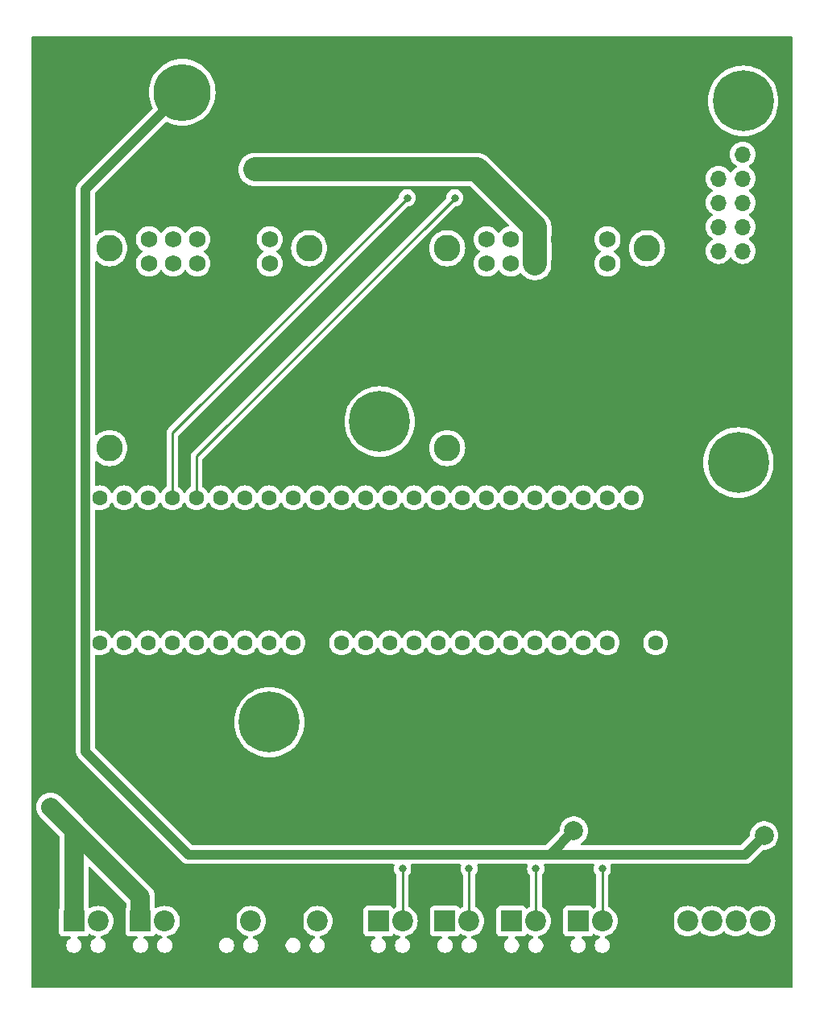
<source format=gbl>
%TF.GenerationSoftware,KiCad,Pcbnew,8.0.5*%
%TF.CreationDate,2024-10-05T14:58:48-05:00*%
%TF.ProjectId,DAQ,4441512e-6b69-4636-9164-5f7063625858,rev?*%
%TF.SameCoordinates,Original*%
%TF.FileFunction,Copper,L2,Bot*%
%TF.FilePolarity,Positive*%
%FSLAX46Y46*%
G04 Gerber Fmt 4.6, Leading zero omitted, Abs format (unit mm)*
G04 Created by KiCad (PCBNEW 8.0.5) date 2024-10-05 14:58:48*
%MOMM*%
%LPD*%
G01*
G04 APERTURE LIST*
G04 Aperture macros list*
%AMRoundRect*
0 Rectangle with rounded corners*
0 $1 Rounding radius*
0 $2 $3 $4 $5 $6 $7 $8 $9 X,Y pos of 4 corners*
0 Add a 4 corners polygon primitive as box body*
4,1,4,$2,$3,$4,$5,$6,$7,$8,$9,$2,$3,0*
0 Add four circle primitives for the rounded corners*
1,1,$1+$1,$2,$3*
1,1,$1+$1,$4,$5*
1,1,$1+$1,$6,$7*
1,1,$1+$1,$8,$9*
0 Add four rect primitives between the rounded corners*
20,1,$1+$1,$2,$3,$4,$5,0*
20,1,$1+$1,$4,$5,$6,$7,0*
20,1,$1+$1,$6,$7,$8,$9,0*
20,1,$1+$1,$8,$9,$2,$3,0*%
G04 Aperture macros list end*
%TA.AperFunction,ComponentPad*%
%ADD10RoundRect,1.500000X1.500000X-1.500000X1.500000X1.500000X-1.500000X1.500000X-1.500000X-1.500000X0*%
%TD*%
%TA.AperFunction,ComponentPad*%
%ADD11C,6.000000*%
%TD*%
%TA.AperFunction,WasherPad*%
%ADD12C,2.800000*%
%TD*%
%TA.AperFunction,ComponentPad*%
%ADD13C,1.750000*%
%TD*%
%TA.AperFunction,ComponentPad*%
%ADD14R,1.700000X1.700000*%
%TD*%
%TA.AperFunction,ComponentPad*%
%ADD15O,1.700000X1.700000*%
%TD*%
%TA.AperFunction,ComponentPad*%
%ADD16C,0.800000*%
%TD*%
%TA.AperFunction,ComponentPad*%
%ADD17C,6.400000*%
%TD*%
%TA.AperFunction,ComponentPad*%
%ADD18R,2.200000X2.200000*%
%TD*%
%TA.AperFunction,ComponentPad*%
%ADD19C,2.200000*%
%TD*%
%TA.AperFunction,ComponentPad*%
%ADD20R,1.600000X1.600000*%
%TD*%
%TA.AperFunction,ComponentPad*%
%ADD21C,1.600000*%
%TD*%
%TA.AperFunction,ViaPad*%
%ADD22C,0.800000*%
%TD*%
%TA.AperFunction,ViaPad*%
%ADD23C,2.000000*%
%TD*%
%TA.AperFunction,ViaPad*%
%ADD24C,2.500000*%
%TD*%
%TA.AperFunction,Conductor*%
%ADD25C,0.250000*%
%TD*%
%TA.AperFunction,Conductor*%
%ADD26C,1.000000*%
%TD*%
%TA.AperFunction,Conductor*%
%ADD27C,2.000000*%
%TD*%
%TA.AperFunction,Conductor*%
%ADD28C,2.500000*%
%TD*%
G04 APERTURE END LIST*
D10*
%TO.P,J11,1,GND*%
%TO.N,GND*%
X117344262Y-60600000D03*
D11*
%TO.P,J11,2,VCC*%
%TO.N,BATT*%
X117344262Y-53400000D03*
%TD*%
D12*
%TO.P,U2,*%
%TO.N,*%
X130690000Y-69785000D03*
X109690000Y-90785000D03*
X109690000Y-69785000D03*
D13*
%TO.P,U2,1,PG*%
%TO.N,unconnected-(U2-PG-Pad1)*%
X113840000Y-71395000D03*
%TO.P,U2,2,VRP*%
%TO.N,unconnected-(U2-VRP-Pad2)*%
X116380000Y-71395000D03*
%TO.P,U2,3,VIN*%
%TO.N,VSERVO*%
X118920000Y-71395000D03*
%TO.P,U2,4,GND*%
%TO.N,GND*%
X121460000Y-71395000D03*
%TO.P,U2,5,GND*%
X124000000Y-71395000D03*
%TO.P,U2,6,VOUT*%
%TO.N,6VA*%
X126540000Y-71395000D03*
%TO.P,U2,7,EN*%
%TO.N,unconnected-(U2-EN-Pad7)*%
X113840000Y-68855000D03*
%TO.P,U2,8,VRP*%
%TO.N,unconnected-(U2-VRP-Pad8)*%
X116380000Y-68855000D03*
%TO.P,U2,9,VIN*%
%TO.N,VSERVO*%
X118920000Y-68855000D03*
%TO.P,U2,10,GND*%
%TO.N,GND*%
X121460000Y-68855000D03*
%TO.P,U2,11,GND*%
X124000000Y-68855000D03*
%TO.P,U2,12,VOUT*%
%TO.N,6VA*%
X126540000Y-68855000D03*
%TD*%
D14*
%TO.P,J14,1,Pin_1*%
%TO.N,GND*%
X173725000Y-59925000D03*
D15*
%TO.P,J14,2,Pin_2*%
%TO.N,/3V3 PINHEADER*%
X176265000Y-59925000D03*
%TO.P,J14,3,Pin_3*%
%TO.N,/12_MISO_MQSL*%
X173725000Y-62465000D03*
%TO.P,J14,4,Pin_4*%
%TO.N,/5_IN2*%
X176265000Y-62465000D03*
%TO.P,J14,5,Pin_5*%
%TO.N,/11_MOSI_CTX1*%
X173725000Y-65005000D03*
%TO.P,J14,6,Pin_6*%
%TO.N,/6_OUT1D*%
X176265000Y-65005000D03*
%TO.P,J14,7,Pin_7*%
%TO.N,/10_CS_MQSR*%
X173725000Y-67545000D03*
%TO.P,J14,8,Pin_8*%
%TO.N,/7_RX2_OUT1A*%
X176265000Y-67545000D03*
%TO.P,J14,9,Pin_9*%
%TO.N,/9_OUT1C*%
X173725000Y-70085000D03*
%TO.P,J14,10,Pin_10*%
%TO.N,/8_TX2_IN1*%
X176265000Y-70085000D03*
%TD*%
D16*
%TO.P,H1,1,1*%
%TO.N,unconnected-(H1-Pad1)_2*%
X173902944Y-54302944D03*
%TO.N,unconnected-(H1-Pad1)_6*%
X174605888Y-52605888D03*
%TO.N,unconnected-(H1-Pad1)_5*%
X174605888Y-56000000D03*
%TO.N,unconnected-(H1-Pad1)_4*%
X176302944Y-51902944D03*
D17*
%TO.N,unconnected-(H1-Pad1)_3*%
X176302944Y-54302944D03*
D16*
%TO.N,unconnected-(H1-Pad1)*%
X176302944Y-56702944D03*
%TO.N,unconnected-(H1-Pad1)_8*%
X178000000Y-52605888D03*
%TO.N,unconnected-(H1-Pad1)_1*%
X178000000Y-56000000D03*
%TO.N,unconnected-(H1-Pad1)_7*%
X178702944Y-54302944D03*
%TD*%
%TO.P,H2,1,1*%
%TO.N,unconnected-(H2-Pad1)_2*%
X173402944Y-92302944D03*
%TO.N,unconnected-(H2-Pad1)*%
X174105888Y-90605888D03*
%TO.N,unconnected-(H2-Pad1)_8*%
X174105888Y-94000000D03*
%TO.N,unconnected-(H2-Pad1)_3*%
X175802944Y-89902944D03*
D17*
%TO.N,unconnected-(H2-Pad1)_1*%
X175802944Y-92302944D03*
D16*
%TO.N,unconnected-(H2-Pad1)_7*%
X175802944Y-94702944D03*
%TO.N,unconnected-(H2-Pad1)_4*%
X177500000Y-90605888D03*
%TO.N,unconnected-(H2-Pad1)_5*%
X177500000Y-94000000D03*
%TO.N,unconnected-(H2-Pad1)_6*%
X178202944Y-92302944D03*
%TD*%
%TO.P,H3,1,1*%
%TO.N,unconnected-(H3-Pad1)_6*%
X135700000Y-88000000D03*
%TO.N,unconnected-(H3-Pad1)_4*%
X136402944Y-86302944D03*
%TO.N,unconnected-(H3-Pad1)*%
X136402944Y-89697056D03*
%TO.N,unconnected-(H3-Pad1)_2*%
X138100000Y-85600000D03*
D17*
%TO.N,unconnected-(H3-Pad1)_7*%
X138100000Y-88000000D03*
D16*
%TO.N,unconnected-(H3-Pad1)_8*%
X138100000Y-90400000D03*
%TO.N,unconnected-(H3-Pad1)_1*%
X139797056Y-86302944D03*
%TO.N,unconnected-(H3-Pad1)_5*%
X139797056Y-89697056D03*
%TO.N,unconnected-(H3-Pad1)_3*%
X140500000Y-88000000D03*
%TD*%
D18*
%TO.P,J4,1,Pin_1*%
%TO.N,9V*%
X158960000Y-140500000D03*
D19*
%TO.P,J4,2,Pin_2*%
%TO.N,/P3_SENSE*%
X161500000Y-140500000D03*
%TD*%
D18*
%TO.P,J8,1,Pin_1*%
%TO.N,GND*%
X129000000Y-140500000D03*
D19*
%TO.P,J8,2,Pin_2*%
%TO.N,/VPYRO_SENSE_1*%
X131540000Y-140500000D03*
%TD*%
D18*
%TO.P,J7,1,Pin_1*%
%TO.N,GND*%
X122000000Y-140500000D03*
D19*
%TO.P,J7,2,Pin_2*%
%TO.N,/VPYRO_SENSE_0*%
X124540000Y-140500000D03*
%TD*%
D18*
%TO.P,J9,1,Pin_1*%
%TO.N,VPYRO*%
X105960000Y-140500000D03*
D19*
%TO.P,J9,2,Pin_2*%
%TO.N,/PYRO_A*%
X108500000Y-140500000D03*
%TD*%
D18*
%TO.P,J5,1,Pin_1*%
%TO.N,GND*%
X167920000Y-140500000D03*
D19*
%TO.P,J5,2,Pin_2*%
%TO.N,/LOAD_CELL_DAT*%
X170460000Y-140500000D03*
%TO.P,J5,3,Pin_3*%
%TO.N,/LOAD_CELL_CLK*%
X173000000Y-140500000D03*
%TO.P,J5,4,Pin_4*%
%TO.N,3V3*%
X175540000Y-140500000D03*
%TO.P,J5,5,Pin_5*%
%TO.N,5V*%
X178080000Y-140500000D03*
%TD*%
D16*
%TO.P,H4,1,1*%
%TO.N,unconnected-(H4-Pad1)_3*%
X124100000Y-119600000D03*
%TO.N,unconnected-(H4-Pad1)*%
X124802944Y-117902944D03*
%TO.N,unconnected-(H4-Pad1)_8*%
X124802944Y-121297056D03*
%TO.N,unconnected-(H4-Pad1)_4*%
X126500000Y-117200000D03*
D17*
%TO.N,unconnected-(H4-Pad1)_7*%
X126500000Y-119600000D03*
D16*
%TO.N,unconnected-(H4-Pad1)_2*%
X126500000Y-122000000D03*
%TO.N,unconnected-(H4-Pad1)_5*%
X128197056Y-117902944D03*
%TO.N,unconnected-(H4-Pad1)_1*%
X128197056Y-121297056D03*
%TO.N,unconnected-(H4-Pad1)_6*%
X128900000Y-119600000D03*
%TD*%
D18*
%TO.P,J1,1,Pin_1*%
%TO.N,9V*%
X137960000Y-140500000D03*
D19*
%TO.P,J1,2,Pin_2*%
%TO.N,/P0_SENSE*%
X140500000Y-140500000D03*
%TD*%
D18*
%TO.P,J3,1,Pin_1*%
%TO.N,9V*%
X151960000Y-140500000D03*
D19*
%TO.P,J3,2,Pin_2*%
%TO.N,/P2_SENSE*%
X154500000Y-140500000D03*
%TD*%
D20*
%TO.P,U1,1,GND*%
%TO.N,GND*%
X167100000Y-96000000D03*
D21*
%TO.P,U1,2,0_RX1_CRX2_CS1*%
%TO.N,/LED0*%
X164560000Y-96000000D03*
%TO.P,U1,3,1_TX1_CTX2_MISO1*%
%TO.N,/LED1*%
X162020000Y-96000000D03*
%TO.P,U1,4,2_OUT2*%
%TO.N,/LED2*%
X159480000Y-96000000D03*
%TO.P,U1,5,3_LRCLK2*%
%TO.N,/LED3*%
X156940000Y-96000000D03*
%TO.P,U1,6,4_BCLK2*%
%TO.N,unconnected-(U1-4_BCLK2-Pad6)*%
X154400000Y-96000000D03*
%TO.P,U1,7,5_IN2*%
%TO.N,/5_IN2*%
X151860000Y-96000000D03*
%TO.P,U1,8,6_OUT1D*%
%TO.N,/6_OUT1D*%
X149320000Y-96000000D03*
%TO.P,U1,9,7_RX2_OUT1A*%
%TO.N,/7_RX2_OUT1A*%
X146780000Y-96000000D03*
%TO.P,U1,10,8_TX2_IN1*%
%TO.N,/8_TX2_IN1*%
X144240000Y-96000000D03*
%TO.P,U1,11,9_OUT1C*%
%TO.N,/9_OUT1C*%
X141700000Y-96000000D03*
%TO.P,U1,12,10_CS_MQSR*%
%TO.N,/10_CS_MQSR*%
X139160000Y-96000000D03*
%TO.P,U1,13,11_MOSI_CTX1*%
%TO.N,/11_MOSI_CTX1*%
X136620000Y-96000000D03*
%TO.P,U1,14,12_MISO_MQSL*%
%TO.N,/12_MISO_MQSL*%
X134080000Y-96000000D03*
%TO.P,U1,15,3V3*%
%TO.N,/3V3 PINHEADER*%
X131540000Y-96000000D03*
%TO.P,U1,16,24_A10_TX6_SCL2*%
%TO.N,/6VB_SENSE*%
X129000000Y-96000000D03*
%TO.P,U1,17,25_A11_RX6_SDA2*%
%TO.N,/6VA_SENSE*%
X126460000Y-96000000D03*
%TO.P,U1,18,26_A12_MOSI1*%
%TO.N,/BATT_SENSE*%
X123920000Y-96000000D03*
%TO.P,U1,19,27_A13_SCK1*%
%TO.N,/5V_SENSE*%
X121380000Y-96000000D03*
%TO.P,U1,20,28_RX7*%
%TO.N,/SERVO_1_PWM*%
X118840000Y-96000000D03*
%TO.P,U1,21,29_TX7*%
%TO.N,/SERVO_0_PWM*%
X116300000Y-96000000D03*
%TO.P,U1,22,30_CRX3*%
%TO.N,unconnected-(U1-30_CRX3-Pad22)*%
X113760000Y-96000000D03*
%TO.P,U1,23,31_CTX3*%
%TO.N,unconnected-(U1-31_CTX3-Pad23)*%
X111220000Y-96000000D03*
%TO.P,U1,24,32_OUT1B*%
%TO.N,unconnected-(U1-32_OUT1B-Pad24)*%
X108680000Y-96000000D03*
%TO.P,U1,25,33_MCLK2*%
%TO.N,unconnected-(U1-33_MCLK2-Pad25)*%
X108680000Y-111240000D03*
%TO.P,U1,26,34_RX8*%
%TO.N,unconnected-(U1-34_RX8-Pad26)*%
X111220000Y-111240000D03*
%TO.P,U1,27,35_TX8*%
%TO.N,unconnected-(U1-35_TX8-Pad27)*%
X113760000Y-111240000D03*
%TO.P,U1,28,36_CS*%
%TO.N,/FIRE_A*%
X116300000Y-111240000D03*
%TO.P,U1,29,37_CS*%
%TO.N,/ARM_A*%
X118840000Y-111240000D03*
%TO.P,U1,30,38_CS1_IN1*%
%TO.N,/SENSE_A*%
X121380000Y-111240000D03*
%TO.P,U1,31,39_MISO1_OUT1A*%
%TO.N,/FIRE_B*%
X123920000Y-111240000D03*
%TO.P,U1,32,40_A16*%
%TO.N,/ARM_B*%
X126460000Y-111240000D03*
%TO.P,U1,33,41_A17*%
%TO.N,/SENSE_B*%
X129000000Y-111240000D03*
%TO.P,U1,34,GND*%
%TO.N,GND*%
X131540000Y-111240000D03*
%TO.P,U1,35,13_SCK_LED*%
%TO.N,unconnected-(U1-13_SCK_LED-Pad35)*%
X134080000Y-111240000D03*
%TO.P,U1,36,14_A0_TX3_SPDIF_OUT*%
%TO.N,/VPYRO_SENSE*%
X136620000Y-111240000D03*
%TO.P,U1,37,15_A1_RX3_SPDIF_IN*%
%TO.N,/PYRO_SENSE_0*%
X139160000Y-111240000D03*
%TO.P,U1,38,16_A2_RX4_SCL1*%
%TO.N,/PYRO_SENSE_1*%
X141700000Y-111240000D03*
%TO.P,U1,39,17_A3_TX4_SDA1*%
%TO.N,/P0_SENSE*%
X144240000Y-111240000D03*
%TO.P,U1,40,18_A4_SDA*%
%TO.N,/P1_SENSE*%
X146780000Y-111240000D03*
%TO.P,U1,41,19_A5_SCL*%
%TO.N,/P2_SENSE*%
X149320000Y-111240000D03*
%TO.P,U1,42,20_A6_TX5_LRCLK1*%
%TO.N,/P3_SENSE*%
X151860000Y-111240000D03*
%TO.P,U1,43,21_A7_RX5_BCLK1*%
%TO.N,/9V_SENSE*%
X154400000Y-111240000D03*
%TO.P,U1,44,22_A8_CTX1*%
%TO.N,/LOAD_CELL_DAT*%
X156940000Y-111240000D03*
%TO.P,U1,45,23_A9_CRX1_MCLK1*%
%TO.N,/LOAD_CELL_CLK*%
X159480000Y-111240000D03*
%TO.P,U1,46,3V3*%
%TO.N,3V3*%
X162020000Y-111240000D03*
%TO.P,U1,47,GND*%
%TO.N,GND*%
X164560000Y-111240000D03*
%TO.P,U1,48,VIN*%
%TO.N,unconnected-(U1-VIN-Pad48)*%
X167100000Y-111240000D03*
%TD*%
D18*
%TO.P,J2,1,Pin_1*%
%TO.N,9V*%
X144960000Y-140500000D03*
D19*
%TO.P,J2,2,Pin_2*%
%TO.N,/P1_SENSE*%
X147500000Y-140500000D03*
%TD*%
D18*
%TO.P,J10,1,Pin_1*%
%TO.N,VPYRO*%
X112960000Y-140500000D03*
D19*
%TO.P,J10,2,Pin_2*%
%TO.N,/PYRO_B*%
X115500000Y-140500000D03*
%TD*%
D12*
%TO.P,U3,*%
%TO.N,*%
X166190000Y-69785000D03*
X145190000Y-90785000D03*
X145190000Y-69785000D03*
D13*
%TO.P,U3,1,PG*%
%TO.N,unconnected-(U3-PG-Pad1)*%
X149340000Y-71395000D03*
%TO.P,U3,2,VRP*%
%TO.N,unconnected-(U3-VRP-Pad2)*%
X151880000Y-71395000D03*
%TO.P,U3,3,VIN*%
%TO.N,VSERVO*%
X154420000Y-71395000D03*
%TO.P,U3,4,GND*%
%TO.N,GND*%
X156960000Y-71395000D03*
%TO.P,U3,5,GND*%
X159500000Y-71395000D03*
%TO.P,U3,6,VOUT*%
%TO.N,6VB*%
X162040000Y-71395000D03*
%TO.P,U3,7,EN*%
%TO.N,unconnected-(U3-EN-Pad7)*%
X149340000Y-68855000D03*
%TO.P,U3,8,VRP*%
%TO.N,unconnected-(U3-VRP-Pad8)*%
X151880000Y-68855000D03*
%TO.P,U3,9,VIN*%
%TO.N,VSERVO*%
X154420000Y-68855000D03*
%TO.P,U3,10,GND*%
%TO.N,GND*%
X156960000Y-68855000D03*
%TO.P,U3,11,GND*%
X159500000Y-68855000D03*
%TO.P,U3,12,VOUT*%
%TO.N,6VB*%
X162040000Y-68855000D03*
%TD*%
D22*
%TO.N,/P0_SENSE*%
X140500000Y-135000000D03*
%TO.N,GND*%
X156500000Y-125000000D03*
X124500000Y-125500000D03*
X161000000Y-126500000D03*
X123800000Y-76600000D03*
X142400000Y-79600000D03*
X110000000Y-117800000D03*
X131500000Y-125500000D03*
X176500000Y-127000000D03*
X156500000Y-119500000D03*
X157000000Y-115500000D03*
X105400000Y-115200000D03*
X171200000Y-98200000D03*
X136800000Y-79800000D03*
X116200000Y-79200000D03*
X112000000Y-55600000D03*
X148000000Y-130000000D03*
X117000000Y-104400000D03*
X109200000Y-84600000D03*
X120000000Y-125500000D03*
X122000000Y-117600000D03*
X140500000Y-130000000D03*
X166000000Y-125000000D03*
X178200000Y-98600000D03*
X153000000Y-130000000D03*
X171500000Y-125000000D03*
X106800000Y-125800000D03*
X106800000Y-129000000D03*
X157000000Y-102000000D03*
X111000000Y-132000000D03*
X134000000Y-103600000D03*
X111000000Y-130000000D03*
X116000000Y-117500000D03*
%TO.N,/P1_SENSE*%
X147500000Y-135000000D03*
%TO.N,/P2_SENSE*%
X154500000Y-135000000D03*
%TO.N,/P3_SENSE*%
X161500000Y-135000000D03*
%TO.N,/SERVO_0_PWM*%
X141000000Y-64500000D03*
%TO.N,/SERVO_1_PWM*%
X146000000Y-64500000D03*
D23*
%TO.N,BATT*%
X178500000Y-131500000D03*
X158500000Y-131000000D03*
%TO.N,VPYRO*%
X103500000Y-128500000D03*
D24*
%TO.N,VSERVO*%
X125000000Y-61500000D03*
%TD*%
D25*
%TO.N,/P0_SENSE*%
X140500000Y-140500000D02*
X140500000Y-135000000D01*
%TO.N,/P1_SENSE*%
X147500000Y-140500000D02*
X147500000Y-135000000D01*
%TO.N,/P2_SENSE*%
X154500000Y-140500000D02*
X154500000Y-135000000D01*
%TO.N,/P3_SENSE*%
X161500000Y-140500000D02*
X161500000Y-135000000D01*
%TO.N,/SERVO_0_PWM*%
X116300000Y-96000000D02*
X116300000Y-89200000D01*
X116300000Y-89200000D02*
X141000000Y-64500000D01*
%TO.N,/SERVO_1_PWM*%
X118840000Y-96000000D02*
X118840000Y-91660000D01*
X118840000Y-91660000D02*
X146000000Y-64500000D01*
D26*
%TO.N,BATT*%
X118000000Y-133500000D02*
X107180000Y-122680000D01*
X156000000Y-133500000D02*
X118000000Y-133500000D01*
X107180000Y-63564262D02*
X117344262Y-53400000D01*
X156000000Y-133500000D02*
X176500000Y-133500000D01*
X156000000Y-133500000D02*
X158500000Y-131000000D01*
X176500000Y-133500000D02*
X178500000Y-131500000D01*
X107180000Y-122680000D02*
X107180000Y-63564262D01*
D27*
%TO.N,VPYRO*%
X112960000Y-140500000D02*
X112960000Y-137960000D01*
X105960000Y-130960000D02*
X103500000Y-128500000D01*
D25*
X112960000Y-140500000D02*
X113000000Y-140500000D01*
D27*
X105960000Y-130960000D02*
X105960000Y-140500000D01*
X112960000Y-137960000D02*
X105960000Y-130960000D01*
D28*
%TO.N,VSERVO*%
X154420000Y-67617564D02*
X154420000Y-71395000D01*
X148302436Y-61500000D02*
X154420000Y-67617564D01*
X125000000Y-61500000D02*
X148302436Y-61500000D01*
%TD*%
%TA.AperFunction,Conductor*%
%TO.N,GND*%
G36*
X181443039Y-47519685D02*
G01*
X181488794Y-47572489D01*
X181500000Y-47624000D01*
X181500000Y-147376000D01*
X181480315Y-147443039D01*
X181427511Y-147488794D01*
X181376000Y-147500000D01*
X101624000Y-147500000D01*
X101556961Y-147480315D01*
X101511206Y-147427511D01*
X101500000Y-147376000D01*
X101500000Y-128499995D01*
X101994357Y-128499995D01*
X101994357Y-128500004D01*
X101999076Y-128556948D01*
X101999500Y-128567189D01*
X101999500Y-128618096D01*
X102008514Y-128675005D01*
X102009615Y-128684147D01*
X102013462Y-128730572D01*
X102014892Y-128747824D01*
X102027270Y-128796703D01*
X102029537Y-128807743D01*
X102036447Y-128851369D01*
X102056332Y-128912569D01*
X102058606Y-128920446D01*
X102075935Y-128988874D01*
X102075939Y-128988887D01*
X102093487Y-129028892D01*
X102097862Y-129040384D01*
X102109430Y-129075989D01*
X102109432Y-129075992D01*
X102141700Y-129139322D01*
X102144771Y-129145807D01*
X102175825Y-129216604D01*
X102175827Y-129216607D01*
X102196040Y-129247545D01*
X102202713Y-129259066D01*
X102216658Y-129286435D01*
X102216658Y-129286436D01*
X102262378Y-129349364D01*
X102265867Y-129354426D01*
X102311834Y-129424783D01*
X102332310Y-129447027D01*
X102341392Y-129458118D01*
X102355478Y-129477505D01*
X102355481Y-129477508D01*
X102355482Y-129477509D01*
X102355483Y-129477510D01*
X102415240Y-129537267D01*
X102418765Y-129540942D01*
X102480252Y-129607734D01*
X102480256Y-129607738D01*
X102497512Y-129621169D01*
X102498791Y-129622164D01*
X102510310Y-129632337D01*
X104423181Y-131545208D01*
X104456666Y-131606531D01*
X104459500Y-131632889D01*
X104459500Y-139058561D01*
X104439815Y-139125600D01*
X104434767Y-139132872D01*
X104416204Y-139157668D01*
X104416202Y-139157671D01*
X104365908Y-139292517D01*
X104359501Y-139352116D01*
X104359500Y-139352135D01*
X104359500Y-141647870D01*
X104359501Y-141647876D01*
X104365908Y-141707483D01*
X104416202Y-141842328D01*
X104416206Y-141842335D01*
X104502452Y-141957544D01*
X104502455Y-141957547D01*
X104617664Y-142043793D01*
X104617671Y-142043797D01*
X104752517Y-142094091D01*
X104752516Y-142094091D01*
X104759444Y-142094835D01*
X104812127Y-142100500D01*
X105516427Y-142100499D01*
X105583464Y-142120183D01*
X105629219Y-142172987D01*
X105639163Y-142242146D01*
X105610138Y-142305702D01*
X105585316Y-142327601D01*
X105449711Y-142418210D01*
X105449707Y-142418213D01*
X105338213Y-142529707D01*
X105338210Y-142529711D01*
X105250609Y-142660814D01*
X105250602Y-142660827D01*
X105190264Y-142806498D01*
X105190261Y-142806510D01*
X105159500Y-142961153D01*
X105159500Y-143118846D01*
X105190261Y-143273489D01*
X105190264Y-143273501D01*
X105250602Y-143419172D01*
X105250609Y-143419185D01*
X105338210Y-143550288D01*
X105338213Y-143550292D01*
X105449707Y-143661786D01*
X105449711Y-143661789D01*
X105580814Y-143749390D01*
X105580827Y-143749397D01*
X105726498Y-143809735D01*
X105726503Y-143809737D01*
X105881153Y-143840499D01*
X105881156Y-143840500D01*
X105881158Y-143840500D01*
X106038844Y-143840500D01*
X106038845Y-143840499D01*
X106193497Y-143809737D01*
X106339179Y-143749394D01*
X106470289Y-143661789D01*
X106581789Y-143550289D01*
X106669394Y-143419179D01*
X106729737Y-143273497D01*
X106760500Y-143118842D01*
X106760500Y-142961158D01*
X106760500Y-142961155D01*
X106760499Y-142961153D01*
X106729738Y-142806510D01*
X106729737Y-142806503D01*
X106729735Y-142806498D01*
X106669397Y-142660827D01*
X106669390Y-142660814D01*
X106581789Y-142529711D01*
X106581786Y-142529707D01*
X106470292Y-142418213D01*
X106470288Y-142418210D01*
X106334683Y-142327601D01*
X106289878Y-142273989D01*
X106281171Y-142204664D01*
X106311326Y-142141636D01*
X106370769Y-142104917D01*
X106403571Y-142100499D01*
X107107872Y-142100499D01*
X107167483Y-142094091D01*
X107302331Y-142043796D01*
X107417546Y-141957546D01*
X107474928Y-141880893D01*
X107530860Y-141839024D01*
X107600552Y-141834040D01*
X107638983Y-141849479D01*
X107771140Y-141930466D01*
X107836523Y-141957548D01*
X108003889Y-142026873D01*
X108171043Y-142067003D01*
X108231634Y-142101792D01*
X108263799Y-142163818D01*
X108257323Y-142233387D01*
X108214264Y-142288411D01*
X108189550Y-142302137D01*
X108120820Y-142330606D01*
X108120814Y-142330609D01*
X107989711Y-142418210D01*
X107989707Y-142418213D01*
X107878213Y-142529707D01*
X107878210Y-142529711D01*
X107790609Y-142660814D01*
X107790602Y-142660827D01*
X107730264Y-142806498D01*
X107730261Y-142806510D01*
X107699500Y-142961153D01*
X107699500Y-143118846D01*
X107730261Y-143273489D01*
X107730264Y-143273501D01*
X107790602Y-143419172D01*
X107790609Y-143419185D01*
X107878210Y-143550288D01*
X107878213Y-143550292D01*
X107989707Y-143661786D01*
X107989711Y-143661789D01*
X108120814Y-143749390D01*
X108120827Y-143749397D01*
X108266498Y-143809735D01*
X108266503Y-143809737D01*
X108421153Y-143840499D01*
X108421156Y-143840500D01*
X108421158Y-143840500D01*
X108578844Y-143840500D01*
X108578845Y-143840499D01*
X108733497Y-143809737D01*
X108879179Y-143749394D01*
X109010289Y-143661789D01*
X109121789Y-143550289D01*
X109209394Y-143419179D01*
X109269737Y-143273497D01*
X109300500Y-143118842D01*
X109300500Y-142961158D01*
X109300500Y-142961155D01*
X109300499Y-142961153D01*
X109269738Y-142806510D01*
X109269737Y-142806503D01*
X109269735Y-142806498D01*
X109209397Y-142660827D01*
X109209390Y-142660814D01*
X109121789Y-142529711D01*
X109121786Y-142529707D01*
X109010292Y-142418213D01*
X109010288Y-142418210D01*
X108879185Y-142330609D01*
X108879175Y-142330604D01*
X108810450Y-142302137D01*
X108756047Y-142258296D01*
X108733982Y-142192001D01*
X108751261Y-142124302D01*
X108802399Y-142076692D01*
X108828950Y-142067004D01*
X108996111Y-142026873D01*
X109228859Y-141930466D01*
X109443659Y-141798836D01*
X109635224Y-141635224D01*
X109798836Y-141443659D01*
X109930466Y-141228859D01*
X110026873Y-140996111D01*
X110085683Y-140751148D01*
X110105449Y-140500000D01*
X110085683Y-140248852D01*
X110026873Y-140003889D01*
X109930466Y-139771141D01*
X109930466Y-139771140D01*
X109798839Y-139556346D01*
X109798838Y-139556343D01*
X109708755Y-139450870D01*
X109635224Y-139364776D01*
X109471206Y-139224691D01*
X109443656Y-139201161D01*
X109443653Y-139201160D01*
X109228859Y-139069533D01*
X108996110Y-138973126D01*
X108751151Y-138914317D01*
X108500000Y-138894551D01*
X108248848Y-138914317D01*
X108003889Y-138973126D01*
X107771140Y-139069533D01*
X107649290Y-139144204D01*
X107581844Y-139162449D01*
X107515242Y-139141333D01*
X107470628Y-139087561D01*
X107460500Y-139038477D01*
X107460500Y-134881889D01*
X107480185Y-134814850D01*
X107532989Y-134769095D01*
X107602147Y-134759151D01*
X107665703Y-134788176D01*
X107672181Y-134794208D01*
X111423181Y-138545208D01*
X111456666Y-138606531D01*
X111459500Y-138632889D01*
X111459500Y-139058561D01*
X111439815Y-139125600D01*
X111434767Y-139132872D01*
X111416204Y-139157668D01*
X111416202Y-139157671D01*
X111365908Y-139292517D01*
X111359501Y-139352116D01*
X111359500Y-139352135D01*
X111359500Y-141647870D01*
X111359501Y-141647876D01*
X111365908Y-141707483D01*
X111416202Y-141842328D01*
X111416206Y-141842335D01*
X111502452Y-141957544D01*
X111502455Y-141957547D01*
X111617664Y-142043793D01*
X111617671Y-142043797D01*
X111752517Y-142094091D01*
X111752516Y-142094091D01*
X111759444Y-142094835D01*
X111812127Y-142100500D01*
X112516427Y-142100499D01*
X112583464Y-142120183D01*
X112629219Y-142172987D01*
X112639163Y-142242146D01*
X112610138Y-142305702D01*
X112585316Y-142327601D01*
X112449711Y-142418210D01*
X112449707Y-142418213D01*
X112338213Y-142529707D01*
X112338210Y-142529711D01*
X112250609Y-142660814D01*
X112250602Y-142660827D01*
X112190264Y-142806498D01*
X112190261Y-142806510D01*
X112159500Y-142961153D01*
X112159500Y-143118846D01*
X112190261Y-143273489D01*
X112190264Y-143273501D01*
X112250602Y-143419172D01*
X112250609Y-143419185D01*
X112338210Y-143550288D01*
X112338213Y-143550292D01*
X112449707Y-143661786D01*
X112449711Y-143661789D01*
X112580814Y-143749390D01*
X112580827Y-143749397D01*
X112726498Y-143809735D01*
X112726503Y-143809737D01*
X112881153Y-143840499D01*
X112881156Y-143840500D01*
X112881158Y-143840500D01*
X113038844Y-143840500D01*
X113038845Y-143840499D01*
X113193497Y-143809737D01*
X113339179Y-143749394D01*
X113470289Y-143661789D01*
X113581789Y-143550289D01*
X113669394Y-143419179D01*
X113729737Y-143273497D01*
X113760500Y-143118842D01*
X113760500Y-142961158D01*
X113760500Y-142961155D01*
X113760499Y-142961153D01*
X113729738Y-142806510D01*
X113729737Y-142806503D01*
X113729735Y-142806498D01*
X113669397Y-142660827D01*
X113669390Y-142660814D01*
X113581789Y-142529711D01*
X113581786Y-142529707D01*
X113470292Y-142418213D01*
X113470288Y-142418210D01*
X113334683Y-142327601D01*
X113289878Y-142273989D01*
X113281171Y-142204664D01*
X113311326Y-142141636D01*
X113370769Y-142104917D01*
X113403571Y-142100499D01*
X114107872Y-142100499D01*
X114167483Y-142094091D01*
X114302331Y-142043796D01*
X114417546Y-141957546D01*
X114474928Y-141880893D01*
X114530860Y-141839024D01*
X114600552Y-141834040D01*
X114638983Y-141849479D01*
X114771140Y-141930466D01*
X114836523Y-141957548D01*
X115003889Y-142026873D01*
X115171043Y-142067003D01*
X115231634Y-142101792D01*
X115263799Y-142163818D01*
X115257323Y-142233387D01*
X115214264Y-142288411D01*
X115189550Y-142302137D01*
X115120820Y-142330606D01*
X115120814Y-142330609D01*
X114989711Y-142418210D01*
X114989707Y-142418213D01*
X114878213Y-142529707D01*
X114878210Y-142529711D01*
X114790609Y-142660814D01*
X114790602Y-142660827D01*
X114730264Y-142806498D01*
X114730261Y-142806510D01*
X114699500Y-142961153D01*
X114699500Y-143118846D01*
X114730261Y-143273489D01*
X114730264Y-143273501D01*
X114790602Y-143419172D01*
X114790609Y-143419185D01*
X114878210Y-143550288D01*
X114878213Y-143550292D01*
X114989707Y-143661786D01*
X114989711Y-143661789D01*
X115120814Y-143749390D01*
X115120827Y-143749397D01*
X115266498Y-143809735D01*
X115266503Y-143809737D01*
X115421153Y-143840499D01*
X115421156Y-143840500D01*
X115421158Y-143840500D01*
X115578844Y-143840500D01*
X115578845Y-143840499D01*
X115733497Y-143809737D01*
X115879179Y-143749394D01*
X116010289Y-143661789D01*
X116121789Y-143550289D01*
X116209394Y-143419179D01*
X116269737Y-143273497D01*
X116300500Y-143118842D01*
X116300500Y-142961158D01*
X116300500Y-142961155D01*
X116300499Y-142961153D01*
X121199500Y-142961153D01*
X121199500Y-143118846D01*
X121230261Y-143273489D01*
X121230264Y-143273501D01*
X121290602Y-143419172D01*
X121290609Y-143419185D01*
X121378210Y-143550288D01*
X121378213Y-143550292D01*
X121489707Y-143661786D01*
X121489711Y-143661789D01*
X121620814Y-143749390D01*
X121620827Y-143749397D01*
X121766498Y-143809735D01*
X121766503Y-143809737D01*
X121921153Y-143840499D01*
X121921156Y-143840500D01*
X121921158Y-143840500D01*
X122078844Y-143840500D01*
X122078845Y-143840499D01*
X122233497Y-143809737D01*
X122379179Y-143749394D01*
X122510289Y-143661789D01*
X122621789Y-143550289D01*
X122709394Y-143419179D01*
X122769737Y-143273497D01*
X122800500Y-143118842D01*
X122800500Y-142961158D01*
X122800500Y-142961155D01*
X122800499Y-142961153D01*
X122769738Y-142806510D01*
X122769737Y-142806503D01*
X122769735Y-142806498D01*
X122709397Y-142660827D01*
X122709390Y-142660814D01*
X122621789Y-142529711D01*
X122621786Y-142529707D01*
X122510292Y-142418213D01*
X122510288Y-142418210D01*
X122379185Y-142330609D01*
X122379172Y-142330602D01*
X122233501Y-142270264D01*
X122233489Y-142270261D01*
X122078845Y-142239500D01*
X122078842Y-142239500D01*
X121921158Y-142239500D01*
X121921155Y-142239500D01*
X121766510Y-142270261D01*
X121766498Y-142270264D01*
X121620827Y-142330602D01*
X121620814Y-142330609D01*
X121489711Y-142418210D01*
X121489707Y-142418213D01*
X121378213Y-142529707D01*
X121378210Y-142529711D01*
X121290609Y-142660814D01*
X121290602Y-142660827D01*
X121230264Y-142806498D01*
X121230261Y-142806510D01*
X121199500Y-142961153D01*
X116300499Y-142961153D01*
X116269738Y-142806510D01*
X116269737Y-142806503D01*
X116269735Y-142806498D01*
X116209397Y-142660827D01*
X116209390Y-142660814D01*
X116121789Y-142529711D01*
X116121786Y-142529707D01*
X116010292Y-142418213D01*
X116010288Y-142418210D01*
X115879185Y-142330609D01*
X115879175Y-142330604D01*
X115810450Y-142302137D01*
X115756047Y-142258296D01*
X115733982Y-142192001D01*
X115751261Y-142124302D01*
X115802399Y-142076692D01*
X115828950Y-142067004D01*
X115996111Y-142026873D01*
X116228859Y-141930466D01*
X116443659Y-141798836D01*
X116635224Y-141635224D01*
X116798836Y-141443659D01*
X116930466Y-141228859D01*
X117026873Y-140996111D01*
X117085683Y-140751148D01*
X117105449Y-140500000D01*
X122934551Y-140500000D01*
X122954317Y-140751151D01*
X123013126Y-140996110D01*
X123109533Y-141228859D01*
X123241160Y-141443653D01*
X123241161Y-141443656D01*
X123241164Y-141443659D01*
X123404776Y-141635224D01*
X123553066Y-141761875D01*
X123596343Y-141798838D01*
X123596346Y-141798839D01*
X123811140Y-141930466D01*
X123876523Y-141957548D01*
X124043889Y-142026873D01*
X124211043Y-142067003D01*
X124271634Y-142101792D01*
X124303799Y-142163818D01*
X124297323Y-142233387D01*
X124254264Y-142288411D01*
X124229550Y-142302137D01*
X124160820Y-142330606D01*
X124160814Y-142330609D01*
X124029711Y-142418210D01*
X124029707Y-142418213D01*
X123918213Y-142529707D01*
X123918210Y-142529711D01*
X123830609Y-142660814D01*
X123830602Y-142660827D01*
X123770264Y-142806498D01*
X123770261Y-142806510D01*
X123739500Y-142961153D01*
X123739500Y-143118846D01*
X123770261Y-143273489D01*
X123770264Y-143273501D01*
X123830602Y-143419172D01*
X123830609Y-143419185D01*
X123918210Y-143550288D01*
X123918213Y-143550292D01*
X124029707Y-143661786D01*
X124029711Y-143661789D01*
X124160814Y-143749390D01*
X124160827Y-143749397D01*
X124306498Y-143809735D01*
X124306503Y-143809737D01*
X124461153Y-143840499D01*
X124461156Y-143840500D01*
X124461158Y-143840500D01*
X124618844Y-143840500D01*
X124618845Y-143840499D01*
X124773497Y-143809737D01*
X124919179Y-143749394D01*
X125050289Y-143661789D01*
X125161789Y-143550289D01*
X125249394Y-143419179D01*
X125309737Y-143273497D01*
X125340500Y-143118842D01*
X125340500Y-142961158D01*
X125340500Y-142961155D01*
X125340499Y-142961153D01*
X128199500Y-142961153D01*
X128199500Y-143118846D01*
X128230261Y-143273489D01*
X128230264Y-143273501D01*
X128290602Y-143419172D01*
X128290609Y-143419185D01*
X128378210Y-143550288D01*
X128378213Y-143550292D01*
X128489707Y-143661786D01*
X128489711Y-143661789D01*
X128620814Y-143749390D01*
X128620827Y-143749397D01*
X128766498Y-143809735D01*
X128766503Y-143809737D01*
X128921153Y-143840499D01*
X128921156Y-143840500D01*
X128921158Y-143840500D01*
X129078844Y-143840500D01*
X129078845Y-143840499D01*
X129233497Y-143809737D01*
X129379179Y-143749394D01*
X129510289Y-143661789D01*
X129621789Y-143550289D01*
X129709394Y-143419179D01*
X129769737Y-143273497D01*
X129800500Y-143118842D01*
X129800500Y-142961158D01*
X129800500Y-142961155D01*
X129800499Y-142961153D01*
X129769738Y-142806510D01*
X129769737Y-142806503D01*
X129769735Y-142806498D01*
X129709397Y-142660827D01*
X129709390Y-142660814D01*
X129621789Y-142529711D01*
X129621786Y-142529707D01*
X129510292Y-142418213D01*
X129510288Y-142418210D01*
X129379185Y-142330609D01*
X129379172Y-142330602D01*
X129233501Y-142270264D01*
X129233489Y-142270261D01*
X129078845Y-142239500D01*
X129078842Y-142239500D01*
X128921158Y-142239500D01*
X128921155Y-142239500D01*
X128766510Y-142270261D01*
X128766498Y-142270264D01*
X128620827Y-142330602D01*
X128620814Y-142330609D01*
X128489711Y-142418210D01*
X128489707Y-142418213D01*
X128378213Y-142529707D01*
X128378210Y-142529711D01*
X128290609Y-142660814D01*
X128290602Y-142660827D01*
X128230264Y-142806498D01*
X128230261Y-142806510D01*
X128199500Y-142961153D01*
X125340499Y-142961153D01*
X125309738Y-142806510D01*
X125309737Y-142806503D01*
X125309735Y-142806498D01*
X125249397Y-142660827D01*
X125249390Y-142660814D01*
X125161789Y-142529711D01*
X125161786Y-142529707D01*
X125050292Y-142418213D01*
X125050288Y-142418210D01*
X124919185Y-142330609D01*
X124919175Y-142330604D01*
X124850450Y-142302137D01*
X124796047Y-142258296D01*
X124773982Y-142192001D01*
X124791261Y-142124302D01*
X124842399Y-142076692D01*
X124868950Y-142067004D01*
X125036111Y-142026873D01*
X125268859Y-141930466D01*
X125483659Y-141798836D01*
X125675224Y-141635224D01*
X125838836Y-141443659D01*
X125970466Y-141228859D01*
X126066873Y-140996111D01*
X126125683Y-140751148D01*
X126145449Y-140500000D01*
X129934551Y-140500000D01*
X129954317Y-140751151D01*
X130013126Y-140996110D01*
X130109533Y-141228859D01*
X130241160Y-141443653D01*
X130241161Y-141443656D01*
X130241164Y-141443659D01*
X130404776Y-141635224D01*
X130553066Y-141761875D01*
X130596343Y-141798838D01*
X130596346Y-141798839D01*
X130811140Y-141930466D01*
X130876523Y-141957548D01*
X131043889Y-142026873D01*
X131211043Y-142067003D01*
X131271634Y-142101792D01*
X131303799Y-142163818D01*
X131297323Y-142233387D01*
X131254264Y-142288411D01*
X131229550Y-142302137D01*
X131160820Y-142330606D01*
X131160814Y-142330609D01*
X131029711Y-142418210D01*
X131029707Y-142418213D01*
X130918213Y-142529707D01*
X130918210Y-142529711D01*
X130830609Y-142660814D01*
X130830602Y-142660827D01*
X130770264Y-142806498D01*
X130770261Y-142806510D01*
X130739500Y-142961153D01*
X130739500Y-143118846D01*
X130770261Y-143273489D01*
X130770264Y-143273501D01*
X130830602Y-143419172D01*
X130830609Y-143419185D01*
X130918210Y-143550288D01*
X130918213Y-143550292D01*
X131029707Y-143661786D01*
X131029711Y-143661789D01*
X131160814Y-143749390D01*
X131160827Y-143749397D01*
X131306498Y-143809735D01*
X131306503Y-143809737D01*
X131461153Y-143840499D01*
X131461156Y-143840500D01*
X131461158Y-143840500D01*
X131618844Y-143840500D01*
X131618845Y-143840499D01*
X131773497Y-143809737D01*
X131919179Y-143749394D01*
X132050289Y-143661789D01*
X132161789Y-143550289D01*
X132249394Y-143419179D01*
X132309737Y-143273497D01*
X132340500Y-143118842D01*
X132340500Y-142961158D01*
X132340500Y-142961155D01*
X132340499Y-142961153D01*
X132309738Y-142806510D01*
X132309737Y-142806503D01*
X132309735Y-142806498D01*
X132249397Y-142660827D01*
X132249390Y-142660814D01*
X132161789Y-142529711D01*
X132161786Y-142529707D01*
X132050292Y-142418213D01*
X132050288Y-142418210D01*
X131919185Y-142330609D01*
X131919175Y-142330604D01*
X131850450Y-142302137D01*
X131796047Y-142258296D01*
X131773982Y-142192001D01*
X131791261Y-142124302D01*
X131842399Y-142076692D01*
X131868950Y-142067004D01*
X132036111Y-142026873D01*
X132268859Y-141930466D01*
X132483659Y-141798836D01*
X132675224Y-141635224D01*
X132838836Y-141443659D01*
X132970466Y-141228859D01*
X133066873Y-140996111D01*
X133125683Y-140751148D01*
X133145449Y-140500000D01*
X133125683Y-140248852D01*
X133066873Y-140003889D01*
X132970466Y-139771141D01*
X132970466Y-139771140D01*
X132838839Y-139556346D01*
X132838838Y-139556343D01*
X132748755Y-139450870D01*
X132675224Y-139364776D01*
X132511206Y-139224691D01*
X132483656Y-139201161D01*
X132483653Y-139201160D01*
X132268859Y-139069533D01*
X132036110Y-138973126D01*
X131791151Y-138914317D01*
X131540000Y-138894551D01*
X131288848Y-138914317D01*
X131043889Y-138973126D01*
X130811140Y-139069533D01*
X130596346Y-139201160D01*
X130596343Y-139201161D01*
X130404776Y-139364776D01*
X130241161Y-139556343D01*
X130241160Y-139556346D01*
X130109533Y-139771140D01*
X130013126Y-140003889D01*
X129954317Y-140248848D01*
X129934551Y-140500000D01*
X126145449Y-140500000D01*
X126125683Y-140248852D01*
X126066873Y-140003889D01*
X125970466Y-139771141D01*
X125970466Y-139771140D01*
X125838839Y-139556346D01*
X125838838Y-139556343D01*
X125748755Y-139450870D01*
X125675224Y-139364776D01*
X125511206Y-139224691D01*
X125483656Y-139201161D01*
X125483653Y-139201160D01*
X125268859Y-139069533D01*
X125036110Y-138973126D01*
X124791151Y-138914317D01*
X124540000Y-138894551D01*
X124288848Y-138914317D01*
X124043889Y-138973126D01*
X123811140Y-139069533D01*
X123596346Y-139201160D01*
X123596343Y-139201161D01*
X123404776Y-139364776D01*
X123241161Y-139556343D01*
X123241160Y-139556346D01*
X123109533Y-139771140D01*
X123013126Y-140003889D01*
X122954317Y-140248848D01*
X122934551Y-140500000D01*
X117105449Y-140500000D01*
X117085683Y-140248852D01*
X117026873Y-140003889D01*
X116930466Y-139771141D01*
X116930466Y-139771140D01*
X116798839Y-139556346D01*
X116798838Y-139556343D01*
X116708755Y-139450870D01*
X116635224Y-139364776D01*
X116471206Y-139224691D01*
X116443656Y-139201161D01*
X116443653Y-139201160D01*
X116228859Y-139069533D01*
X115996110Y-138973126D01*
X115751151Y-138914317D01*
X115500000Y-138894551D01*
X115248848Y-138914317D01*
X115003889Y-138973126D01*
X114771140Y-139069533D01*
X114649290Y-139144204D01*
X114581844Y-139162449D01*
X114515242Y-139141333D01*
X114470628Y-139087561D01*
X114460500Y-139038477D01*
X114460500Y-137841902D01*
X114423553Y-137608631D01*
X114350566Y-137384003D01*
X114243342Y-137173565D01*
X114104517Y-136982490D01*
X106937510Y-129815483D01*
X104584782Y-127462755D01*
X104581234Y-127459057D01*
X104519747Y-127392265D01*
X104519742Y-127392261D01*
X104501211Y-127377837D01*
X104489692Y-127367665D01*
X104477509Y-127355482D01*
X104403718Y-127301869D01*
X104400443Y-127299406D01*
X104323509Y-127239526D01*
X104318802Y-127236978D01*
X104308783Y-127231556D01*
X104294922Y-127222823D01*
X104286439Y-127216660D01*
X104286436Y-127216658D01*
X104199168Y-127172192D01*
X104196447Y-127170763D01*
X104104812Y-127121173D01*
X104104802Y-127121169D01*
X104095346Y-127117922D01*
X104079328Y-127111131D01*
X104075996Y-127109433D01*
X104001152Y-127085114D01*
X103976468Y-127077094D01*
X103974535Y-127076448D01*
X103869616Y-127040429D01*
X103866403Y-127039893D01*
X103856143Y-127037385D01*
X103856096Y-127037582D01*
X103851362Y-127036445D01*
X103741437Y-127019035D01*
X103740426Y-127018871D01*
X103624335Y-126999500D01*
X103375665Y-126999500D01*
X103375664Y-126999500D01*
X103259571Y-127018871D01*
X103258562Y-127019035D01*
X103148633Y-127036446D01*
X103143893Y-127037584D01*
X103143846Y-127037388D01*
X103133599Y-127039892D01*
X103130388Y-127040428D01*
X103025443Y-127076454D01*
X103023503Y-127077102D01*
X102924005Y-127109432D01*
X102924001Y-127109434D01*
X102920659Y-127111137D01*
X102904658Y-127117920D01*
X102895195Y-127121169D01*
X102803550Y-127170764D01*
X102800831Y-127172192D01*
X102713562Y-127216659D01*
X102713558Y-127216661D01*
X102705071Y-127222827D01*
X102691222Y-127231552D01*
X102676497Y-127239522D01*
X102676493Y-127239524D01*
X102676491Y-127239526D01*
X102626015Y-127278811D01*
X102599549Y-127299411D01*
X102596275Y-127301873D01*
X102522487Y-127355484D01*
X102510299Y-127367672D01*
X102498790Y-127377835D01*
X102480257Y-127392260D01*
X102480256Y-127392261D01*
X102418776Y-127459045D01*
X102415231Y-127462740D01*
X102355483Y-127522488D01*
X102341389Y-127541886D01*
X102332312Y-127552969D01*
X102311835Y-127575216D01*
X102311831Y-127575221D01*
X102265879Y-127645555D01*
X102262390Y-127650617D01*
X102216656Y-127713565D01*
X102202711Y-127740935D01*
X102196036Y-127752460D01*
X102175826Y-127783393D01*
X102144764Y-127854206D01*
X102141694Y-127860688D01*
X102109435Y-127923999D01*
X102109432Y-127924009D01*
X102097859Y-127959623D01*
X102093486Y-127971109D01*
X102075939Y-128011112D01*
X102075936Y-128011123D01*
X102058605Y-128079557D01*
X102056331Y-128087432D01*
X102036448Y-128148625D01*
X102029536Y-128192260D01*
X102027269Y-128203295D01*
X102014893Y-128252171D01*
X102014892Y-128252177D01*
X102014892Y-128252179D01*
X102009615Y-128315854D01*
X102008514Y-128324995D01*
X101999500Y-128381903D01*
X101999500Y-128432809D01*
X101999076Y-128443050D01*
X101994357Y-128499995D01*
X101500000Y-128499995D01*
X101500000Y-63465718D01*
X106179500Y-63465718D01*
X106179500Y-122778544D01*
X106217947Y-122971833D01*
X106217949Y-122971837D01*
X106240038Y-123025164D01*
X106293366Y-123153911D01*
X106293371Y-123153920D01*
X106402859Y-123317780D01*
X106402860Y-123317781D01*
X106402861Y-123317782D01*
X106542218Y-123457139D01*
X106542219Y-123457139D01*
X106549286Y-123464206D01*
X106549285Y-123464206D01*
X106549288Y-123464208D01*
X117222860Y-134137781D01*
X117222861Y-134137782D01*
X117362218Y-134277139D01*
X117362219Y-134277140D01*
X117526079Y-134386628D01*
X117526092Y-134386635D01*
X117654833Y-134439961D01*
X117708159Y-134462049D01*
X117708164Y-134462051D01*
X117736986Y-134467784D01*
X117778104Y-134475963D01*
X117901456Y-134500500D01*
X117901459Y-134500500D01*
X117901460Y-134500500D01*
X118098540Y-134500500D01*
X139544784Y-134500500D01*
X139611823Y-134520185D01*
X139657578Y-134572989D01*
X139667522Y-134642147D01*
X139662715Y-134662818D01*
X139621984Y-134788176D01*
X139614326Y-134811744D01*
X139594540Y-135000000D01*
X139614326Y-135188256D01*
X139614327Y-135188259D01*
X139672818Y-135368277D01*
X139672821Y-135368284D01*
X139767467Y-135532216D01*
X139810772Y-135580310D01*
X139842650Y-135615715D01*
X139872880Y-135678706D01*
X139874500Y-135698687D01*
X139874500Y-138943866D01*
X139854815Y-139010905D01*
X139802011Y-139056660D01*
X139797955Y-139058426D01*
X139771142Y-139069532D01*
X139771141Y-139069533D01*
X139638983Y-139150520D01*
X139571537Y-139168765D01*
X139504935Y-139147649D01*
X139474927Y-139119104D01*
X139417547Y-139042455D01*
X139417544Y-139042452D01*
X139302335Y-138956206D01*
X139302328Y-138956202D01*
X139167482Y-138905908D01*
X139167483Y-138905908D01*
X139107883Y-138899501D01*
X139107881Y-138899500D01*
X139107873Y-138899500D01*
X139107864Y-138899500D01*
X136812129Y-138899500D01*
X136812123Y-138899501D01*
X136752516Y-138905908D01*
X136617671Y-138956202D01*
X136617664Y-138956206D01*
X136502455Y-139042452D01*
X136502452Y-139042455D01*
X136416206Y-139157664D01*
X136416202Y-139157671D01*
X136365908Y-139292517D01*
X136359501Y-139352116D01*
X136359500Y-139352135D01*
X136359500Y-141647870D01*
X136359501Y-141647876D01*
X136365908Y-141707483D01*
X136416202Y-141842328D01*
X136416206Y-141842335D01*
X136502452Y-141957544D01*
X136502455Y-141957547D01*
X136617664Y-142043793D01*
X136617671Y-142043797D01*
X136752517Y-142094091D01*
X136752516Y-142094091D01*
X136759444Y-142094835D01*
X136812127Y-142100500D01*
X137516427Y-142100499D01*
X137583464Y-142120183D01*
X137629219Y-142172987D01*
X137639163Y-142242146D01*
X137610138Y-142305702D01*
X137585316Y-142327601D01*
X137449711Y-142418210D01*
X137449707Y-142418213D01*
X137338213Y-142529707D01*
X137338210Y-142529711D01*
X137250609Y-142660814D01*
X137250602Y-142660827D01*
X137190264Y-142806498D01*
X137190261Y-142806510D01*
X137159500Y-142961153D01*
X137159500Y-143118846D01*
X137190261Y-143273489D01*
X137190264Y-143273501D01*
X137250602Y-143419172D01*
X137250609Y-143419185D01*
X137338210Y-143550288D01*
X137338213Y-143550292D01*
X137449707Y-143661786D01*
X137449711Y-143661789D01*
X137580814Y-143749390D01*
X137580827Y-143749397D01*
X137726498Y-143809735D01*
X137726503Y-143809737D01*
X137881153Y-143840499D01*
X137881156Y-143840500D01*
X137881158Y-143840500D01*
X138038844Y-143840500D01*
X138038845Y-143840499D01*
X138193497Y-143809737D01*
X138339179Y-143749394D01*
X138470289Y-143661789D01*
X138581789Y-143550289D01*
X138669394Y-143419179D01*
X138729737Y-143273497D01*
X138760500Y-143118842D01*
X138760500Y-142961158D01*
X138760500Y-142961155D01*
X138760499Y-142961153D01*
X138729738Y-142806510D01*
X138729737Y-142806503D01*
X138729735Y-142806498D01*
X138669397Y-142660827D01*
X138669390Y-142660814D01*
X138581789Y-142529711D01*
X138581786Y-142529707D01*
X138470292Y-142418213D01*
X138470288Y-142418210D01*
X138334683Y-142327601D01*
X138289878Y-142273989D01*
X138281171Y-142204664D01*
X138311326Y-142141636D01*
X138370769Y-142104917D01*
X138403571Y-142100499D01*
X139107872Y-142100499D01*
X139167483Y-142094091D01*
X139302331Y-142043796D01*
X139417546Y-141957546D01*
X139474928Y-141880893D01*
X139530860Y-141839024D01*
X139600552Y-141834040D01*
X139638983Y-141849479D01*
X139771140Y-141930466D01*
X139836523Y-141957548D01*
X140003889Y-142026873D01*
X140171043Y-142067003D01*
X140231634Y-142101792D01*
X140263799Y-142163818D01*
X140257323Y-142233387D01*
X140214264Y-142288411D01*
X140189550Y-142302137D01*
X140120820Y-142330606D01*
X140120814Y-142330609D01*
X139989711Y-142418210D01*
X139989707Y-142418213D01*
X139878213Y-142529707D01*
X139878210Y-142529711D01*
X139790609Y-142660814D01*
X139790602Y-142660827D01*
X139730264Y-142806498D01*
X139730261Y-142806510D01*
X139699500Y-142961153D01*
X139699500Y-143118846D01*
X139730261Y-143273489D01*
X139730264Y-143273501D01*
X139790602Y-143419172D01*
X139790609Y-143419185D01*
X139878210Y-143550288D01*
X139878213Y-143550292D01*
X139989707Y-143661786D01*
X139989711Y-143661789D01*
X140120814Y-143749390D01*
X140120827Y-143749397D01*
X140266498Y-143809735D01*
X140266503Y-143809737D01*
X140421153Y-143840499D01*
X140421156Y-143840500D01*
X140421158Y-143840500D01*
X140578844Y-143840500D01*
X140578845Y-143840499D01*
X140733497Y-143809737D01*
X140879179Y-143749394D01*
X141010289Y-143661789D01*
X141121789Y-143550289D01*
X141209394Y-143419179D01*
X141269737Y-143273497D01*
X141300500Y-143118842D01*
X141300500Y-142961158D01*
X141300500Y-142961155D01*
X141300499Y-142961153D01*
X141269738Y-142806510D01*
X141269737Y-142806503D01*
X141269735Y-142806498D01*
X141209397Y-142660827D01*
X141209390Y-142660814D01*
X141121789Y-142529711D01*
X141121786Y-142529707D01*
X141010292Y-142418213D01*
X141010288Y-142418210D01*
X140879185Y-142330609D01*
X140879175Y-142330604D01*
X140810450Y-142302137D01*
X140756047Y-142258296D01*
X140733982Y-142192001D01*
X140751261Y-142124302D01*
X140802399Y-142076692D01*
X140828950Y-142067004D01*
X140996111Y-142026873D01*
X141228859Y-141930466D01*
X141443659Y-141798836D01*
X141635224Y-141635224D01*
X141798836Y-141443659D01*
X141930466Y-141228859D01*
X142026873Y-140996111D01*
X142085683Y-140751148D01*
X142105449Y-140500000D01*
X142085683Y-140248852D01*
X142026873Y-140003889D01*
X141930466Y-139771141D01*
X141930466Y-139771140D01*
X141798839Y-139556346D01*
X141798838Y-139556343D01*
X141708755Y-139450870D01*
X141635224Y-139364776D01*
X141471206Y-139224691D01*
X141443656Y-139201161D01*
X141443653Y-139201160D01*
X141228858Y-139069533D01*
X141228857Y-139069532D01*
X141202045Y-139058426D01*
X141147642Y-139014584D01*
X141125579Y-138948289D01*
X141125500Y-138943866D01*
X141125500Y-135698687D01*
X141145185Y-135631648D01*
X141157350Y-135615715D01*
X141175891Y-135595122D01*
X141232533Y-135532216D01*
X141327179Y-135368284D01*
X141385674Y-135188256D01*
X141405460Y-135000000D01*
X141385674Y-134811744D01*
X141337285Y-134662818D01*
X141335290Y-134592977D01*
X141371370Y-134533144D01*
X141434071Y-134502316D01*
X141455216Y-134500500D01*
X146544784Y-134500500D01*
X146611823Y-134520185D01*
X146657578Y-134572989D01*
X146667522Y-134642147D01*
X146662715Y-134662818D01*
X146621984Y-134788176D01*
X146614326Y-134811744D01*
X146594540Y-135000000D01*
X146614326Y-135188256D01*
X146614327Y-135188259D01*
X146672818Y-135368277D01*
X146672821Y-135368284D01*
X146767467Y-135532216D01*
X146810772Y-135580310D01*
X146842650Y-135615715D01*
X146872880Y-135678706D01*
X146874500Y-135698687D01*
X146874500Y-138943866D01*
X146854815Y-139010905D01*
X146802011Y-139056660D01*
X146797955Y-139058426D01*
X146771142Y-139069532D01*
X146771141Y-139069533D01*
X146638983Y-139150520D01*
X146571537Y-139168765D01*
X146504935Y-139147649D01*
X146474927Y-139119104D01*
X146417547Y-139042455D01*
X146417544Y-139042452D01*
X146302335Y-138956206D01*
X146302328Y-138956202D01*
X146167482Y-138905908D01*
X146167483Y-138905908D01*
X146107883Y-138899501D01*
X146107881Y-138899500D01*
X146107873Y-138899500D01*
X146107864Y-138899500D01*
X143812129Y-138899500D01*
X143812123Y-138899501D01*
X143752516Y-138905908D01*
X143617671Y-138956202D01*
X143617664Y-138956206D01*
X143502455Y-139042452D01*
X143502452Y-139042455D01*
X143416206Y-139157664D01*
X143416202Y-139157671D01*
X143365908Y-139292517D01*
X143359501Y-139352116D01*
X143359500Y-139352135D01*
X143359500Y-141647870D01*
X143359501Y-141647876D01*
X143365908Y-141707483D01*
X143416202Y-141842328D01*
X143416206Y-141842335D01*
X143502452Y-141957544D01*
X143502455Y-141957547D01*
X143617664Y-142043793D01*
X143617671Y-142043797D01*
X143752517Y-142094091D01*
X143752516Y-142094091D01*
X143759444Y-142094835D01*
X143812127Y-142100500D01*
X144516427Y-142100499D01*
X144583464Y-142120183D01*
X144629219Y-142172987D01*
X144639163Y-142242146D01*
X144610138Y-142305702D01*
X144585316Y-142327601D01*
X144449711Y-142418210D01*
X144449707Y-142418213D01*
X144338213Y-142529707D01*
X144338210Y-142529711D01*
X144250609Y-142660814D01*
X144250602Y-142660827D01*
X144190264Y-142806498D01*
X144190261Y-142806510D01*
X144159500Y-142961153D01*
X144159500Y-143118846D01*
X144190261Y-143273489D01*
X144190264Y-143273501D01*
X144250602Y-143419172D01*
X144250609Y-143419185D01*
X144338210Y-143550288D01*
X144338213Y-143550292D01*
X144449707Y-143661786D01*
X144449711Y-143661789D01*
X144580814Y-143749390D01*
X144580827Y-143749397D01*
X144726498Y-143809735D01*
X144726503Y-143809737D01*
X144881153Y-143840499D01*
X144881156Y-143840500D01*
X144881158Y-143840500D01*
X145038844Y-143840500D01*
X145038845Y-143840499D01*
X145193497Y-143809737D01*
X145339179Y-143749394D01*
X145470289Y-143661789D01*
X145581789Y-143550289D01*
X145669394Y-143419179D01*
X145729737Y-143273497D01*
X145760500Y-143118842D01*
X145760500Y-142961158D01*
X145760500Y-142961155D01*
X145760499Y-142961153D01*
X145729738Y-142806510D01*
X145729737Y-142806503D01*
X145729735Y-142806498D01*
X145669397Y-142660827D01*
X145669390Y-142660814D01*
X145581789Y-142529711D01*
X145581786Y-142529707D01*
X145470292Y-142418213D01*
X145470288Y-142418210D01*
X145334683Y-142327601D01*
X145289878Y-142273989D01*
X145281171Y-142204664D01*
X145311326Y-142141636D01*
X145370769Y-142104917D01*
X145403571Y-142100499D01*
X146107872Y-142100499D01*
X146167483Y-142094091D01*
X146302331Y-142043796D01*
X146417546Y-141957546D01*
X146474928Y-141880893D01*
X146530860Y-141839024D01*
X146600552Y-141834040D01*
X146638983Y-141849479D01*
X146771140Y-141930466D01*
X146836523Y-141957548D01*
X147003889Y-142026873D01*
X147171043Y-142067003D01*
X147231634Y-142101792D01*
X147263799Y-142163818D01*
X147257323Y-142233387D01*
X147214264Y-142288411D01*
X147189550Y-142302137D01*
X147120820Y-142330606D01*
X147120814Y-142330609D01*
X146989711Y-142418210D01*
X146989707Y-142418213D01*
X146878213Y-142529707D01*
X146878210Y-142529711D01*
X146790609Y-142660814D01*
X146790602Y-142660827D01*
X146730264Y-142806498D01*
X146730261Y-142806510D01*
X146699500Y-142961153D01*
X146699500Y-143118846D01*
X146730261Y-143273489D01*
X146730264Y-143273501D01*
X146790602Y-143419172D01*
X146790609Y-143419185D01*
X146878210Y-143550288D01*
X146878213Y-143550292D01*
X146989707Y-143661786D01*
X146989711Y-143661789D01*
X147120814Y-143749390D01*
X147120827Y-143749397D01*
X147266498Y-143809735D01*
X147266503Y-143809737D01*
X147421153Y-143840499D01*
X147421156Y-143840500D01*
X147421158Y-143840500D01*
X147578844Y-143840500D01*
X147578845Y-143840499D01*
X147733497Y-143809737D01*
X147879179Y-143749394D01*
X148010289Y-143661789D01*
X148121789Y-143550289D01*
X148209394Y-143419179D01*
X148269737Y-143273497D01*
X148300500Y-143118842D01*
X148300500Y-142961158D01*
X148300500Y-142961155D01*
X148300499Y-142961153D01*
X148269738Y-142806510D01*
X148269737Y-142806503D01*
X148269735Y-142806498D01*
X148209397Y-142660827D01*
X148209390Y-142660814D01*
X148121789Y-142529711D01*
X148121786Y-142529707D01*
X148010292Y-142418213D01*
X148010288Y-142418210D01*
X147879185Y-142330609D01*
X147879175Y-142330604D01*
X147810450Y-142302137D01*
X147756047Y-142258296D01*
X147733982Y-142192001D01*
X147751261Y-142124302D01*
X147802399Y-142076692D01*
X147828950Y-142067004D01*
X147996111Y-142026873D01*
X148228859Y-141930466D01*
X148443659Y-141798836D01*
X148635224Y-141635224D01*
X148798836Y-141443659D01*
X148930466Y-141228859D01*
X149026873Y-140996111D01*
X149085683Y-140751148D01*
X149105449Y-140500000D01*
X149085683Y-140248852D01*
X149026873Y-140003889D01*
X148930466Y-139771141D01*
X148930466Y-139771140D01*
X148798839Y-139556346D01*
X148798838Y-139556343D01*
X148708755Y-139450870D01*
X148635224Y-139364776D01*
X148471206Y-139224691D01*
X148443656Y-139201161D01*
X148443653Y-139201160D01*
X148228858Y-139069533D01*
X148228857Y-139069532D01*
X148202045Y-139058426D01*
X148147642Y-139014584D01*
X148125579Y-138948289D01*
X148125500Y-138943866D01*
X148125500Y-135698687D01*
X148145185Y-135631648D01*
X148157350Y-135615715D01*
X148175891Y-135595122D01*
X148232533Y-135532216D01*
X148327179Y-135368284D01*
X148385674Y-135188256D01*
X148405460Y-135000000D01*
X148385674Y-134811744D01*
X148337285Y-134662818D01*
X148335290Y-134592977D01*
X148371370Y-134533144D01*
X148434071Y-134502316D01*
X148455216Y-134500500D01*
X153544784Y-134500500D01*
X153611823Y-134520185D01*
X153657578Y-134572989D01*
X153667522Y-134642147D01*
X153662715Y-134662818D01*
X153621984Y-134788176D01*
X153614326Y-134811744D01*
X153594540Y-135000000D01*
X153614326Y-135188256D01*
X153614327Y-135188259D01*
X153672818Y-135368277D01*
X153672821Y-135368284D01*
X153767467Y-135532216D01*
X153810772Y-135580310D01*
X153842650Y-135615715D01*
X153872880Y-135678706D01*
X153874500Y-135698687D01*
X153874500Y-138943866D01*
X153854815Y-139010905D01*
X153802011Y-139056660D01*
X153797955Y-139058426D01*
X153771142Y-139069532D01*
X153771141Y-139069533D01*
X153638983Y-139150520D01*
X153571537Y-139168765D01*
X153504935Y-139147649D01*
X153474927Y-139119104D01*
X153417547Y-139042455D01*
X153417544Y-139042452D01*
X153302335Y-138956206D01*
X153302328Y-138956202D01*
X153167482Y-138905908D01*
X153167483Y-138905908D01*
X153107883Y-138899501D01*
X153107881Y-138899500D01*
X153107873Y-138899500D01*
X153107864Y-138899500D01*
X150812129Y-138899500D01*
X150812123Y-138899501D01*
X150752516Y-138905908D01*
X150617671Y-138956202D01*
X150617664Y-138956206D01*
X150502455Y-139042452D01*
X150502452Y-139042455D01*
X150416206Y-139157664D01*
X150416202Y-139157671D01*
X150365908Y-139292517D01*
X150359501Y-139352116D01*
X150359500Y-139352135D01*
X150359500Y-141647870D01*
X150359501Y-141647876D01*
X150365908Y-141707483D01*
X150416202Y-141842328D01*
X150416206Y-141842335D01*
X150502452Y-141957544D01*
X150502455Y-141957547D01*
X150617664Y-142043793D01*
X150617671Y-142043797D01*
X150752517Y-142094091D01*
X150752516Y-142094091D01*
X150759444Y-142094835D01*
X150812127Y-142100500D01*
X151516427Y-142100499D01*
X151583464Y-142120183D01*
X151629219Y-142172987D01*
X151639163Y-142242146D01*
X151610138Y-142305702D01*
X151585316Y-142327601D01*
X151449711Y-142418210D01*
X151449707Y-142418213D01*
X151338213Y-142529707D01*
X151338210Y-142529711D01*
X151250609Y-142660814D01*
X151250602Y-142660827D01*
X151190264Y-142806498D01*
X151190261Y-142806510D01*
X151159500Y-142961153D01*
X151159500Y-143118846D01*
X151190261Y-143273489D01*
X151190264Y-143273501D01*
X151250602Y-143419172D01*
X151250609Y-143419185D01*
X151338210Y-143550288D01*
X151338213Y-143550292D01*
X151449707Y-143661786D01*
X151449711Y-143661789D01*
X151580814Y-143749390D01*
X151580827Y-143749397D01*
X151726498Y-143809735D01*
X151726503Y-143809737D01*
X151881153Y-143840499D01*
X151881156Y-143840500D01*
X151881158Y-143840500D01*
X152038844Y-143840500D01*
X152038845Y-143840499D01*
X152193497Y-143809737D01*
X152339179Y-143749394D01*
X152470289Y-143661789D01*
X152581789Y-143550289D01*
X152669394Y-143419179D01*
X152729737Y-143273497D01*
X152760500Y-143118842D01*
X152760500Y-142961158D01*
X152760500Y-142961155D01*
X152760499Y-142961153D01*
X152729738Y-142806510D01*
X152729737Y-142806503D01*
X152729735Y-142806498D01*
X152669397Y-142660827D01*
X152669390Y-142660814D01*
X152581789Y-142529711D01*
X152581786Y-142529707D01*
X152470292Y-142418213D01*
X152470288Y-142418210D01*
X152334683Y-142327601D01*
X152289878Y-142273989D01*
X152281171Y-142204664D01*
X152311326Y-142141636D01*
X152370769Y-142104917D01*
X152403571Y-142100499D01*
X153107872Y-142100499D01*
X153167483Y-142094091D01*
X153302331Y-142043796D01*
X153417546Y-141957546D01*
X153474928Y-141880893D01*
X153530860Y-141839024D01*
X153600552Y-141834040D01*
X153638983Y-141849479D01*
X153771140Y-141930466D01*
X153836523Y-141957548D01*
X154003889Y-142026873D01*
X154171043Y-142067003D01*
X154231634Y-142101792D01*
X154263799Y-142163818D01*
X154257323Y-142233387D01*
X154214264Y-142288411D01*
X154189550Y-142302137D01*
X154120820Y-142330606D01*
X154120814Y-142330609D01*
X153989711Y-142418210D01*
X153989707Y-142418213D01*
X153878213Y-142529707D01*
X153878210Y-142529711D01*
X153790609Y-142660814D01*
X153790602Y-142660827D01*
X153730264Y-142806498D01*
X153730261Y-142806510D01*
X153699500Y-142961153D01*
X153699500Y-143118846D01*
X153730261Y-143273489D01*
X153730264Y-143273501D01*
X153790602Y-143419172D01*
X153790609Y-143419185D01*
X153878210Y-143550288D01*
X153878213Y-143550292D01*
X153989707Y-143661786D01*
X153989711Y-143661789D01*
X154120814Y-143749390D01*
X154120827Y-143749397D01*
X154266498Y-143809735D01*
X154266503Y-143809737D01*
X154421153Y-143840499D01*
X154421156Y-143840500D01*
X154421158Y-143840500D01*
X154578844Y-143840500D01*
X154578845Y-143840499D01*
X154733497Y-143809737D01*
X154879179Y-143749394D01*
X155010289Y-143661789D01*
X155121789Y-143550289D01*
X155209394Y-143419179D01*
X155269737Y-143273497D01*
X155300500Y-143118842D01*
X155300500Y-142961158D01*
X155300500Y-142961155D01*
X155300499Y-142961153D01*
X155269738Y-142806510D01*
X155269737Y-142806503D01*
X155269735Y-142806498D01*
X155209397Y-142660827D01*
X155209390Y-142660814D01*
X155121789Y-142529711D01*
X155121786Y-142529707D01*
X155010292Y-142418213D01*
X155010288Y-142418210D01*
X154879185Y-142330609D01*
X154879175Y-142330604D01*
X154810450Y-142302137D01*
X154756047Y-142258296D01*
X154733982Y-142192001D01*
X154751261Y-142124302D01*
X154802399Y-142076692D01*
X154828950Y-142067004D01*
X154996111Y-142026873D01*
X155228859Y-141930466D01*
X155443659Y-141798836D01*
X155635224Y-141635224D01*
X155798836Y-141443659D01*
X155930466Y-141228859D01*
X156026873Y-140996111D01*
X156085683Y-140751148D01*
X156105449Y-140500000D01*
X156085683Y-140248852D01*
X156026873Y-140003889D01*
X155930466Y-139771141D01*
X155930466Y-139771140D01*
X155798839Y-139556346D01*
X155798838Y-139556343D01*
X155708755Y-139450870D01*
X155635224Y-139364776D01*
X155471206Y-139224691D01*
X155443656Y-139201161D01*
X155443653Y-139201160D01*
X155228858Y-139069533D01*
X155228857Y-139069532D01*
X155202045Y-139058426D01*
X155147642Y-139014584D01*
X155125579Y-138948289D01*
X155125500Y-138943866D01*
X155125500Y-135698687D01*
X155145185Y-135631648D01*
X155157350Y-135615715D01*
X155175891Y-135595122D01*
X155232533Y-135532216D01*
X155327179Y-135368284D01*
X155385674Y-135188256D01*
X155405460Y-135000000D01*
X155385674Y-134811744D01*
X155337285Y-134662818D01*
X155335290Y-134592977D01*
X155371370Y-134533144D01*
X155434071Y-134502316D01*
X155455216Y-134500500D01*
X155901459Y-134500500D01*
X155901460Y-134500500D01*
X156098540Y-134500500D01*
X160544784Y-134500500D01*
X160611823Y-134520185D01*
X160657578Y-134572989D01*
X160667522Y-134642147D01*
X160662715Y-134662818D01*
X160621984Y-134788176D01*
X160614326Y-134811744D01*
X160594540Y-135000000D01*
X160614326Y-135188256D01*
X160614327Y-135188259D01*
X160672818Y-135368277D01*
X160672821Y-135368284D01*
X160767467Y-135532216D01*
X160810772Y-135580310D01*
X160842650Y-135615715D01*
X160872880Y-135678706D01*
X160874500Y-135698687D01*
X160874500Y-138943866D01*
X160854815Y-139010905D01*
X160802011Y-139056660D01*
X160797955Y-139058426D01*
X160771142Y-139069532D01*
X160771141Y-139069533D01*
X160638983Y-139150520D01*
X160571537Y-139168765D01*
X160504935Y-139147649D01*
X160474927Y-139119104D01*
X160417547Y-139042455D01*
X160417544Y-139042452D01*
X160302335Y-138956206D01*
X160302328Y-138956202D01*
X160167482Y-138905908D01*
X160167483Y-138905908D01*
X160107883Y-138899501D01*
X160107881Y-138899500D01*
X160107873Y-138899500D01*
X160107864Y-138899500D01*
X157812129Y-138899500D01*
X157812123Y-138899501D01*
X157752516Y-138905908D01*
X157617671Y-138956202D01*
X157617664Y-138956206D01*
X157502455Y-139042452D01*
X157502452Y-139042455D01*
X157416206Y-139157664D01*
X157416202Y-139157671D01*
X157365908Y-139292517D01*
X157359501Y-139352116D01*
X157359500Y-139352135D01*
X157359500Y-141647870D01*
X157359501Y-141647876D01*
X157365908Y-141707483D01*
X157416202Y-141842328D01*
X157416206Y-141842335D01*
X157502452Y-141957544D01*
X157502455Y-141957547D01*
X157617664Y-142043793D01*
X157617671Y-142043797D01*
X157752517Y-142094091D01*
X157752516Y-142094091D01*
X157759444Y-142094835D01*
X157812127Y-142100500D01*
X158516427Y-142100499D01*
X158583464Y-142120183D01*
X158629219Y-142172987D01*
X158639163Y-142242146D01*
X158610138Y-142305702D01*
X158585316Y-142327601D01*
X158449711Y-142418210D01*
X158449707Y-142418213D01*
X158338213Y-142529707D01*
X158338210Y-142529711D01*
X158250609Y-142660814D01*
X158250602Y-142660827D01*
X158190264Y-142806498D01*
X158190261Y-142806510D01*
X158159500Y-142961153D01*
X158159500Y-143118846D01*
X158190261Y-143273489D01*
X158190264Y-143273501D01*
X158250602Y-143419172D01*
X158250609Y-143419185D01*
X158338210Y-143550288D01*
X158338213Y-143550292D01*
X158449707Y-143661786D01*
X158449711Y-143661789D01*
X158580814Y-143749390D01*
X158580827Y-143749397D01*
X158726498Y-143809735D01*
X158726503Y-143809737D01*
X158881153Y-143840499D01*
X158881156Y-143840500D01*
X158881158Y-143840500D01*
X159038844Y-143840500D01*
X159038845Y-143840499D01*
X159193497Y-143809737D01*
X159339179Y-143749394D01*
X159470289Y-143661789D01*
X159581789Y-143550289D01*
X159669394Y-143419179D01*
X159729737Y-143273497D01*
X159760500Y-143118842D01*
X159760500Y-142961158D01*
X159760500Y-142961155D01*
X159760499Y-142961153D01*
X159729738Y-142806510D01*
X159729737Y-142806503D01*
X159729735Y-142806498D01*
X159669397Y-142660827D01*
X159669390Y-142660814D01*
X159581789Y-142529711D01*
X159581786Y-142529707D01*
X159470292Y-142418213D01*
X159470288Y-142418210D01*
X159334683Y-142327601D01*
X159289878Y-142273989D01*
X159281171Y-142204664D01*
X159311326Y-142141636D01*
X159370769Y-142104917D01*
X159403571Y-142100499D01*
X160107872Y-142100499D01*
X160167483Y-142094091D01*
X160302331Y-142043796D01*
X160417546Y-141957546D01*
X160474928Y-141880893D01*
X160530860Y-141839024D01*
X160600552Y-141834040D01*
X160638983Y-141849479D01*
X160771140Y-141930466D01*
X160836523Y-141957548D01*
X161003889Y-142026873D01*
X161171043Y-142067003D01*
X161231634Y-142101792D01*
X161263799Y-142163818D01*
X161257323Y-142233387D01*
X161214264Y-142288411D01*
X161189550Y-142302137D01*
X161120820Y-142330606D01*
X161120814Y-142330609D01*
X160989711Y-142418210D01*
X160989707Y-142418213D01*
X160878213Y-142529707D01*
X160878210Y-142529711D01*
X160790609Y-142660814D01*
X160790602Y-142660827D01*
X160730264Y-142806498D01*
X160730261Y-142806510D01*
X160699500Y-142961153D01*
X160699500Y-143118846D01*
X160730261Y-143273489D01*
X160730264Y-143273501D01*
X160790602Y-143419172D01*
X160790609Y-143419185D01*
X160878210Y-143550288D01*
X160878213Y-143550292D01*
X160989707Y-143661786D01*
X160989711Y-143661789D01*
X161120814Y-143749390D01*
X161120827Y-143749397D01*
X161266498Y-143809735D01*
X161266503Y-143809737D01*
X161421153Y-143840499D01*
X161421156Y-143840500D01*
X161421158Y-143840500D01*
X161578844Y-143840500D01*
X161578845Y-143840499D01*
X161733497Y-143809737D01*
X161879179Y-143749394D01*
X162010289Y-143661789D01*
X162121789Y-143550289D01*
X162209394Y-143419179D01*
X162269737Y-143273497D01*
X162300500Y-143118842D01*
X162300500Y-142961158D01*
X162300500Y-142961155D01*
X162300499Y-142961153D01*
X162269738Y-142806510D01*
X162269737Y-142806503D01*
X162269735Y-142806498D01*
X162209397Y-142660827D01*
X162209390Y-142660814D01*
X162121789Y-142529711D01*
X162121786Y-142529707D01*
X162010292Y-142418213D01*
X162010288Y-142418210D01*
X161879185Y-142330609D01*
X161879175Y-142330604D01*
X161810450Y-142302137D01*
X161756047Y-142258296D01*
X161733982Y-142192001D01*
X161751261Y-142124302D01*
X161802399Y-142076692D01*
X161828950Y-142067004D01*
X161996111Y-142026873D01*
X162228859Y-141930466D01*
X162443659Y-141798836D01*
X162635224Y-141635224D01*
X162798836Y-141443659D01*
X162930466Y-141228859D01*
X163026873Y-140996111D01*
X163085683Y-140751148D01*
X163105449Y-140500000D01*
X168854551Y-140500000D01*
X168874317Y-140751151D01*
X168933126Y-140996110D01*
X169029533Y-141228859D01*
X169161160Y-141443653D01*
X169161161Y-141443656D01*
X169161164Y-141443659D01*
X169324776Y-141635224D01*
X169473066Y-141761875D01*
X169516343Y-141798838D01*
X169516346Y-141798839D01*
X169731140Y-141930466D01*
X169963889Y-142026873D01*
X170208852Y-142085683D01*
X170460000Y-142105449D01*
X170711148Y-142085683D01*
X170956111Y-142026873D01*
X171188859Y-141930466D01*
X171403659Y-141798836D01*
X171595224Y-141635224D01*
X171635710Y-141587819D01*
X171694216Y-141549627D01*
X171764084Y-141549128D01*
X171823130Y-141586482D01*
X171824235Y-141587756D01*
X171864775Y-141635223D01*
X171864776Y-141635224D01*
X172056343Y-141798838D01*
X172056346Y-141798839D01*
X172271140Y-141930466D01*
X172503889Y-142026873D01*
X172748852Y-142085683D01*
X173000000Y-142105449D01*
X173251148Y-142085683D01*
X173496111Y-142026873D01*
X173728859Y-141930466D01*
X173943659Y-141798836D01*
X174135224Y-141635224D01*
X174175710Y-141587819D01*
X174234216Y-141549627D01*
X174304084Y-141549128D01*
X174363130Y-141586482D01*
X174364235Y-141587756D01*
X174404775Y-141635223D01*
X174404776Y-141635224D01*
X174596343Y-141798838D01*
X174596346Y-141798839D01*
X174811140Y-141930466D01*
X175043889Y-142026873D01*
X175288852Y-142085683D01*
X175540000Y-142105449D01*
X175791148Y-142085683D01*
X176036111Y-142026873D01*
X176268859Y-141930466D01*
X176483659Y-141798836D01*
X176675224Y-141635224D01*
X176715710Y-141587819D01*
X176774216Y-141549627D01*
X176844084Y-141549128D01*
X176903130Y-141586482D01*
X176904235Y-141587756D01*
X176944775Y-141635223D01*
X176944776Y-141635224D01*
X177136343Y-141798838D01*
X177136346Y-141798839D01*
X177351140Y-141930466D01*
X177583889Y-142026873D01*
X177828852Y-142085683D01*
X178080000Y-142105449D01*
X178331148Y-142085683D01*
X178576111Y-142026873D01*
X178808859Y-141930466D01*
X179023659Y-141798836D01*
X179215224Y-141635224D01*
X179378836Y-141443659D01*
X179510466Y-141228859D01*
X179606873Y-140996111D01*
X179665683Y-140751148D01*
X179685449Y-140500000D01*
X179665683Y-140248852D01*
X179606873Y-140003889D01*
X179510466Y-139771141D01*
X179510466Y-139771140D01*
X179378839Y-139556346D01*
X179378838Y-139556343D01*
X179288755Y-139450870D01*
X179215224Y-139364776D01*
X179051206Y-139224691D01*
X179023656Y-139201161D01*
X179023653Y-139201160D01*
X178808859Y-139069533D01*
X178576110Y-138973126D01*
X178331151Y-138914317D01*
X178080000Y-138894551D01*
X177828848Y-138914317D01*
X177583889Y-138973126D01*
X177351140Y-139069533D01*
X177136346Y-139201160D01*
X177136343Y-139201161D01*
X176944776Y-139364776D01*
X176904290Y-139412179D01*
X176845783Y-139450372D01*
X176775915Y-139450870D01*
X176716869Y-139413516D01*
X176715710Y-139412179D01*
X176675224Y-139364776D01*
X176511206Y-139224691D01*
X176483656Y-139201161D01*
X176483653Y-139201160D01*
X176268859Y-139069533D01*
X176036110Y-138973126D01*
X175791151Y-138914317D01*
X175540000Y-138894551D01*
X175288848Y-138914317D01*
X175043889Y-138973126D01*
X174811140Y-139069533D01*
X174596346Y-139201160D01*
X174596343Y-139201161D01*
X174404776Y-139364776D01*
X174364290Y-139412179D01*
X174305783Y-139450372D01*
X174235915Y-139450870D01*
X174176869Y-139413516D01*
X174175710Y-139412179D01*
X174135224Y-139364776D01*
X173971206Y-139224691D01*
X173943656Y-139201161D01*
X173943653Y-139201160D01*
X173728859Y-139069533D01*
X173496110Y-138973126D01*
X173251151Y-138914317D01*
X173000000Y-138894551D01*
X172748848Y-138914317D01*
X172503889Y-138973126D01*
X172271140Y-139069533D01*
X172056346Y-139201160D01*
X172056343Y-139201161D01*
X171864776Y-139364776D01*
X171824290Y-139412179D01*
X171765783Y-139450372D01*
X171695915Y-139450870D01*
X171636869Y-139413516D01*
X171635710Y-139412179D01*
X171595224Y-139364776D01*
X171431206Y-139224691D01*
X171403656Y-139201161D01*
X171403653Y-139201160D01*
X171188859Y-139069533D01*
X170956110Y-138973126D01*
X170711151Y-138914317D01*
X170460000Y-138894551D01*
X170208848Y-138914317D01*
X169963889Y-138973126D01*
X169731140Y-139069533D01*
X169516346Y-139201160D01*
X169516343Y-139201161D01*
X169324776Y-139364776D01*
X169161161Y-139556343D01*
X169161160Y-139556346D01*
X169029533Y-139771140D01*
X168933126Y-140003889D01*
X168874317Y-140248848D01*
X168854551Y-140500000D01*
X163105449Y-140500000D01*
X163085683Y-140248852D01*
X163026873Y-140003889D01*
X162930466Y-139771141D01*
X162930466Y-139771140D01*
X162798839Y-139556346D01*
X162798838Y-139556343D01*
X162708755Y-139450870D01*
X162635224Y-139364776D01*
X162471206Y-139224691D01*
X162443656Y-139201161D01*
X162443653Y-139201160D01*
X162228858Y-139069533D01*
X162228857Y-139069532D01*
X162202045Y-139058426D01*
X162147642Y-139014584D01*
X162125579Y-138948289D01*
X162125500Y-138943866D01*
X162125500Y-135698687D01*
X162145185Y-135631648D01*
X162157350Y-135615715D01*
X162175891Y-135595122D01*
X162232533Y-135532216D01*
X162327179Y-135368284D01*
X162385674Y-135188256D01*
X162405460Y-135000000D01*
X162385674Y-134811744D01*
X162337285Y-134662818D01*
X162335290Y-134592977D01*
X162371370Y-134533144D01*
X162434071Y-134502316D01*
X162455216Y-134500500D01*
X176598543Y-134500500D01*
X176708189Y-134478689D01*
X176763014Y-134467784D01*
X176791836Y-134462051D01*
X176845165Y-134439961D01*
X176973914Y-134386632D01*
X177137782Y-134277139D01*
X177277139Y-134137782D01*
X177277140Y-134137779D01*
X177284206Y-134130714D01*
X177284208Y-134130710D01*
X178378101Y-133036819D01*
X178439424Y-133003334D01*
X178465782Y-133000500D01*
X178624335Y-133000500D01*
X178869614Y-132959571D01*
X179104810Y-132878828D01*
X179323509Y-132760474D01*
X179519744Y-132607738D01*
X179688164Y-132424785D01*
X179824173Y-132216607D01*
X179924063Y-131988881D01*
X179985108Y-131747821D01*
X179985109Y-131747812D01*
X180005643Y-131500005D01*
X180005643Y-131499994D01*
X179985109Y-131252187D01*
X179985107Y-131252175D01*
X179924063Y-131011118D01*
X179824173Y-130783393D01*
X179688166Y-130575217D01*
X179666557Y-130551744D01*
X179519744Y-130392262D01*
X179323509Y-130239526D01*
X179323507Y-130239525D01*
X179323506Y-130239524D01*
X179104811Y-130121172D01*
X179104802Y-130121169D01*
X178869616Y-130040429D01*
X178624335Y-129999500D01*
X178375665Y-129999500D01*
X178130383Y-130040429D01*
X177895197Y-130121169D01*
X177895188Y-130121172D01*
X177676493Y-130239524D01*
X177480257Y-130392261D01*
X177311833Y-130575217D01*
X177175826Y-130783393D01*
X177075936Y-131011118D01*
X177014892Y-131252175D01*
X177014890Y-131252187D01*
X176995278Y-131488881D01*
X176994357Y-131500000D01*
X176996553Y-131526502D01*
X176982470Y-131594938D01*
X176960657Y-131624421D01*
X176121899Y-132463181D01*
X176060576Y-132496666D01*
X176034218Y-132499500D01*
X159371493Y-132499500D01*
X159304454Y-132479815D01*
X159258699Y-132427011D01*
X159248755Y-132357853D01*
X159277780Y-132294297D01*
X159312473Y-132266445D01*
X159323509Y-132260474D01*
X159519744Y-132107738D01*
X159688164Y-131924785D01*
X159824173Y-131716607D01*
X159924063Y-131488881D01*
X159985108Y-131247821D01*
X159985109Y-131247812D01*
X160005643Y-131000005D01*
X160005643Y-130999994D01*
X159985109Y-130752187D01*
X159985107Y-130752175D01*
X159924063Y-130511118D01*
X159824173Y-130283393D01*
X159688166Y-130075217D01*
X159618463Y-129999500D01*
X159519744Y-129892262D01*
X159323509Y-129739526D01*
X159323507Y-129739525D01*
X159323506Y-129739524D01*
X159104811Y-129621172D01*
X159104802Y-129621169D01*
X158869616Y-129540429D01*
X158624335Y-129499500D01*
X158375665Y-129499500D01*
X158130383Y-129540429D01*
X157895197Y-129621169D01*
X157895188Y-129621172D01*
X157676493Y-129739524D01*
X157480257Y-129892261D01*
X157311833Y-130075217D01*
X157175826Y-130283393D01*
X157075936Y-130511118D01*
X157014892Y-130752175D01*
X157014890Y-130752187D01*
X156994357Y-130999994D01*
X156994357Y-131000000D01*
X156996553Y-131026502D01*
X156982470Y-131094938D01*
X156960657Y-131124421D01*
X155621899Y-132463181D01*
X155560576Y-132496666D01*
X155534218Y-132499500D01*
X118465783Y-132499500D01*
X118398744Y-132479815D01*
X118378102Y-132463181D01*
X108216819Y-122301898D01*
X108183334Y-122240575D01*
X108180500Y-122214217D01*
X108180500Y-119599999D01*
X122794422Y-119599999D01*
X122794422Y-119600000D01*
X122814722Y-119987339D01*
X122875397Y-120370427D01*
X122875397Y-120370429D01*
X122975788Y-120745094D01*
X123114787Y-121107197D01*
X123290877Y-121452793D01*
X123502122Y-121778082D01*
X123502124Y-121778084D01*
X123746219Y-122079516D01*
X124020484Y-122353781D01*
X124020488Y-122353784D01*
X124321917Y-122597877D01*
X124600114Y-122778540D01*
X124647211Y-122809125D01*
X124992806Y-122985214D01*
X125354913Y-123124214D01*
X125729567Y-123224602D01*
X126112662Y-123285278D01*
X126478576Y-123304455D01*
X126499999Y-123305578D01*
X126500000Y-123305578D01*
X126500001Y-123305578D01*
X126520301Y-123304514D01*
X126887338Y-123285278D01*
X127270433Y-123224602D01*
X127645087Y-123124214D01*
X128007194Y-122985214D01*
X128352789Y-122809125D01*
X128678084Y-122597876D01*
X128979516Y-122353781D01*
X129253781Y-122079516D01*
X129497876Y-121778084D01*
X129709125Y-121452789D01*
X129885214Y-121107194D01*
X130024214Y-120745087D01*
X130124602Y-120370433D01*
X130185278Y-119987338D01*
X130205578Y-119600000D01*
X130185278Y-119212662D01*
X130124602Y-118829567D01*
X130024214Y-118454913D01*
X129885214Y-118092806D01*
X129709125Y-117747211D01*
X129497876Y-117421916D01*
X129253781Y-117120484D01*
X128979516Y-116846219D01*
X128678084Y-116602124D01*
X128678082Y-116602122D01*
X128352793Y-116390877D01*
X128007197Y-116214787D01*
X127645094Y-116075788D01*
X127645087Y-116075786D01*
X127270433Y-115975398D01*
X127270429Y-115975397D01*
X127270428Y-115975397D01*
X126887339Y-115914722D01*
X126500001Y-115894422D01*
X126499999Y-115894422D01*
X126112660Y-115914722D01*
X125729572Y-115975397D01*
X125729570Y-115975397D01*
X125354905Y-116075788D01*
X124992802Y-116214787D01*
X124647206Y-116390877D01*
X124321917Y-116602122D01*
X124020488Y-116846215D01*
X124020480Y-116846222D01*
X123746222Y-117120480D01*
X123746215Y-117120488D01*
X123502122Y-117421917D01*
X123290877Y-117747206D01*
X123114787Y-118092802D01*
X122975788Y-118454905D01*
X122875397Y-118829570D01*
X122875397Y-118829572D01*
X122814722Y-119212660D01*
X122794422Y-119599999D01*
X108180500Y-119599999D01*
X108180500Y-112614136D01*
X108200185Y-112547097D01*
X108252989Y-112501342D01*
X108322147Y-112491398D01*
X108336582Y-112494358D01*
X108453308Y-112525635D01*
X108615230Y-112539801D01*
X108679998Y-112545468D01*
X108680000Y-112545468D01*
X108680002Y-112545468D01*
X108736673Y-112540509D01*
X108906692Y-112525635D01*
X109126496Y-112466739D01*
X109332734Y-112370568D01*
X109519139Y-112240047D01*
X109680047Y-112079139D01*
X109810568Y-111892734D01*
X109837618Y-111834724D01*
X109883790Y-111782285D01*
X109950983Y-111763133D01*
X110017865Y-111783348D01*
X110062382Y-111834725D01*
X110089429Y-111892728D01*
X110089432Y-111892734D01*
X110219954Y-112079141D01*
X110380858Y-112240045D01*
X110380861Y-112240047D01*
X110567266Y-112370568D01*
X110773504Y-112466739D01*
X110993308Y-112525635D01*
X111155230Y-112539801D01*
X111219998Y-112545468D01*
X111220000Y-112545468D01*
X111220002Y-112545468D01*
X111276673Y-112540509D01*
X111446692Y-112525635D01*
X111666496Y-112466739D01*
X111872734Y-112370568D01*
X112059139Y-112240047D01*
X112220047Y-112079139D01*
X112350568Y-111892734D01*
X112377618Y-111834724D01*
X112423790Y-111782285D01*
X112490983Y-111763133D01*
X112557865Y-111783348D01*
X112602382Y-111834725D01*
X112629429Y-111892728D01*
X112629432Y-111892734D01*
X112759954Y-112079141D01*
X112920858Y-112240045D01*
X112920861Y-112240047D01*
X113107266Y-112370568D01*
X113313504Y-112466739D01*
X113533308Y-112525635D01*
X113695230Y-112539801D01*
X113759998Y-112545468D01*
X113760000Y-112545468D01*
X113760002Y-112545468D01*
X113816673Y-112540509D01*
X113986692Y-112525635D01*
X114206496Y-112466739D01*
X114412734Y-112370568D01*
X114599139Y-112240047D01*
X114760047Y-112079139D01*
X114890568Y-111892734D01*
X114917618Y-111834724D01*
X114963790Y-111782285D01*
X115030983Y-111763133D01*
X115097865Y-111783348D01*
X115142382Y-111834725D01*
X115169429Y-111892728D01*
X115169432Y-111892734D01*
X115299954Y-112079141D01*
X115460858Y-112240045D01*
X115460861Y-112240047D01*
X115647266Y-112370568D01*
X115853504Y-112466739D01*
X116073308Y-112525635D01*
X116235230Y-112539801D01*
X116299998Y-112545468D01*
X116300000Y-112545468D01*
X116300002Y-112545468D01*
X116356673Y-112540509D01*
X116526692Y-112525635D01*
X116746496Y-112466739D01*
X116952734Y-112370568D01*
X117139139Y-112240047D01*
X117300047Y-112079139D01*
X117430568Y-111892734D01*
X117457618Y-111834724D01*
X117503790Y-111782285D01*
X117570983Y-111763133D01*
X117637865Y-111783348D01*
X117682382Y-111834725D01*
X117709429Y-111892728D01*
X117709432Y-111892734D01*
X117839954Y-112079141D01*
X118000858Y-112240045D01*
X118000861Y-112240047D01*
X118187266Y-112370568D01*
X118393504Y-112466739D01*
X118613308Y-112525635D01*
X118775230Y-112539801D01*
X118839998Y-112545468D01*
X118840000Y-112545468D01*
X118840002Y-112545468D01*
X118896673Y-112540509D01*
X119066692Y-112525635D01*
X119286496Y-112466739D01*
X119492734Y-112370568D01*
X119679139Y-112240047D01*
X119840047Y-112079139D01*
X119970568Y-111892734D01*
X119997618Y-111834724D01*
X120043790Y-111782285D01*
X120110983Y-111763133D01*
X120177865Y-111783348D01*
X120222382Y-111834725D01*
X120249429Y-111892728D01*
X120249432Y-111892734D01*
X120379954Y-112079141D01*
X120540858Y-112240045D01*
X120540861Y-112240047D01*
X120727266Y-112370568D01*
X120933504Y-112466739D01*
X121153308Y-112525635D01*
X121315230Y-112539801D01*
X121379998Y-112545468D01*
X121380000Y-112545468D01*
X121380002Y-112545468D01*
X121436673Y-112540509D01*
X121606692Y-112525635D01*
X121826496Y-112466739D01*
X122032734Y-112370568D01*
X122219139Y-112240047D01*
X122380047Y-112079139D01*
X122510568Y-111892734D01*
X122537618Y-111834724D01*
X122583790Y-111782285D01*
X122650983Y-111763133D01*
X122717865Y-111783348D01*
X122762382Y-111834725D01*
X122789429Y-111892728D01*
X122789432Y-111892734D01*
X122919954Y-112079141D01*
X123080858Y-112240045D01*
X123080861Y-112240047D01*
X123267266Y-112370568D01*
X123473504Y-112466739D01*
X123693308Y-112525635D01*
X123855230Y-112539801D01*
X123919998Y-112545468D01*
X123920000Y-112545468D01*
X123920002Y-112545468D01*
X123976673Y-112540509D01*
X124146692Y-112525635D01*
X124366496Y-112466739D01*
X124572734Y-112370568D01*
X124759139Y-112240047D01*
X124920047Y-112079139D01*
X125050568Y-111892734D01*
X125077618Y-111834724D01*
X125123790Y-111782285D01*
X125190983Y-111763133D01*
X125257865Y-111783348D01*
X125302382Y-111834725D01*
X125329429Y-111892728D01*
X125329432Y-111892734D01*
X125459954Y-112079141D01*
X125620858Y-112240045D01*
X125620861Y-112240047D01*
X125807266Y-112370568D01*
X126013504Y-112466739D01*
X126233308Y-112525635D01*
X126395230Y-112539801D01*
X126459998Y-112545468D01*
X126460000Y-112545468D01*
X126460002Y-112545468D01*
X126516673Y-112540509D01*
X126686692Y-112525635D01*
X126906496Y-112466739D01*
X127112734Y-112370568D01*
X127299139Y-112240047D01*
X127460047Y-112079139D01*
X127590568Y-111892734D01*
X127617618Y-111834724D01*
X127663790Y-111782285D01*
X127730983Y-111763133D01*
X127797865Y-111783348D01*
X127842382Y-111834725D01*
X127869429Y-111892728D01*
X127869432Y-111892734D01*
X127999954Y-112079141D01*
X128160858Y-112240045D01*
X128160861Y-112240047D01*
X128347266Y-112370568D01*
X128553504Y-112466739D01*
X128773308Y-112525635D01*
X128935230Y-112539801D01*
X128999998Y-112545468D01*
X129000000Y-112545468D01*
X129000002Y-112545468D01*
X129056673Y-112540509D01*
X129226692Y-112525635D01*
X129446496Y-112466739D01*
X129652734Y-112370568D01*
X129839139Y-112240047D01*
X130000047Y-112079139D01*
X130130568Y-111892734D01*
X130226739Y-111686496D01*
X130285635Y-111466692D01*
X130305468Y-111240000D01*
X130305468Y-111239998D01*
X132774532Y-111239998D01*
X132774532Y-111240001D01*
X132794364Y-111466686D01*
X132794366Y-111466697D01*
X132853258Y-111686488D01*
X132853261Y-111686497D01*
X132949431Y-111892732D01*
X132949432Y-111892734D01*
X133079954Y-112079141D01*
X133240858Y-112240045D01*
X133240861Y-112240047D01*
X133427266Y-112370568D01*
X133633504Y-112466739D01*
X133853308Y-112525635D01*
X134015230Y-112539801D01*
X134079998Y-112545468D01*
X134080000Y-112545468D01*
X134080002Y-112545468D01*
X134136673Y-112540509D01*
X134306692Y-112525635D01*
X134526496Y-112466739D01*
X134732734Y-112370568D01*
X134919139Y-112240047D01*
X135080047Y-112079139D01*
X135210568Y-111892734D01*
X135237618Y-111834724D01*
X135283790Y-111782285D01*
X135350983Y-111763133D01*
X135417865Y-111783348D01*
X135462382Y-111834725D01*
X135489429Y-111892728D01*
X135489432Y-111892734D01*
X135619954Y-112079141D01*
X135780858Y-112240045D01*
X135780861Y-112240047D01*
X135967266Y-112370568D01*
X136173504Y-112466739D01*
X136393308Y-112525635D01*
X136555230Y-112539801D01*
X136619998Y-112545468D01*
X136620000Y-112545468D01*
X136620002Y-112545468D01*
X136676673Y-112540509D01*
X136846692Y-112525635D01*
X137066496Y-112466739D01*
X137272734Y-112370568D01*
X137459139Y-112240047D01*
X137620047Y-112079139D01*
X137750568Y-111892734D01*
X137777618Y-111834724D01*
X137823790Y-111782285D01*
X137890983Y-111763133D01*
X137957865Y-111783348D01*
X138002382Y-111834725D01*
X138029429Y-111892728D01*
X138029432Y-111892734D01*
X138159954Y-112079141D01*
X138320858Y-112240045D01*
X138320861Y-112240047D01*
X138507266Y-112370568D01*
X138713504Y-112466739D01*
X138933308Y-112525635D01*
X139095230Y-112539801D01*
X139159998Y-112545468D01*
X139160000Y-112545468D01*
X139160002Y-112545468D01*
X139216673Y-112540509D01*
X139386692Y-112525635D01*
X139606496Y-112466739D01*
X139812734Y-112370568D01*
X139999139Y-112240047D01*
X140160047Y-112079139D01*
X140290568Y-111892734D01*
X140317618Y-111834724D01*
X140363790Y-111782285D01*
X140430983Y-111763133D01*
X140497865Y-111783348D01*
X140542382Y-111834725D01*
X140569429Y-111892728D01*
X140569432Y-111892734D01*
X140699954Y-112079141D01*
X140860858Y-112240045D01*
X140860861Y-112240047D01*
X141047266Y-112370568D01*
X141253504Y-112466739D01*
X141473308Y-112525635D01*
X141635230Y-112539801D01*
X141699998Y-112545468D01*
X141700000Y-112545468D01*
X141700002Y-112545468D01*
X141756673Y-112540509D01*
X141926692Y-112525635D01*
X142146496Y-112466739D01*
X142352734Y-112370568D01*
X142539139Y-112240047D01*
X142700047Y-112079139D01*
X142830568Y-111892734D01*
X142857618Y-111834724D01*
X142903790Y-111782285D01*
X142970983Y-111763133D01*
X143037865Y-111783348D01*
X143082382Y-111834725D01*
X143109429Y-111892728D01*
X143109432Y-111892734D01*
X143239954Y-112079141D01*
X143400858Y-112240045D01*
X143400861Y-112240047D01*
X143587266Y-112370568D01*
X143793504Y-112466739D01*
X144013308Y-112525635D01*
X144175230Y-112539801D01*
X144239998Y-112545468D01*
X144240000Y-112545468D01*
X144240002Y-112545468D01*
X144296673Y-112540509D01*
X144466692Y-112525635D01*
X144686496Y-112466739D01*
X144892734Y-112370568D01*
X145079139Y-112240047D01*
X145240047Y-112079139D01*
X145370568Y-111892734D01*
X145397618Y-111834724D01*
X145443790Y-111782285D01*
X145510983Y-111763133D01*
X145577865Y-111783348D01*
X145622382Y-111834725D01*
X145649429Y-111892728D01*
X145649432Y-111892734D01*
X145779954Y-112079141D01*
X145940858Y-112240045D01*
X145940861Y-112240047D01*
X146127266Y-112370568D01*
X146333504Y-112466739D01*
X146553308Y-112525635D01*
X146715230Y-112539801D01*
X146779998Y-112545468D01*
X146780000Y-112545468D01*
X146780002Y-112545468D01*
X146836673Y-112540509D01*
X147006692Y-112525635D01*
X147226496Y-112466739D01*
X147432734Y-112370568D01*
X147619139Y-112240047D01*
X147780047Y-112079139D01*
X147910568Y-111892734D01*
X147937618Y-111834724D01*
X147983790Y-111782285D01*
X148050983Y-111763133D01*
X148117865Y-111783348D01*
X148162382Y-111834725D01*
X148189429Y-111892728D01*
X148189432Y-111892734D01*
X148319954Y-112079141D01*
X148480858Y-112240045D01*
X148480861Y-112240047D01*
X148667266Y-112370568D01*
X148873504Y-112466739D01*
X149093308Y-112525635D01*
X149255230Y-112539801D01*
X149319998Y-112545468D01*
X149320000Y-112545468D01*
X149320002Y-112545468D01*
X149376673Y-112540509D01*
X149546692Y-112525635D01*
X149766496Y-112466739D01*
X149972734Y-112370568D01*
X150159139Y-112240047D01*
X150320047Y-112079139D01*
X150450568Y-111892734D01*
X150477618Y-111834724D01*
X150523790Y-111782285D01*
X150590983Y-111763133D01*
X150657865Y-111783348D01*
X150702382Y-111834725D01*
X150729429Y-111892728D01*
X150729432Y-111892734D01*
X150859954Y-112079141D01*
X151020858Y-112240045D01*
X151020861Y-112240047D01*
X151207266Y-112370568D01*
X151413504Y-112466739D01*
X151633308Y-112525635D01*
X151795230Y-112539801D01*
X151859998Y-112545468D01*
X151860000Y-112545468D01*
X151860002Y-112545468D01*
X151916673Y-112540509D01*
X152086692Y-112525635D01*
X152306496Y-112466739D01*
X152512734Y-112370568D01*
X152699139Y-112240047D01*
X152860047Y-112079139D01*
X152990568Y-111892734D01*
X153017618Y-111834724D01*
X153063790Y-111782285D01*
X153130983Y-111763133D01*
X153197865Y-111783348D01*
X153242382Y-111834725D01*
X153269429Y-111892728D01*
X153269432Y-111892734D01*
X153399954Y-112079141D01*
X153560858Y-112240045D01*
X153560861Y-112240047D01*
X153747266Y-112370568D01*
X153953504Y-112466739D01*
X154173308Y-112525635D01*
X154335230Y-112539801D01*
X154399998Y-112545468D01*
X154400000Y-112545468D01*
X154400002Y-112545468D01*
X154456673Y-112540509D01*
X154626692Y-112525635D01*
X154846496Y-112466739D01*
X155052734Y-112370568D01*
X155239139Y-112240047D01*
X155400047Y-112079139D01*
X155530568Y-111892734D01*
X155557618Y-111834724D01*
X155603790Y-111782285D01*
X155670983Y-111763133D01*
X155737865Y-111783348D01*
X155782382Y-111834725D01*
X155809429Y-111892728D01*
X155809432Y-111892734D01*
X155939954Y-112079141D01*
X156100858Y-112240045D01*
X156100861Y-112240047D01*
X156287266Y-112370568D01*
X156493504Y-112466739D01*
X156713308Y-112525635D01*
X156875230Y-112539801D01*
X156939998Y-112545468D01*
X156940000Y-112545468D01*
X156940002Y-112545468D01*
X156996673Y-112540509D01*
X157166692Y-112525635D01*
X157386496Y-112466739D01*
X157592734Y-112370568D01*
X157779139Y-112240047D01*
X157940047Y-112079139D01*
X158070568Y-111892734D01*
X158097618Y-111834724D01*
X158143790Y-111782285D01*
X158210983Y-111763133D01*
X158277865Y-111783348D01*
X158322382Y-111834725D01*
X158349429Y-111892728D01*
X158349432Y-111892734D01*
X158479954Y-112079141D01*
X158640858Y-112240045D01*
X158640861Y-112240047D01*
X158827266Y-112370568D01*
X159033504Y-112466739D01*
X159253308Y-112525635D01*
X159415230Y-112539801D01*
X159479998Y-112545468D01*
X159480000Y-112545468D01*
X159480002Y-112545468D01*
X159536673Y-112540509D01*
X159706692Y-112525635D01*
X159926496Y-112466739D01*
X160132734Y-112370568D01*
X160319139Y-112240047D01*
X160480047Y-112079139D01*
X160610568Y-111892734D01*
X160637618Y-111834724D01*
X160683790Y-111782285D01*
X160750983Y-111763133D01*
X160817865Y-111783348D01*
X160862382Y-111834725D01*
X160889429Y-111892728D01*
X160889432Y-111892734D01*
X161019954Y-112079141D01*
X161180858Y-112240045D01*
X161180861Y-112240047D01*
X161367266Y-112370568D01*
X161573504Y-112466739D01*
X161793308Y-112525635D01*
X161955230Y-112539801D01*
X162019998Y-112545468D01*
X162020000Y-112545468D01*
X162020002Y-112545468D01*
X162076673Y-112540509D01*
X162246692Y-112525635D01*
X162466496Y-112466739D01*
X162672734Y-112370568D01*
X162859139Y-112240047D01*
X163020047Y-112079139D01*
X163150568Y-111892734D01*
X163246739Y-111686496D01*
X163305635Y-111466692D01*
X163325468Y-111240000D01*
X163325468Y-111239998D01*
X165794532Y-111239998D01*
X165794532Y-111240001D01*
X165814364Y-111466686D01*
X165814366Y-111466697D01*
X165873258Y-111686488D01*
X165873261Y-111686497D01*
X165969431Y-111892732D01*
X165969432Y-111892734D01*
X166099954Y-112079141D01*
X166260858Y-112240045D01*
X166260861Y-112240047D01*
X166447266Y-112370568D01*
X166653504Y-112466739D01*
X166873308Y-112525635D01*
X167035230Y-112539801D01*
X167099998Y-112545468D01*
X167100000Y-112545468D01*
X167100002Y-112545468D01*
X167156673Y-112540509D01*
X167326692Y-112525635D01*
X167546496Y-112466739D01*
X167752734Y-112370568D01*
X167939139Y-112240047D01*
X168100047Y-112079139D01*
X168230568Y-111892734D01*
X168326739Y-111686496D01*
X168385635Y-111466692D01*
X168405468Y-111240000D01*
X168385635Y-111013308D01*
X168326739Y-110793504D01*
X168230568Y-110587266D01*
X168100047Y-110400861D01*
X168100045Y-110400858D01*
X167939141Y-110239954D01*
X167752734Y-110109432D01*
X167752732Y-110109431D01*
X167546497Y-110013261D01*
X167546488Y-110013258D01*
X167326697Y-109954366D01*
X167326693Y-109954365D01*
X167326692Y-109954365D01*
X167326691Y-109954364D01*
X167326686Y-109954364D01*
X167100002Y-109934532D01*
X167099998Y-109934532D01*
X166873313Y-109954364D01*
X166873302Y-109954366D01*
X166653511Y-110013258D01*
X166653502Y-110013261D01*
X166447267Y-110109431D01*
X166447265Y-110109432D01*
X166260858Y-110239954D01*
X166099954Y-110400858D01*
X165969432Y-110587265D01*
X165969431Y-110587267D01*
X165873261Y-110793502D01*
X165873258Y-110793511D01*
X165814366Y-111013302D01*
X165814364Y-111013313D01*
X165794532Y-111239998D01*
X163325468Y-111239998D01*
X163305635Y-111013308D01*
X163246739Y-110793504D01*
X163150568Y-110587266D01*
X163020047Y-110400861D01*
X163020045Y-110400858D01*
X162859141Y-110239954D01*
X162672734Y-110109432D01*
X162672732Y-110109431D01*
X162466497Y-110013261D01*
X162466488Y-110013258D01*
X162246697Y-109954366D01*
X162246693Y-109954365D01*
X162246692Y-109954365D01*
X162246691Y-109954364D01*
X162246686Y-109954364D01*
X162020002Y-109934532D01*
X162019998Y-109934532D01*
X161793313Y-109954364D01*
X161793302Y-109954366D01*
X161573511Y-110013258D01*
X161573502Y-110013261D01*
X161367267Y-110109431D01*
X161367265Y-110109432D01*
X161180858Y-110239954D01*
X161019954Y-110400858D01*
X160889432Y-110587265D01*
X160889431Y-110587267D01*
X160862382Y-110645275D01*
X160816209Y-110697714D01*
X160749016Y-110716866D01*
X160682135Y-110696650D01*
X160637618Y-110645275D01*
X160610568Y-110587267D01*
X160610567Y-110587265D01*
X160480045Y-110400858D01*
X160319141Y-110239954D01*
X160132734Y-110109432D01*
X160132732Y-110109431D01*
X159926497Y-110013261D01*
X159926488Y-110013258D01*
X159706697Y-109954366D01*
X159706693Y-109954365D01*
X159706692Y-109954365D01*
X159706691Y-109954364D01*
X159706686Y-109954364D01*
X159480002Y-109934532D01*
X159479998Y-109934532D01*
X159253313Y-109954364D01*
X159253302Y-109954366D01*
X159033511Y-110013258D01*
X159033502Y-110013261D01*
X158827267Y-110109431D01*
X158827265Y-110109432D01*
X158640858Y-110239954D01*
X158479954Y-110400858D01*
X158349432Y-110587265D01*
X158349431Y-110587267D01*
X158322382Y-110645275D01*
X158276209Y-110697714D01*
X158209016Y-110716866D01*
X158142135Y-110696650D01*
X158097618Y-110645275D01*
X158070568Y-110587267D01*
X158070567Y-110587265D01*
X157940045Y-110400858D01*
X157779141Y-110239954D01*
X157592734Y-110109432D01*
X157592732Y-110109431D01*
X157386497Y-110013261D01*
X157386488Y-110013258D01*
X157166697Y-109954366D01*
X157166693Y-109954365D01*
X157166692Y-109954365D01*
X157166691Y-109954364D01*
X157166686Y-109954364D01*
X156940002Y-109934532D01*
X156939998Y-109934532D01*
X156713313Y-109954364D01*
X156713302Y-109954366D01*
X156493511Y-110013258D01*
X156493502Y-110013261D01*
X156287267Y-110109431D01*
X156287265Y-110109432D01*
X156100858Y-110239954D01*
X155939954Y-110400858D01*
X155809432Y-110587265D01*
X155809431Y-110587267D01*
X155782382Y-110645275D01*
X155736209Y-110697714D01*
X155669016Y-110716866D01*
X155602135Y-110696650D01*
X155557618Y-110645275D01*
X155530568Y-110587267D01*
X155530567Y-110587265D01*
X155400045Y-110400858D01*
X155239141Y-110239954D01*
X155052734Y-110109432D01*
X155052732Y-110109431D01*
X154846497Y-110013261D01*
X154846488Y-110013258D01*
X154626697Y-109954366D01*
X154626693Y-109954365D01*
X154626692Y-109954365D01*
X154626691Y-109954364D01*
X154626686Y-109954364D01*
X154400002Y-109934532D01*
X154399998Y-109934532D01*
X154173313Y-109954364D01*
X154173302Y-109954366D01*
X153953511Y-110013258D01*
X153953502Y-110013261D01*
X153747267Y-110109431D01*
X153747265Y-110109432D01*
X153560858Y-110239954D01*
X153399954Y-110400858D01*
X153269432Y-110587265D01*
X153269431Y-110587267D01*
X153242382Y-110645275D01*
X153196209Y-110697714D01*
X153129016Y-110716866D01*
X153062135Y-110696650D01*
X153017618Y-110645275D01*
X152990568Y-110587267D01*
X152990567Y-110587265D01*
X152860045Y-110400858D01*
X152699141Y-110239954D01*
X152512734Y-110109432D01*
X152512732Y-110109431D01*
X152306497Y-110013261D01*
X152306488Y-110013258D01*
X152086697Y-109954366D01*
X152086693Y-109954365D01*
X152086692Y-109954365D01*
X152086691Y-109954364D01*
X152086686Y-109954364D01*
X151860002Y-109934532D01*
X151859998Y-109934532D01*
X151633313Y-109954364D01*
X151633302Y-109954366D01*
X151413511Y-110013258D01*
X151413502Y-110013261D01*
X151207267Y-110109431D01*
X151207265Y-110109432D01*
X151020858Y-110239954D01*
X150859954Y-110400858D01*
X150729432Y-110587265D01*
X150729431Y-110587267D01*
X150702382Y-110645275D01*
X150656209Y-110697714D01*
X150589016Y-110716866D01*
X150522135Y-110696650D01*
X150477618Y-110645275D01*
X150450568Y-110587267D01*
X150450567Y-110587265D01*
X150320045Y-110400858D01*
X150159141Y-110239954D01*
X149972734Y-110109432D01*
X149972732Y-110109431D01*
X149766497Y-110013261D01*
X149766488Y-110013258D01*
X149546697Y-109954366D01*
X149546693Y-109954365D01*
X149546692Y-109954365D01*
X149546691Y-109954364D01*
X149546686Y-109954364D01*
X149320002Y-109934532D01*
X149319998Y-109934532D01*
X149093313Y-109954364D01*
X149093302Y-109954366D01*
X148873511Y-110013258D01*
X148873502Y-110013261D01*
X148667267Y-110109431D01*
X148667265Y-110109432D01*
X148480858Y-110239954D01*
X148319954Y-110400858D01*
X148189432Y-110587265D01*
X148189431Y-110587267D01*
X148162382Y-110645275D01*
X148116209Y-110697714D01*
X148049016Y-110716866D01*
X147982135Y-110696650D01*
X147937618Y-110645275D01*
X147910568Y-110587267D01*
X147910567Y-110587265D01*
X147780045Y-110400858D01*
X147619141Y-110239954D01*
X147432734Y-110109432D01*
X147432732Y-110109431D01*
X147226497Y-110013261D01*
X147226488Y-110013258D01*
X147006697Y-109954366D01*
X147006693Y-109954365D01*
X147006692Y-109954365D01*
X147006691Y-109954364D01*
X147006686Y-109954364D01*
X146780002Y-109934532D01*
X146779998Y-109934532D01*
X146553313Y-109954364D01*
X146553302Y-109954366D01*
X146333511Y-110013258D01*
X146333502Y-110013261D01*
X146127267Y-110109431D01*
X146127265Y-110109432D01*
X145940858Y-110239954D01*
X145779954Y-110400858D01*
X145649432Y-110587265D01*
X145649431Y-110587267D01*
X145622382Y-110645275D01*
X145576209Y-110697714D01*
X145509016Y-110716866D01*
X145442135Y-110696650D01*
X145397618Y-110645275D01*
X145370568Y-110587267D01*
X145370567Y-110587265D01*
X145240045Y-110400858D01*
X145079141Y-110239954D01*
X144892734Y-110109432D01*
X144892732Y-110109431D01*
X144686497Y-110013261D01*
X144686488Y-110013258D01*
X144466697Y-109954366D01*
X144466693Y-109954365D01*
X144466692Y-109954365D01*
X144466691Y-109954364D01*
X144466686Y-109954364D01*
X144240002Y-109934532D01*
X144239998Y-109934532D01*
X144013313Y-109954364D01*
X144013302Y-109954366D01*
X143793511Y-110013258D01*
X143793502Y-110013261D01*
X143587267Y-110109431D01*
X143587265Y-110109432D01*
X143400858Y-110239954D01*
X143239954Y-110400858D01*
X143109432Y-110587265D01*
X143109431Y-110587267D01*
X143082382Y-110645275D01*
X143036209Y-110697714D01*
X142969016Y-110716866D01*
X142902135Y-110696650D01*
X142857618Y-110645275D01*
X142830568Y-110587267D01*
X142830567Y-110587265D01*
X142700045Y-110400858D01*
X142539141Y-110239954D01*
X142352734Y-110109432D01*
X142352732Y-110109431D01*
X142146497Y-110013261D01*
X142146488Y-110013258D01*
X141926697Y-109954366D01*
X141926693Y-109954365D01*
X141926692Y-109954365D01*
X141926691Y-109954364D01*
X141926686Y-109954364D01*
X141700002Y-109934532D01*
X141699998Y-109934532D01*
X141473313Y-109954364D01*
X141473302Y-109954366D01*
X141253511Y-110013258D01*
X141253502Y-110013261D01*
X141047267Y-110109431D01*
X141047265Y-110109432D01*
X140860858Y-110239954D01*
X140699954Y-110400858D01*
X140569432Y-110587265D01*
X140569431Y-110587267D01*
X140542382Y-110645275D01*
X140496209Y-110697714D01*
X140429016Y-110716866D01*
X140362135Y-110696650D01*
X140317618Y-110645275D01*
X140290568Y-110587267D01*
X140290567Y-110587265D01*
X140160045Y-110400858D01*
X139999141Y-110239954D01*
X139812734Y-110109432D01*
X139812732Y-110109431D01*
X139606497Y-110013261D01*
X139606488Y-110013258D01*
X139386697Y-109954366D01*
X139386693Y-109954365D01*
X139386692Y-109954365D01*
X139386691Y-109954364D01*
X139386686Y-109954364D01*
X139160002Y-109934532D01*
X139159998Y-109934532D01*
X138933313Y-109954364D01*
X138933302Y-109954366D01*
X138713511Y-110013258D01*
X138713502Y-110013261D01*
X138507267Y-110109431D01*
X138507265Y-110109432D01*
X138320858Y-110239954D01*
X138159954Y-110400858D01*
X138029432Y-110587265D01*
X138029431Y-110587267D01*
X138002382Y-110645275D01*
X137956209Y-110697714D01*
X137889016Y-110716866D01*
X137822135Y-110696650D01*
X137777618Y-110645275D01*
X137750568Y-110587267D01*
X137750567Y-110587265D01*
X137620045Y-110400858D01*
X137459141Y-110239954D01*
X137272734Y-110109432D01*
X137272732Y-110109431D01*
X137066497Y-110013261D01*
X137066488Y-110013258D01*
X136846697Y-109954366D01*
X136846693Y-109954365D01*
X136846692Y-109954365D01*
X136846691Y-109954364D01*
X136846686Y-109954364D01*
X136620002Y-109934532D01*
X136619998Y-109934532D01*
X136393313Y-109954364D01*
X136393302Y-109954366D01*
X136173511Y-110013258D01*
X136173502Y-110013261D01*
X135967267Y-110109431D01*
X135967265Y-110109432D01*
X135780858Y-110239954D01*
X135619954Y-110400858D01*
X135489432Y-110587265D01*
X135489431Y-110587267D01*
X135462382Y-110645275D01*
X135416209Y-110697714D01*
X135349016Y-110716866D01*
X135282135Y-110696650D01*
X135237618Y-110645275D01*
X135210568Y-110587267D01*
X135210567Y-110587265D01*
X135080045Y-110400858D01*
X134919141Y-110239954D01*
X134732734Y-110109432D01*
X134732732Y-110109431D01*
X134526497Y-110013261D01*
X134526488Y-110013258D01*
X134306697Y-109954366D01*
X134306693Y-109954365D01*
X134306692Y-109954365D01*
X134306691Y-109954364D01*
X134306686Y-109954364D01*
X134080002Y-109934532D01*
X134079998Y-109934532D01*
X133853313Y-109954364D01*
X133853302Y-109954366D01*
X133633511Y-110013258D01*
X133633502Y-110013261D01*
X133427267Y-110109431D01*
X133427265Y-110109432D01*
X133240858Y-110239954D01*
X133079954Y-110400858D01*
X132949432Y-110587265D01*
X132949431Y-110587267D01*
X132853261Y-110793502D01*
X132853258Y-110793511D01*
X132794366Y-111013302D01*
X132794364Y-111013313D01*
X132774532Y-111239998D01*
X130305468Y-111239998D01*
X130285635Y-111013308D01*
X130226739Y-110793504D01*
X130130568Y-110587266D01*
X130000047Y-110400861D01*
X130000045Y-110400858D01*
X129839141Y-110239954D01*
X129652734Y-110109432D01*
X129652732Y-110109431D01*
X129446497Y-110013261D01*
X129446488Y-110013258D01*
X129226697Y-109954366D01*
X129226693Y-109954365D01*
X129226692Y-109954365D01*
X129226691Y-109954364D01*
X129226686Y-109954364D01*
X129000002Y-109934532D01*
X128999998Y-109934532D01*
X128773313Y-109954364D01*
X128773302Y-109954366D01*
X128553511Y-110013258D01*
X128553502Y-110013261D01*
X128347267Y-110109431D01*
X128347265Y-110109432D01*
X128160858Y-110239954D01*
X127999954Y-110400858D01*
X127869432Y-110587265D01*
X127869431Y-110587267D01*
X127842382Y-110645275D01*
X127796209Y-110697714D01*
X127729016Y-110716866D01*
X127662135Y-110696650D01*
X127617618Y-110645275D01*
X127590568Y-110587267D01*
X127590567Y-110587265D01*
X127460045Y-110400858D01*
X127299141Y-110239954D01*
X127112734Y-110109432D01*
X127112732Y-110109431D01*
X126906497Y-110013261D01*
X126906488Y-110013258D01*
X126686697Y-109954366D01*
X126686693Y-109954365D01*
X126686692Y-109954365D01*
X126686691Y-109954364D01*
X126686686Y-109954364D01*
X126460002Y-109934532D01*
X126459998Y-109934532D01*
X126233313Y-109954364D01*
X126233302Y-109954366D01*
X126013511Y-110013258D01*
X126013502Y-110013261D01*
X125807267Y-110109431D01*
X125807265Y-110109432D01*
X125620858Y-110239954D01*
X125459954Y-110400858D01*
X125329432Y-110587265D01*
X125329431Y-110587267D01*
X125302382Y-110645275D01*
X125256209Y-110697714D01*
X125189016Y-110716866D01*
X125122135Y-110696650D01*
X125077618Y-110645275D01*
X125050568Y-110587267D01*
X125050567Y-110587265D01*
X124920045Y-110400858D01*
X124759141Y-110239954D01*
X124572734Y-110109432D01*
X124572732Y-110109431D01*
X124366497Y-110013261D01*
X124366488Y-110013258D01*
X124146697Y-109954366D01*
X124146693Y-109954365D01*
X124146692Y-109954365D01*
X124146691Y-109954364D01*
X124146686Y-109954364D01*
X123920002Y-109934532D01*
X123919998Y-109934532D01*
X123693313Y-109954364D01*
X123693302Y-109954366D01*
X123473511Y-110013258D01*
X123473502Y-110013261D01*
X123267267Y-110109431D01*
X123267265Y-110109432D01*
X123080858Y-110239954D01*
X122919954Y-110400858D01*
X122789432Y-110587265D01*
X122789431Y-110587267D01*
X122762382Y-110645275D01*
X122716209Y-110697714D01*
X122649016Y-110716866D01*
X122582135Y-110696650D01*
X122537618Y-110645275D01*
X122510568Y-110587267D01*
X122510567Y-110587265D01*
X122380045Y-110400858D01*
X122219141Y-110239954D01*
X122032734Y-110109432D01*
X122032732Y-110109431D01*
X121826497Y-110013261D01*
X121826488Y-110013258D01*
X121606697Y-109954366D01*
X121606693Y-109954365D01*
X121606692Y-109954365D01*
X121606691Y-109954364D01*
X121606686Y-109954364D01*
X121380002Y-109934532D01*
X121379998Y-109934532D01*
X121153313Y-109954364D01*
X121153302Y-109954366D01*
X120933511Y-110013258D01*
X120933502Y-110013261D01*
X120727267Y-110109431D01*
X120727265Y-110109432D01*
X120540858Y-110239954D01*
X120379954Y-110400858D01*
X120249432Y-110587265D01*
X120249431Y-110587267D01*
X120222382Y-110645275D01*
X120176209Y-110697714D01*
X120109016Y-110716866D01*
X120042135Y-110696650D01*
X119997618Y-110645275D01*
X119970568Y-110587267D01*
X119970567Y-110587265D01*
X119840045Y-110400858D01*
X119679141Y-110239954D01*
X119492734Y-110109432D01*
X119492732Y-110109431D01*
X119286497Y-110013261D01*
X119286488Y-110013258D01*
X119066697Y-109954366D01*
X119066693Y-109954365D01*
X119066692Y-109954365D01*
X119066691Y-109954364D01*
X119066686Y-109954364D01*
X118840002Y-109934532D01*
X118839998Y-109934532D01*
X118613313Y-109954364D01*
X118613302Y-109954366D01*
X118393511Y-110013258D01*
X118393502Y-110013261D01*
X118187267Y-110109431D01*
X118187265Y-110109432D01*
X118000858Y-110239954D01*
X117839954Y-110400858D01*
X117709432Y-110587265D01*
X117709431Y-110587267D01*
X117682382Y-110645275D01*
X117636209Y-110697714D01*
X117569016Y-110716866D01*
X117502135Y-110696650D01*
X117457618Y-110645275D01*
X117430568Y-110587267D01*
X117430567Y-110587265D01*
X117300045Y-110400858D01*
X117139141Y-110239954D01*
X116952734Y-110109432D01*
X116952732Y-110109431D01*
X116746497Y-110013261D01*
X116746488Y-110013258D01*
X116526697Y-109954366D01*
X116526693Y-109954365D01*
X116526692Y-109954365D01*
X116526691Y-109954364D01*
X116526686Y-109954364D01*
X116300002Y-109934532D01*
X116299998Y-109934532D01*
X116073313Y-109954364D01*
X116073302Y-109954366D01*
X115853511Y-110013258D01*
X115853502Y-110013261D01*
X115647267Y-110109431D01*
X115647265Y-110109432D01*
X115460858Y-110239954D01*
X115299954Y-110400858D01*
X115169432Y-110587265D01*
X115169431Y-110587267D01*
X115142382Y-110645275D01*
X115096209Y-110697714D01*
X115029016Y-110716866D01*
X114962135Y-110696650D01*
X114917618Y-110645275D01*
X114890568Y-110587267D01*
X114890567Y-110587265D01*
X114760045Y-110400858D01*
X114599141Y-110239954D01*
X114412734Y-110109432D01*
X114412732Y-110109431D01*
X114206497Y-110013261D01*
X114206488Y-110013258D01*
X113986697Y-109954366D01*
X113986693Y-109954365D01*
X113986692Y-109954365D01*
X113986691Y-109954364D01*
X113986686Y-109954364D01*
X113760002Y-109934532D01*
X113759998Y-109934532D01*
X113533313Y-109954364D01*
X113533302Y-109954366D01*
X113313511Y-110013258D01*
X113313502Y-110013261D01*
X113107267Y-110109431D01*
X113107265Y-110109432D01*
X112920858Y-110239954D01*
X112759954Y-110400858D01*
X112629432Y-110587265D01*
X112629431Y-110587267D01*
X112602382Y-110645275D01*
X112556209Y-110697714D01*
X112489016Y-110716866D01*
X112422135Y-110696650D01*
X112377618Y-110645275D01*
X112350568Y-110587267D01*
X112350567Y-110587265D01*
X112220045Y-110400858D01*
X112059141Y-110239954D01*
X111872734Y-110109432D01*
X111872732Y-110109431D01*
X111666497Y-110013261D01*
X111666488Y-110013258D01*
X111446697Y-109954366D01*
X111446693Y-109954365D01*
X111446692Y-109954365D01*
X111446691Y-109954364D01*
X111446686Y-109954364D01*
X111220002Y-109934532D01*
X111219998Y-109934532D01*
X110993313Y-109954364D01*
X110993302Y-109954366D01*
X110773511Y-110013258D01*
X110773502Y-110013261D01*
X110567267Y-110109431D01*
X110567265Y-110109432D01*
X110380858Y-110239954D01*
X110219954Y-110400858D01*
X110089432Y-110587265D01*
X110089431Y-110587267D01*
X110062382Y-110645275D01*
X110016209Y-110697714D01*
X109949016Y-110716866D01*
X109882135Y-110696650D01*
X109837618Y-110645275D01*
X109810568Y-110587267D01*
X109810567Y-110587265D01*
X109680045Y-110400858D01*
X109519141Y-110239954D01*
X109332734Y-110109432D01*
X109332732Y-110109431D01*
X109126497Y-110013261D01*
X109126488Y-110013258D01*
X108906697Y-109954366D01*
X108906693Y-109954365D01*
X108906692Y-109954365D01*
X108906691Y-109954364D01*
X108906686Y-109954364D01*
X108680002Y-109934532D01*
X108679998Y-109934532D01*
X108453313Y-109954364D01*
X108453302Y-109954366D01*
X108336593Y-109985638D01*
X108266743Y-109983975D01*
X108208881Y-109944812D01*
X108181377Y-109880583D01*
X108180500Y-109865863D01*
X108180500Y-97374136D01*
X108200185Y-97307097D01*
X108252989Y-97261342D01*
X108322147Y-97251398D01*
X108336582Y-97254358D01*
X108453308Y-97285635D01*
X108615230Y-97299801D01*
X108679998Y-97305468D01*
X108680000Y-97305468D01*
X108680002Y-97305468D01*
X108736673Y-97300509D01*
X108906692Y-97285635D01*
X109126496Y-97226739D01*
X109332734Y-97130568D01*
X109519139Y-97000047D01*
X109680047Y-96839139D01*
X109810568Y-96652734D01*
X109837618Y-96594724D01*
X109883790Y-96542285D01*
X109950983Y-96523133D01*
X110017865Y-96543348D01*
X110062382Y-96594725D01*
X110089429Y-96652728D01*
X110089432Y-96652734D01*
X110219954Y-96839141D01*
X110380858Y-97000045D01*
X110380861Y-97000047D01*
X110567266Y-97130568D01*
X110773504Y-97226739D01*
X110993308Y-97285635D01*
X111155230Y-97299801D01*
X111219998Y-97305468D01*
X111220000Y-97305468D01*
X111220002Y-97305468D01*
X111276673Y-97300509D01*
X111446692Y-97285635D01*
X111666496Y-97226739D01*
X111872734Y-97130568D01*
X112059139Y-97000047D01*
X112220047Y-96839139D01*
X112350568Y-96652734D01*
X112377618Y-96594724D01*
X112423790Y-96542285D01*
X112490983Y-96523133D01*
X112557865Y-96543348D01*
X112602382Y-96594725D01*
X112629429Y-96652728D01*
X112629432Y-96652734D01*
X112759954Y-96839141D01*
X112920858Y-97000045D01*
X112920861Y-97000047D01*
X113107266Y-97130568D01*
X113313504Y-97226739D01*
X113533308Y-97285635D01*
X113695230Y-97299801D01*
X113759998Y-97305468D01*
X113760000Y-97305468D01*
X113760002Y-97305468D01*
X113816673Y-97300509D01*
X113986692Y-97285635D01*
X114206496Y-97226739D01*
X114412734Y-97130568D01*
X114599139Y-97000047D01*
X114760047Y-96839139D01*
X114890568Y-96652734D01*
X114917618Y-96594724D01*
X114963790Y-96542285D01*
X115030983Y-96523133D01*
X115097865Y-96543348D01*
X115142382Y-96594725D01*
X115169429Y-96652728D01*
X115169432Y-96652734D01*
X115299954Y-96839141D01*
X115460858Y-97000045D01*
X115460861Y-97000047D01*
X115647266Y-97130568D01*
X115853504Y-97226739D01*
X116073308Y-97285635D01*
X116235230Y-97299801D01*
X116299998Y-97305468D01*
X116300000Y-97305468D01*
X116300002Y-97305468D01*
X116356673Y-97300509D01*
X116526692Y-97285635D01*
X116746496Y-97226739D01*
X116952734Y-97130568D01*
X117139139Y-97000047D01*
X117300047Y-96839139D01*
X117430568Y-96652734D01*
X117457618Y-96594724D01*
X117503790Y-96542285D01*
X117570983Y-96523133D01*
X117637865Y-96543348D01*
X117682382Y-96594725D01*
X117709429Y-96652728D01*
X117709432Y-96652734D01*
X117839954Y-96839141D01*
X118000858Y-97000045D01*
X118000861Y-97000047D01*
X118187266Y-97130568D01*
X118393504Y-97226739D01*
X118613308Y-97285635D01*
X118775230Y-97299801D01*
X118839998Y-97305468D01*
X118840000Y-97305468D01*
X118840002Y-97305468D01*
X118896673Y-97300509D01*
X119066692Y-97285635D01*
X119286496Y-97226739D01*
X119492734Y-97130568D01*
X119679139Y-97000047D01*
X119840047Y-96839139D01*
X119970568Y-96652734D01*
X119997618Y-96594724D01*
X120043790Y-96542285D01*
X120110983Y-96523133D01*
X120177865Y-96543348D01*
X120222382Y-96594725D01*
X120249429Y-96652728D01*
X120249432Y-96652734D01*
X120379954Y-96839141D01*
X120540858Y-97000045D01*
X120540861Y-97000047D01*
X120727266Y-97130568D01*
X120933504Y-97226739D01*
X121153308Y-97285635D01*
X121315230Y-97299801D01*
X121379998Y-97305468D01*
X121380000Y-97305468D01*
X121380002Y-97305468D01*
X121436673Y-97300509D01*
X121606692Y-97285635D01*
X121826496Y-97226739D01*
X122032734Y-97130568D01*
X122219139Y-97000047D01*
X122380047Y-96839139D01*
X122510568Y-96652734D01*
X122537618Y-96594724D01*
X122583790Y-96542285D01*
X122650983Y-96523133D01*
X122717865Y-96543348D01*
X122762382Y-96594725D01*
X122789429Y-96652728D01*
X122789432Y-96652734D01*
X122919954Y-96839141D01*
X123080858Y-97000045D01*
X123080861Y-97000047D01*
X123267266Y-97130568D01*
X123473504Y-97226739D01*
X123693308Y-97285635D01*
X123855230Y-97299801D01*
X123919998Y-97305468D01*
X123920000Y-97305468D01*
X123920002Y-97305468D01*
X123976673Y-97300509D01*
X124146692Y-97285635D01*
X124366496Y-97226739D01*
X124572734Y-97130568D01*
X124759139Y-97000047D01*
X124920047Y-96839139D01*
X125050568Y-96652734D01*
X125077618Y-96594724D01*
X125123790Y-96542285D01*
X125190983Y-96523133D01*
X125257865Y-96543348D01*
X125302382Y-96594725D01*
X125329429Y-96652728D01*
X125329432Y-96652734D01*
X125459954Y-96839141D01*
X125620858Y-97000045D01*
X125620861Y-97000047D01*
X125807266Y-97130568D01*
X126013504Y-97226739D01*
X126233308Y-97285635D01*
X126395230Y-97299801D01*
X126459998Y-97305468D01*
X126460000Y-97305468D01*
X126460002Y-97305468D01*
X126516673Y-97300509D01*
X126686692Y-97285635D01*
X126906496Y-97226739D01*
X127112734Y-97130568D01*
X127299139Y-97000047D01*
X127460047Y-96839139D01*
X127590568Y-96652734D01*
X127617618Y-96594724D01*
X127663790Y-96542285D01*
X127730983Y-96523133D01*
X127797865Y-96543348D01*
X127842382Y-96594725D01*
X127869429Y-96652728D01*
X127869432Y-96652734D01*
X127999954Y-96839141D01*
X128160858Y-97000045D01*
X128160861Y-97000047D01*
X128347266Y-97130568D01*
X128553504Y-97226739D01*
X128773308Y-97285635D01*
X128935230Y-97299801D01*
X128999998Y-97305468D01*
X129000000Y-97305468D01*
X129000002Y-97305468D01*
X129056673Y-97300509D01*
X129226692Y-97285635D01*
X129446496Y-97226739D01*
X129652734Y-97130568D01*
X129839139Y-97000047D01*
X130000047Y-96839139D01*
X130130568Y-96652734D01*
X130157618Y-96594724D01*
X130203790Y-96542285D01*
X130270983Y-96523133D01*
X130337865Y-96543348D01*
X130382382Y-96594725D01*
X130409429Y-96652728D01*
X130409432Y-96652734D01*
X130539954Y-96839141D01*
X130700858Y-97000045D01*
X130700861Y-97000047D01*
X130887266Y-97130568D01*
X131093504Y-97226739D01*
X131313308Y-97285635D01*
X131475230Y-97299801D01*
X131539998Y-97305468D01*
X131540000Y-97305468D01*
X131540002Y-97305468D01*
X131596673Y-97300509D01*
X131766692Y-97285635D01*
X131986496Y-97226739D01*
X132192734Y-97130568D01*
X132379139Y-97000047D01*
X132540047Y-96839139D01*
X132670568Y-96652734D01*
X132697618Y-96594724D01*
X132743790Y-96542285D01*
X132810983Y-96523133D01*
X132877865Y-96543348D01*
X132922382Y-96594725D01*
X132949429Y-96652728D01*
X132949432Y-96652734D01*
X133079954Y-96839141D01*
X133240858Y-97000045D01*
X133240861Y-97000047D01*
X133427266Y-97130568D01*
X133633504Y-97226739D01*
X133853308Y-97285635D01*
X134015230Y-97299801D01*
X134079998Y-97305468D01*
X134080000Y-97305468D01*
X134080002Y-97305468D01*
X134136673Y-97300509D01*
X134306692Y-97285635D01*
X134526496Y-97226739D01*
X134732734Y-97130568D01*
X134919139Y-97000047D01*
X135080047Y-96839139D01*
X135210568Y-96652734D01*
X135237618Y-96594724D01*
X135283790Y-96542285D01*
X135350983Y-96523133D01*
X135417865Y-96543348D01*
X135462382Y-96594725D01*
X135489429Y-96652728D01*
X135489432Y-96652734D01*
X135619954Y-96839141D01*
X135780858Y-97000045D01*
X135780861Y-97000047D01*
X135967266Y-97130568D01*
X136173504Y-97226739D01*
X136393308Y-97285635D01*
X136555230Y-97299801D01*
X136619998Y-97305468D01*
X136620000Y-97305468D01*
X136620002Y-97305468D01*
X136676673Y-97300509D01*
X136846692Y-97285635D01*
X137066496Y-97226739D01*
X137272734Y-97130568D01*
X137459139Y-97000047D01*
X137620047Y-96839139D01*
X137750568Y-96652734D01*
X137777618Y-96594724D01*
X137823790Y-96542285D01*
X137890983Y-96523133D01*
X137957865Y-96543348D01*
X138002382Y-96594725D01*
X138029429Y-96652728D01*
X138029432Y-96652734D01*
X138159954Y-96839141D01*
X138320858Y-97000045D01*
X138320861Y-97000047D01*
X138507266Y-97130568D01*
X138713504Y-97226739D01*
X138933308Y-97285635D01*
X139095230Y-97299801D01*
X139159998Y-97305468D01*
X139160000Y-97305468D01*
X139160002Y-97305468D01*
X139216673Y-97300509D01*
X139386692Y-97285635D01*
X139606496Y-97226739D01*
X139812734Y-97130568D01*
X139999139Y-97000047D01*
X140160047Y-96839139D01*
X140290568Y-96652734D01*
X140317618Y-96594724D01*
X140363790Y-96542285D01*
X140430983Y-96523133D01*
X140497865Y-96543348D01*
X140542382Y-96594725D01*
X140569429Y-96652728D01*
X140569432Y-96652734D01*
X140699954Y-96839141D01*
X140860858Y-97000045D01*
X140860861Y-97000047D01*
X141047266Y-97130568D01*
X141253504Y-97226739D01*
X141473308Y-97285635D01*
X141635230Y-97299801D01*
X141699998Y-97305468D01*
X141700000Y-97305468D01*
X141700002Y-97305468D01*
X141756673Y-97300509D01*
X141926692Y-97285635D01*
X142146496Y-97226739D01*
X142352734Y-97130568D01*
X142539139Y-97000047D01*
X142700047Y-96839139D01*
X142830568Y-96652734D01*
X142857618Y-96594724D01*
X142903790Y-96542285D01*
X142970983Y-96523133D01*
X143037865Y-96543348D01*
X143082382Y-96594725D01*
X143109429Y-96652728D01*
X143109432Y-96652734D01*
X143239954Y-96839141D01*
X143400858Y-97000045D01*
X143400861Y-97000047D01*
X143587266Y-97130568D01*
X143793504Y-97226739D01*
X144013308Y-97285635D01*
X144175230Y-97299801D01*
X144239998Y-97305468D01*
X144240000Y-97305468D01*
X144240002Y-97305468D01*
X144296673Y-97300509D01*
X144466692Y-97285635D01*
X144686496Y-97226739D01*
X144892734Y-97130568D01*
X145079139Y-97000047D01*
X145240047Y-96839139D01*
X145370568Y-96652734D01*
X145397618Y-96594724D01*
X145443790Y-96542285D01*
X145510983Y-96523133D01*
X145577865Y-96543348D01*
X145622382Y-96594725D01*
X145649429Y-96652728D01*
X145649432Y-96652734D01*
X145779954Y-96839141D01*
X145940858Y-97000045D01*
X145940861Y-97000047D01*
X146127266Y-97130568D01*
X146333504Y-97226739D01*
X146553308Y-97285635D01*
X146715230Y-97299801D01*
X146779998Y-97305468D01*
X146780000Y-97305468D01*
X146780002Y-97305468D01*
X146836673Y-97300509D01*
X147006692Y-97285635D01*
X147226496Y-97226739D01*
X147432734Y-97130568D01*
X147619139Y-97000047D01*
X147780047Y-96839139D01*
X147910568Y-96652734D01*
X147937618Y-96594724D01*
X147983790Y-96542285D01*
X148050983Y-96523133D01*
X148117865Y-96543348D01*
X148162382Y-96594725D01*
X148189429Y-96652728D01*
X148189432Y-96652734D01*
X148319954Y-96839141D01*
X148480858Y-97000045D01*
X148480861Y-97000047D01*
X148667266Y-97130568D01*
X148873504Y-97226739D01*
X149093308Y-97285635D01*
X149255230Y-97299801D01*
X149319998Y-97305468D01*
X149320000Y-97305468D01*
X149320002Y-97305468D01*
X149376673Y-97300509D01*
X149546692Y-97285635D01*
X149766496Y-97226739D01*
X149972734Y-97130568D01*
X150159139Y-97000047D01*
X150320047Y-96839139D01*
X150450568Y-96652734D01*
X150477618Y-96594724D01*
X150523790Y-96542285D01*
X150590983Y-96523133D01*
X150657865Y-96543348D01*
X150702382Y-96594725D01*
X150729429Y-96652728D01*
X150729432Y-96652734D01*
X150859954Y-96839141D01*
X151020858Y-97000045D01*
X151020861Y-97000047D01*
X151207266Y-97130568D01*
X151413504Y-97226739D01*
X151633308Y-97285635D01*
X151795230Y-97299801D01*
X151859998Y-97305468D01*
X151860000Y-97305468D01*
X151860002Y-97305468D01*
X151916673Y-97300509D01*
X152086692Y-97285635D01*
X152306496Y-97226739D01*
X152512734Y-97130568D01*
X152699139Y-97000047D01*
X152860047Y-96839139D01*
X152990568Y-96652734D01*
X153017618Y-96594724D01*
X153063790Y-96542285D01*
X153130983Y-96523133D01*
X153197865Y-96543348D01*
X153242382Y-96594725D01*
X153269429Y-96652728D01*
X153269432Y-96652734D01*
X153399954Y-96839141D01*
X153560858Y-97000045D01*
X153560861Y-97000047D01*
X153747266Y-97130568D01*
X153953504Y-97226739D01*
X154173308Y-97285635D01*
X154335230Y-97299801D01*
X154399998Y-97305468D01*
X154400000Y-97305468D01*
X154400002Y-97305468D01*
X154456673Y-97300509D01*
X154626692Y-97285635D01*
X154846496Y-97226739D01*
X155052734Y-97130568D01*
X155239139Y-97000047D01*
X155400047Y-96839139D01*
X155530568Y-96652734D01*
X155557618Y-96594724D01*
X155603790Y-96542285D01*
X155670983Y-96523133D01*
X155737865Y-96543348D01*
X155782382Y-96594725D01*
X155809429Y-96652728D01*
X155809432Y-96652734D01*
X155939954Y-96839141D01*
X156100858Y-97000045D01*
X156100861Y-97000047D01*
X156287266Y-97130568D01*
X156493504Y-97226739D01*
X156713308Y-97285635D01*
X156875230Y-97299801D01*
X156939998Y-97305468D01*
X156940000Y-97305468D01*
X156940002Y-97305468D01*
X156996673Y-97300509D01*
X157166692Y-97285635D01*
X157386496Y-97226739D01*
X157592734Y-97130568D01*
X157779139Y-97000047D01*
X157940047Y-96839139D01*
X158070568Y-96652734D01*
X158097618Y-96594724D01*
X158143790Y-96542285D01*
X158210983Y-96523133D01*
X158277865Y-96543348D01*
X158322382Y-96594725D01*
X158349429Y-96652728D01*
X158349432Y-96652734D01*
X158479954Y-96839141D01*
X158640858Y-97000045D01*
X158640861Y-97000047D01*
X158827266Y-97130568D01*
X159033504Y-97226739D01*
X159253308Y-97285635D01*
X159415230Y-97299801D01*
X159479998Y-97305468D01*
X159480000Y-97305468D01*
X159480002Y-97305468D01*
X159536673Y-97300509D01*
X159706692Y-97285635D01*
X159926496Y-97226739D01*
X160132734Y-97130568D01*
X160319139Y-97000047D01*
X160480047Y-96839139D01*
X160610568Y-96652734D01*
X160637618Y-96594724D01*
X160683790Y-96542285D01*
X160750983Y-96523133D01*
X160817865Y-96543348D01*
X160862382Y-96594725D01*
X160889429Y-96652728D01*
X160889432Y-96652734D01*
X161019954Y-96839141D01*
X161180858Y-97000045D01*
X161180861Y-97000047D01*
X161367266Y-97130568D01*
X161573504Y-97226739D01*
X161793308Y-97285635D01*
X161955230Y-97299801D01*
X162019998Y-97305468D01*
X162020000Y-97305468D01*
X162020002Y-97305468D01*
X162076673Y-97300509D01*
X162246692Y-97285635D01*
X162466496Y-97226739D01*
X162672734Y-97130568D01*
X162859139Y-97000047D01*
X163020047Y-96839139D01*
X163150568Y-96652734D01*
X163177618Y-96594724D01*
X163223790Y-96542285D01*
X163290983Y-96523133D01*
X163357865Y-96543348D01*
X163402382Y-96594725D01*
X163429429Y-96652728D01*
X163429432Y-96652734D01*
X163559954Y-96839141D01*
X163720858Y-97000045D01*
X163720861Y-97000047D01*
X163907266Y-97130568D01*
X164113504Y-97226739D01*
X164333308Y-97285635D01*
X164495230Y-97299801D01*
X164559998Y-97305468D01*
X164560000Y-97305468D01*
X164560002Y-97305468D01*
X164616673Y-97300509D01*
X164786692Y-97285635D01*
X165006496Y-97226739D01*
X165212734Y-97130568D01*
X165399139Y-97000047D01*
X165560047Y-96839139D01*
X165690568Y-96652734D01*
X165786739Y-96446496D01*
X165845635Y-96226692D01*
X165865468Y-96000000D01*
X165864437Y-95988221D01*
X165845635Y-95773313D01*
X165845635Y-95773308D01*
X165786739Y-95553504D01*
X165690568Y-95347266D01*
X165560047Y-95160861D01*
X165560045Y-95160858D01*
X165399141Y-94999954D01*
X165212734Y-94869432D01*
X165212732Y-94869431D01*
X165006497Y-94773261D01*
X165006488Y-94773258D01*
X164786697Y-94714366D01*
X164786693Y-94714365D01*
X164786692Y-94714365D01*
X164786691Y-94714364D01*
X164786686Y-94714364D01*
X164560002Y-94694532D01*
X164559998Y-94694532D01*
X164333313Y-94714364D01*
X164333302Y-94714366D01*
X164113511Y-94773258D01*
X164113502Y-94773261D01*
X163907267Y-94869431D01*
X163907265Y-94869432D01*
X163720858Y-94999954D01*
X163559954Y-95160858D01*
X163429432Y-95347265D01*
X163429431Y-95347267D01*
X163402382Y-95405275D01*
X163356209Y-95457714D01*
X163289016Y-95476866D01*
X163222135Y-95456650D01*
X163177618Y-95405275D01*
X163150568Y-95347267D01*
X163150567Y-95347265D01*
X163020045Y-95160858D01*
X162859141Y-94999954D01*
X162672734Y-94869432D01*
X162672732Y-94869431D01*
X162466497Y-94773261D01*
X162466488Y-94773258D01*
X162246697Y-94714366D01*
X162246693Y-94714365D01*
X162246692Y-94714365D01*
X162246691Y-94714364D01*
X162246686Y-94714364D01*
X162020002Y-94694532D01*
X162019998Y-94694532D01*
X161793313Y-94714364D01*
X161793302Y-94714366D01*
X161573511Y-94773258D01*
X161573502Y-94773261D01*
X161367267Y-94869431D01*
X161367265Y-94869432D01*
X161180858Y-94999954D01*
X161019954Y-95160858D01*
X160889432Y-95347265D01*
X160889431Y-95347267D01*
X160862382Y-95405275D01*
X160816209Y-95457714D01*
X160749016Y-95476866D01*
X160682135Y-95456650D01*
X160637618Y-95405275D01*
X160610568Y-95347267D01*
X160610567Y-95347265D01*
X160480045Y-95160858D01*
X160319141Y-94999954D01*
X160132734Y-94869432D01*
X160132732Y-94869431D01*
X159926497Y-94773261D01*
X159926488Y-94773258D01*
X159706697Y-94714366D01*
X159706693Y-94714365D01*
X159706692Y-94714365D01*
X159706691Y-94714364D01*
X159706686Y-94714364D01*
X159480002Y-94694532D01*
X159479998Y-94694532D01*
X159253313Y-94714364D01*
X159253302Y-94714366D01*
X159033511Y-94773258D01*
X159033502Y-94773261D01*
X158827267Y-94869431D01*
X158827265Y-94869432D01*
X158640858Y-94999954D01*
X158479954Y-95160858D01*
X158349432Y-95347265D01*
X158349431Y-95347267D01*
X158322382Y-95405275D01*
X158276209Y-95457714D01*
X158209016Y-95476866D01*
X158142135Y-95456650D01*
X158097618Y-95405275D01*
X158070568Y-95347267D01*
X158070567Y-95347265D01*
X157940045Y-95160858D01*
X157779141Y-94999954D01*
X157592734Y-94869432D01*
X157592732Y-94869431D01*
X157386497Y-94773261D01*
X157386488Y-94773258D01*
X157166697Y-94714366D01*
X157166693Y-94714365D01*
X157166692Y-94714365D01*
X157166691Y-94714364D01*
X157166686Y-94714364D01*
X156940002Y-94694532D01*
X156939998Y-94694532D01*
X156713313Y-94714364D01*
X156713302Y-94714366D01*
X156493511Y-94773258D01*
X156493502Y-94773261D01*
X156287267Y-94869431D01*
X156287265Y-94869432D01*
X156100858Y-94999954D01*
X155939954Y-95160858D01*
X155809432Y-95347265D01*
X155809431Y-95347267D01*
X155782382Y-95405275D01*
X155736209Y-95457714D01*
X155669016Y-95476866D01*
X155602135Y-95456650D01*
X155557618Y-95405275D01*
X155530568Y-95347267D01*
X155530567Y-95347265D01*
X155400045Y-95160858D01*
X155239141Y-94999954D01*
X155052734Y-94869432D01*
X155052732Y-94869431D01*
X154846497Y-94773261D01*
X154846488Y-94773258D01*
X154626697Y-94714366D01*
X154626693Y-94714365D01*
X154626692Y-94714365D01*
X154626691Y-94714364D01*
X154626686Y-94714364D01*
X154400002Y-94694532D01*
X154399998Y-94694532D01*
X154173313Y-94714364D01*
X154173302Y-94714366D01*
X153953511Y-94773258D01*
X153953502Y-94773261D01*
X153747267Y-94869431D01*
X153747265Y-94869432D01*
X153560858Y-94999954D01*
X153399954Y-95160858D01*
X153269432Y-95347265D01*
X153269431Y-95347267D01*
X153242382Y-95405275D01*
X153196209Y-95457714D01*
X153129016Y-95476866D01*
X153062135Y-95456650D01*
X153017618Y-95405275D01*
X152990568Y-95347267D01*
X152990567Y-95347265D01*
X152860045Y-95160858D01*
X152699141Y-94999954D01*
X152512734Y-94869432D01*
X152512732Y-94869431D01*
X152306497Y-94773261D01*
X152306488Y-94773258D01*
X152086697Y-94714366D01*
X152086693Y-94714365D01*
X152086692Y-94714365D01*
X152086691Y-94714364D01*
X152086686Y-94714364D01*
X151860002Y-94694532D01*
X151859998Y-94694532D01*
X151633313Y-94714364D01*
X151633302Y-94714366D01*
X151413511Y-94773258D01*
X151413502Y-94773261D01*
X151207267Y-94869431D01*
X151207265Y-94869432D01*
X151020858Y-94999954D01*
X150859954Y-95160858D01*
X150729432Y-95347265D01*
X150729431Y-95347267D01*
X150702382Y-95405275D01*
X150656209Y-95457714D01*
X150589016Y-95476866D01*
X150522135Y-95456650D01*
X150477618Y-95405275D01*
X150450568Y-95347267D01*
X150450567Y-95347265D01*
X150320045Y-95160858D01*
X150159141Y-94999954D01*
X149972734Y-94869432D01*
X149972732Y-94869431D01*
X149766497Y-94773261D01*
X149766488Y-94773258D01*
X149546697Y-94714366D01*
X149546693Y-94714365D01*
X149546692Y-94714365D01*
X149546691Y-94714364D01*
X149546686Y-94714364D01*
X149320002Y-94694532D01*
X149319998Y-94694532D01*
X149093313Y-94714364D01*
X149093302Y-94714366D01*
X148873511Y-94773258D01*
X148873502Y-94773261D01*
X148667267Y-94869431D01*
X148667265Y-94869432D01*
X148480858Y-94999954D01*
X148319954Y-95160858D01*
X148189432Y-95347265D01*
X148189431Y-95347267D01*
X148162382Y-95405275D01*
X148116209Y-95457714D01*
X148049016Y-95476866D01*
X147982135Y-95456650D01*
X147937618Y-95405275D01*
X147910568Y-95347267D01*
X147910567Y-95347265D01*
X147780045Y-95160858D01*
X147619141Y-94999954D01*
X147432734Y-94869432D01*
X147432732Y-94869431D01*
X147226497Y-94773261D01*
X147226488Y-94773258D01*
X147006697Y-94714366D01*
X147006693Y-94714365D01*
X147006692Y-94714365D01*
X147006691Y-94714364D01*
X147006686Y-94714364D01*
X146780002Y-94694532D01*
X146779998Y-94694532D01*
X146553313Y-94714364D01*
X146553302Y-94714366D01*
X146333511Y-94773258D01*
X146333502Y-94773261D01*
X146127267Y-94869431D01*
X146127265Y-94869432D01*
X145940858Y-94999954D01*
X145779954Y-95160858D01*
X145649432Y-95347265D01*
X145649431Y-95347267D01*
X145622382Y-95405275D01*
X145576209Y-95457714D01*
X145509016Y-95476866D01*
X145442135Y-95456650D01*
X145397618Y-95405275D01*
X145370568Y-95347267D01*
X145370567Y-95347265D01*
X145240045Y-95160858D01*
X145079141Y-94999954D01*
X144892734Y-94869432D01*
X144892732Y-94869431D01*
X144686497Y-94773261D01*
X144686488Y-94773258D01*
X144466697Y-94714366D01*
X144466693Y-94714365D01*
X144466692Y-94714365D01*
X144466691Y-94714364D01*
X144466686Y-94714364D01*
X144240002Y-94694532D01*
X144239998Y-94694532D01*
X144013313Y-94714364D01*
X144013302Y-94714366D01*
X143793511Y-94773258D01*
X143793502Y-94773261D01*
X143587267Y-94869431D01*
X143587265Y-94869432D01*
X143400858Y-94999954D01*
X143239954Y-95160858D01*
X143109432Y-95347265D01*
X143109431Y-95347267D01*
X143082382Y-95405275D01*
X143036209Y-95457714D01*
X142969016Y-95476866D01*
X142902135Y-95456650D01*
X142857618Y-95405275D01*
X142830568Y-95347267D01*
X142830567Y-95347265D01*
X142700045Y-95160858D01*
X142539141Y-94999954D01*
X142352734Y-94869432D01*
X142352732Y-94869431D01*
X142146497Y-94773261D01*
X142146488Y-94773258D01*
X141926697Y-94714366D01*
X141926693Y-94714365D01*
X141926692Y-94714365D01*
X141926691Y-94714364D01*
X141926686Y-94714364D01*
X141700002Y-94694532D01*
X141699998Y-94694532D01*
X141473313Y-94714364D01*
X141473302Y-94714366D01*
X141253511Y-94773258D01*
X141253502Y-94773261D01*
X141047267Y-94869431D01*
X141047265Y-94869432D01*
X140860858Y-94999954D01*
X140699954Y-95160858D01*
X140569432Y-95347265D01*
X140569431Y-95347267D01*
X140542382Y-95405275D01*
X140496209Y-95457714D01*
X140429016Y-95476866D01*
X140362135Y-95456650D01*
X140317618Y-95405275D01*
X140290568Y-95347267D01*
X140290567Y-95347265D01*
X140160045Y-95160858D01*
X139999141Y-94999954D01*
X139812734Y-94869432D01*
X139812732Y-94869431D01*
X139606497Y-94773261D01*
X139606488Y-94773258D01*
X139386697Y-94714366D01*
X139386693Y-94714365D01*
X139386692Y-94714365D01*
X139386691Y-94714364D01*
X139386686Y-94714364D01*
X139160002Y-94694532D01*
X139159998Y-94694532D01*
X138933313Y-94714364D01*
X138933302Y-94714366D01*
X138713511Y-94773258D01*
X138713502Y-94773261D01*
X138507267Y-94869431D01*
X138507265Y-94869432D01*
X138320858Y-94999954D01*
X138159954Y-95160858D01*
X138029432Y-95347265D01*
X138029431Y-95347267D01*
X138002382Y-95405275D01*
X137956209Y-95457714D01*
X137889016Y-95476866D01*
X137822135Y-95456650D01*
X137777618Y-95405275D01*
X137750568Y-95347267D01*
X137750567Y-95347265D01*
X137620045Y-95160858D01*
X137459141Y-94999954D01*
X137272734Y-94869432D01*
X137272732Y-94869431D01*
X137066497Y-94773261D01*
X137066488Y-94773258D01*
X136846697Y-94714366D01*
X136846693Y-94714365D01*
X136846692Y-94714365D01*
X136846691Y-94714364D01*
X136846686Y-94714364D01*
X136620002Y-94694532D01*
X136619998Y-94694532D01*
X136393313Y-94714364D01*
X136393302Y-94714366D01*
X136173511Y-94773258D01*
X136173502Y-94773261D01*
X135967267Y-94869431D01*
X135967265Y-94869432D01*
X135780858Y-94999954D01*
X135619954Y-95160858D01*
X135489432Y-95347265D01*
X135489431Y-95347267D01*
X135462382Y-95405275D01*
X135416209Y-95457714D01*
X135349016Y-95476866D01*
X135282135Y-95456650D01*
X135237618Y-95405275D01*
X135210568Y-95347267D01*
X135210567Y-95347265D01*
X135080045Y-95160858D01*
X134919141Y-94999954D01*
X134732734Y-94869432D01*
X134732732Y-94869431D01*
X134526497Y-94773261D01*
X134526488Y-94773258D01*
X134306697Y-94714366D01*
X134306693Y-94714365D01*
X134306692Y-94714365D01*
X134306691Y-94714364D01*
X134306686Y-94714364D01*
X134080002Y-94694532D01*
X134079998Y-94694532D01*
X133853313Y-94714364D01*
X133853302Y-94714366D01*
X133633511Y-94773258D01*
X133633502Y-94773261D01*
X133427267Y-94869431D01*
X133427265Y-94869432D01*
X133240858Y-94999954D01*
X133079954Y-95160858D01*
X132949432Y-95347265D01*
X132949431Y-95347267D01*
X132922382Y-95405275D01*
X132876209Y-95457714D01*
X132809016Y-95476866D01*
X132742135Y-95456650D01*
X132697618Y-95405275D01*
X132670568Y-95347267D01*
X132670567Y-95347265D01*
X132540045Y-95160858D01*
X132379141Y-94999954D01*
X132192734Y-94869432D01*
X132192732Y-94869431D01*
X131986497Y-94773261D01*
X131986488Y-94773258D01*
X131766697Y-94714366D01*
X131766693Y-94714365D01*
X131766692Y-94714365D01*
X131766691Y-94714364D01*
X131766686Y-94714364D01*
X131540002Y-94694532D01*
X131539998Y-94694532D01*
X131313313Y-94714364D01*
X131313302Y-94714366D01*
X131093511Y-94773258D01*
X131093502Y-94773261D01*
X130887267Y-94869431D01*
X130887265Y-94869432D01*
X130700858Y-94999954D01*
X130539954Y-95160858D01*
X130409432Y-95347265D01*
X130409431Y-95347267D01*
X130382382Y-95405275D01*
X130336209Y-95457714D01*
X130269016Y-95476866D01*
X130202135Y-95456650D01*
X130157618Y-95405275D01*
X130130568Y-95347267D01*
X130130567Y-95347265D01*
X130000045Y-95160858D01*
X129839141Y-94999954D01*
X129652734Y-94869432D01*
X129652732Y-94869431D01*
X129446497Y-94773261D01*
X129446488Y-94773258D01*
X129226697Y-94714366D01*
X129226693Y-94714365D01*
X129226692Y-94714365D01*
X129226691Y-94714364D01*
X129226686Y-94714364D01*
X129000002Y-94694532D01*
X128999998Y-94694532D01*
X128773313Y-94714364D01*
X128773302Y-94714366D01*
X128553511Y-94773258D01*
X128553502Y-94773261D01*
X128347267Y-94869431D01*
X128347265Y-94869432D01*
X128160858Y-94999954D01*
X127999954Y-95160858D01*
X127869432Y-95347265D01*
X127869431Y-95347267D01*
X127842382Y-95405275D01*
X127796209Y-95457714D01*
X127729016Y-95476866D01*
X127662135Y-95456650D01*
X127617618Y-95405275D01*
X127590568Y-95347267D01*
X127590567Y-95347265D01*
X127460045Y-95160858D01*
X127299141Y-94999954D01*
X127112734Y-94869432D01*
X127112732Y-94869431D01*
X126906497Y-94773261D01*
X126906488Y-94773258D01*
X126686697Y-94714366D01*
X126686693Y-94714365D01*
X126686692Y-94714365D01*
X126686691Y-94714364D01*
X126686686Y-94714364D01*
X126460002Y-94694532D01*
X126459998Y-94694532D01*
X126233313Y-94714364D01*
X126233302Y-94714366D01*
X126013511Y-94773258D01*
X126013502Y-94773261D01*
X125807267Y-94869431D01*
X125807265Y-94869432D01*
X125620858Y-94999954D01*
X125459954Y-95160858D01*
X125329432Y-95347265D01*
X125329431Y-95347267D01*
X125302382Y-95405275D01*
X125256209Y-95457714D01*
X125189016Y-95476866D01*
X125122135Y-95456650D01*
X125077618Y-95405275D01*
X125050568Y-95347267D01*
X125050567Y-95347265D01*
X124920045Y-95160858D01*
X124759141Y-94999954D01*
X124572734Y-94869432D01*
X124572732Y-94869431D01*
X124366497Y-94773261D01*
X124366488Y-94773258D01*
X124146697Y-94714366D01*
X124146693Y-94714365D01*
X124146692Y-94714365D01*
X124146691Y-94714364D01*
X124146686Y-94714364D01*
X123920002Y-94694532D01*
X123919998Y-94694532D01*
X123693313Y-94714364D01*
X123693302Y-94714366D01*
X123473511Y-94773258D01*
X123473502Y-94773261D01*
X123267267Y-94869431D01*
X123267265Y-94869432D01*
X123080858Y-94999954D01*
X122919954Y-95160858D01*
X122789432Y-95347265D01*
X122789431Y-95347267D01*
X122762382Y-95405275D01*
X122716209Y-95457714D01*
X122649016Y-95476866D01*
X122582135Y-95456650D01*
X122537618Y-95405275D01*
X122510568Y-95347267D01*
X122510567Y-95347265D01*
X122380045Y-95160858D01*
X122219141Y-94999954D01*
X122032734Y-94869432D01*
X122032732Y-94869431D01*
X121826497Y-94773261D01*
X121826488Y-94773258D01*
X121606697Y-94714366D01*
X121606693Y-94714365D01*
X121606692Y-94714365D01*
X121606691Y-94714364D01*
X121606686Y-94714364D01*
X121380002Y-94694532D01*
X121379998Y-94694532D01*
X121153313Y-94714364D01*
X121153302Y-94714366D01*
X120933511Y-94773258D01*
X120933502Y-94773261D01*
X120727267Y-94869431D01*
X120727265Y-94869432D01*
X120540858Y-94999954D01*
X120379954Y-95160858D01*
X120249432Y-95347265D01*
X120249431Y-95347267D01*
X120222382Y-95405275D01*
X120176209Y-95457714D01*
X120109016Y-95476866D01*
X120042135Y-95456650D01*
X119997618Y-95405275D01*
X119970568Y-95347267D01*
X119970567Y-95347265D01*
X119840045Y-95160858D01*
X119679140Y-94999953D01*
X119518377Y-94887386D01*
X119474752Y-94832809D01*
X119465500Y-94785811D01*
X119465500Y-91970452D01*
X119485185Y-91903413D01*
X119501819Y-91882771D01*
X123384590Y-88000000D01*
X134394422Y-88000000D01*
X134414722Y-88387338D01*
X134475398Y-88770433D01*
X134525341Y-88956825D01*
X134575788Y-89145094D01*
X134714787Y-89507197D01*
X134890877Y-89852793D01*
X135102122Y-90178082D01*
X135318401Y-90445164D01*
X135346219Y-90479516D01*
X135620484Y-90753781D01*
X135788375Y-90889737D01*
X135921917Y-90997877D01*
X136247206Y-91209122D01*
X136247211Y-91209125D01*
X136592806Y-91385214D01*
X136954913Y-91524214D01*
X137329567Y-91624602D01*
X137712662Y-91685278D01*
X138078576Y-91704455D01*
X138099999Y-91705578D01*
X138100000Y-91705578D01*
X138100001Y-91705578D01*
X138120301Y-91704514D01*
X138487338Y-91685278D01*
X138870433Y-91624602D01*
X139245087Y-91524214D01*
X139607194Y-91385214D01*
X139952789Y-91209125D01*
X140278084Y-90997876D01*
X140540966Y-90784998D01*
X143284645Y-90784998D01*
X143284645Y-90785001D01*
X143304039Y-91056160D01*
X143304040Y-91056167D01*
X143361823Y-91321793D01*
X143361825Y-91321801D01*
X143419916Y-91477548D01*
X143456830Y-91576519D01*
X143587109Y-91815107D01*
X143587110Y-91815108D01*
X143587113Y-91815113D01*
X143750029Y-92032742D01*
X143750033Y-92032746D01*
X143750038Y-92032752D01*
X143942247Y-92224961D01*
X143942253Y-92224966D01*
X143942258Y-92224971D01*
X144159887Y-92387887D01*
X144159891Y-92387889D01*
X144159892Y-92387890D01*
X144398481Y-92518169D01*
X144398480Y-92518169D01*
X144398484Y-92518170D01*
X144398487Y-92518172D01*
X144653199Y-92613175D01*
X144918840Y-92670961D01*
X145170605Y-92688967D01*
X145189999Y-92690355D01*
X145190000Y-92690355D01*
X145190001Y-92690355D01*
X145208100Y-92689060D01*
X145461160Y-92670961D01*
X145726801Y-92613175D01*
X145981513Y-92518172D01*
X145981517Y-92518169D01*
X145981519Y-92518169D01*
X146100813Y-92453029D01*
X146220113Y-92387887D01*
X146333584Y-92302943D01*
X172097366Y-92302943D01*
X172097366Y-92302944D01*
X172117666Y-92690283D01*
X172178341Y-93073371D01*
X172178341Y-93073373D01*
X172278732Y-93448038D01*
X172417731Y-93810141D01*
X172593821Y-94155737D01*
X172805066Y-94481026D01*
X173017998Y-94743975D01*
X173049163Y-94782460D01*
X173323428Y-95056725D01*
X173452025Y-95160861D01*
X173624861Y-95300821D01*
X173895947Y-95476866D01*
X173950155Y-95512069D01*
X174295750Y-95688158D01*
X174657857Y-95827158D01*
X175032511Y-95927546D01*
X175415606Y-95988222D01*
X175781520Y-96007399D01*
X175802943Y-96008522D01*
X175802944Y-96008522D01*
X175802945Y-96008522D01*
X175823245Y-96007458D01*
X176190282Y-95988222D01*
X176573377Y-95927546D01*
X176948031Y-95827158D01*
X177310138Y-95688158D01*
X177655733Y-95512069D01*
X177981028Y-95300820D01*
X178282460Y-95056725D01*
X178556725Y-94782460D01*
X178800820Y-94481028D01*
X179012069Y-94155733D01*
X179188158Y-93810138D01*
X179327158Y-93448031D01*
X179427546Y-93073377D01*
X179488222Y-92690282D01*
X179508522Y-92302944D01*
X179488222Y-91915606D01*
X179427546Y-91532511D01*
X179327158Y-91157857D01*
X179188158Y-90795750D01*
X179012069Y-90450155D01*
X178880922Y-90248206D01*
X178800821Y-90124861D01*
X178556728Y-89823432D01*
X178556725Y-89823428D01*
X178282460Y-89549163D01*
X178126379Y-89422771D01*
X177981026Y-89305066D01*
X177655737Y-89093821D01*
X177310141Y-88917731D01*
X176948038Y-88778732D01*
X176917051Y-88770429D01*
X176573377Y-88678342D01*
X176573373Y-88678341D01*
X176573372Y-88678341D01*
X176190283Y-88617666D01*
X175802945Y-88597366D01*
X175802943Y-88597366D01*
X175415604Y-88617666D01*
X175032516Y-88678341D01*
X175032514Y-88678341D01*
X174657849Y-88778732D01*
X174295746Y-88917731D01*
X173950150Y-89093821D01*
X173624861Y-89305066D01*
X173323432Y-89549159D01*
X173323424Y-89549166D01*
X173049166Y-89823424D01*
X173049159Y-89823432D01*
X172805066Y-90124861D01*
X172593821Y-90450150D01*
X172417731Y-90795746D01*
X172278732Y-91157849D01*
X172178341Y-91532514D01*
X172178341Y-91532516D01*
X172117666Y-91915604D01*
X172097366Y-92302943D01*
X146333584Y-92302943D01*
X146437742Y-92224971D01*
X146629971Y-92032742D01*
X146792887Y-91815113D01*
X146923172Y-91576513D01*
X147018175Y-91321801D01*
X147075961Y-91056160D01*
X147095355Y-90785000D01*
X147075961Y-90513840D01*
X147018175Y-90248199D01*
X146923172Y-89993487D01*
X146923170Y-89993484D01*
X146923169Y-89993480D01*
X146792890Y-89754892D01*
X146792889Y-89754891D01*
X146792887Y-89754887D01*
X146629971Y-89537258D01*
X146629966Y-89537253D01*
X146629961Y-89537247D01*
X146437752Y-89345038D01*
X146437746Y-89345033D01*
X146437742Y-89345029D01*
X146220113Y-89182113D01*
X146220108Y-89182110D01*
X146220107Y-89182109D01*
X145981518Y-89051830D01*
X145981519Y-89051830D01*
X145931920Y-89033330D01*
X145726801Y-88956825D01*
X145726794Y-88956823D01*
X145726793Y-88956823D01*
X145461167Y-88899040D01*
X145461160Y-88899039D01*
X145190001Y-88879645D01*
X145189999Y-88879645D01*
X144918839Y-88899039D01*
X144918832Y-88899040D01*
X144653206Y-88956823D01*
X144653202Y-88956824D01*
X144653199Y-88956825D01*
X144525843Y-89004326D01*
X144398480Y-89051830D01*
X144159892Y-89182109D01*
X144159891Y-89182110D01*
X143942259Y-89345028D01*
X143942247Y-89345038D01*
X143750038Y-89537247D01*
X143750028Y-89537259D01*
X143587110Y-89754891D01*
X143587109Y-89754892D01*
X143456830Y-89993480D01*
X143409326Y-90120843D01*
X143361825Y-90248199D01*
X143361824Y-90248202D01*
X143361823Y-90248206D01*
X143304040Y-90513832D01*
X143304039Y-90513839D01*
X143284645Y-90784998D01*
X140540966Y-90784998D01*
X140579516Y-90753781D01*
X140853781Y-90479516D01*
X141097876Y-90178084D01*
X141309125Y-89852789D01*
X141485214Y-89507194D01*
X141624214Y-89145087D01*
X141724602Y-88770433D01*
X141785278Y-88387338D01*
X141805578Y-88000000D01*
X141785278Y-87612662D01*
X141724602Y-87229567D01*
X141624214Y-86854913D01*
X141485214Y-86492806D01*
X141309125Y-86147211D01*
X141097876Y-85821916D01*
X140853781Y-85520484D01*
X140579516Y-85246219D01*
X140278084Y-85002124D01*
X140278082Y-85002122D01*
X139952793Y-84790877D01*
X139607197Y-84614787D01*
X139245094Y-84475788D01*
X139245087Y-84475786D01*
X138870433Y-84375398D01*
X138870429Y-84375397D01*
X138870428Y-84375397D01*
X138487339Y-84314722D01*
X138100001Y-84294422D01*
X138099999Y-84294422D01*
X137712660Y-84314722D01*
X137329572Y-84375397D01*
X137329570Y-84375397D01*
X136954905Y-84475788D01*
X136592802Y-84614787D01*
X136247206Y-84790877D01*
X135921917Y-85002122D01*
X135620488Y-85246215D01*
X135620480Y-85246222D01*
X135346222Y-85520480D01*
X135346215Y-85520488D01*
X135102122Y-85821917D01*
X134890877Y-86147206D01*
X134714787Y-86492802D01*
X134575788Y-86854905D01*
X134475397Y-87229570D01*
X134475397Y-87229572D01*
X134414722Y-87612662D01*
X134394422Y-88000000D01*
X123384590Y-88000000D01*
X141599593Y-69784998D01*
X143284645Y-69784998D01*
X143284645Y-69785001D01*
X143304039Y-70056160D01*
X143304040Y-70056167D01*
X143361521Y-70320403D01*
X143361825Y-70321801D01*
X143438330Y-70526920D01*
X143456830Y-70576519D01*
X143587109Y-70815107D01*
X143587110Y-70815108D01*
X143587113Y-70815113D01*
X143750029Y-71032742D01*
X143750033Y-71032746D01*
X143750038Y-71032752D01*
X143942247Y-71224961D01*
X143942253Y-71224966D01*
X143942258Y-71224971D01*
X144159887Y-71387887D01*
X144159891Y-71387889D01*
X144159892Y-71387890D01*
X144398481Y-71518169D01*
X144398480Y-71518169D01*
X144398484Y-71518170D01*
X144398487Y-71518172D01*
X144653199Y-71613175D01*
X144918840Y-71670961D01*
X145170605Y-71688967D01*
X145189999Y-71690355D01*
X145190000Y-71690355D01*
X145190001Y-71690355D01*
X145208100Y-71689060D01*
X145461160Y-71670961D01*
X145726801Y-71613175D01*
X145981513Y-71518172D01*
X145981517Y-71518169D01*
X145981519Y-71518169D01*
X146161187Y-71420063D01*
X146220113Y-71387887D01*
X146437742Y-71224971D01*
X146629971Y-71032742D01*
X146792887Y-70815113D01*
X146923172Y-70576513D01*
X147018175Y-70321801D01*
X147075961Y-70056160D01*
X147095355Y-69785000D01*
X147075961Y-69513840D01*
X147018175Y-69248199D01*
X146923172Y-68993487D01*
X146923170Y-68993484D01*
X146923169Y-68993480D01*
X146792890Y-68754892D01*
X146792889Y-68754891D01*
X146792887Y-68754887D01*
X146629971Y-68537258D01*
X146629966Y-68537253D01*
X146629961Y-68537247D01*
X146437752Y-68345038D01*
X146437746Y-68345033D01*
X146437742Y-68345029D01*
X146220113Y-68182113D01*
X146220108Y-68182110D01*
X146220107Y-68182109D01*
X145981518Y-68051830D01*
X145981519Y-68051830D01*
X145931920Y-68033330D01*
X145726801Y-67956825D01*
X145726794Y-67956823D01*
X145726793Y-67956823D01*
X145461167Y-67899040D01*
X145461160Y-67899039D01*
X145190001Y-67879645D01*
X145189999Y-67879645D01*
X144918839Y-67899039D01*
X144918832Y-67899040D01*
X144653206Y-67956823D01*
X144653202Y-67956824D01*
X144653199Y-67956825D01*
X144525843Y-68004326D01*
X144398480Y-68051830D01*
X144159892Y-68182109D01*
X144159891Y-68182110D01*
X143942259Y-68345028D01*
X143942247Y-68345038D01*
X143750038Y-68537247D01*
X143750028Y-68537259D01*
X143587110Y-68754891D01*
X143587109Y-68754892D01*
X143456830Y-68993480D01*
X143423747Y-69082179D01*
X143361825Y-69248199D01*
X143361824Y-69248202D01*
X143361823Y-69248206D01*
X143304040Y-69513832D01*
X143304039Y-69513839D01*
X143284645Y-69784998D01*
X141599593Y-69784998D01*
X145947772Y-65436819D01*
X146009095Y-65403334D01*
X146035453Y-65400500D01*
X146094644Y-65400500D01*
X146094646Y-65400500D01*
X146279803Y-65361144D01*
X146452730Y-65284151D01*
X146605871Y-65172888D01*
X146732533Y-65032216D01*
X146827179Y-64868284D01*
X146885674Y-64688256D01*
X146905460Y-64500000D01*
X146885674Y-64311744D01*
X146827179Y-64131716D01*
X146732533Y-63967784D01*
X146605871Y-63827112D01*
X146543777Y-63781998D01*
X146452734Y-63715851D01*
X146452729Y-63715848D01*
X146279807Y-63638857D01*
X146279802Y-63638855D01*
X146134001Y-63607865D01*
X146094646Y-63599500D01*
X145905354Y-63599500D01*
X145872897Y-63606398D01*
X145720197Y-63638855D01*
X145720192Y-63638857D01*
X145547270Y-63715848D01*
X145547265Y-63715851D01*
X145394129Y-63827111D01*
X145267466Y-63967785D01*
X145172821Y-64131715D01*
X145172818Y-64131722D01*
X145114327Y-64311740D01*
X145114326Y-64311744D01*
X145113547Y-64319158D01*
X145096679Y-64479649D01*
X145070094Y-64544263D01*
X145061039Y-64554368D01*
X118441270Y-91174139D01*
X118354144Y-91261264D01*
X118354138Y-91261272D01*
X118285690Y-91363708D01*
X118285689Y-91363710D01*
X118269645Y-91402442D01*
X118269646Y-91402443D01*
X118238537Y-91477549D01*
X118238535Y-91477556D01*
X118214500Y-91598389D01*
X118214500Y-94785811D01*
X118194815Y-94852850D01*
X118161623Y-94887386D01*
X118000859Y-94999953D01*
X117839954Y-95160858D01*
X117709432Y-95347265D01*
X117709431Y-95347267D01*
X117682382Y-95405275D01*
X117636209Y-95457714D01*
X117569016Y-95476866D01*
X117502135Y-95456650D01*
X117457618Y-95405275D01*
X117430568Y-95347267D01*
X117430567Y-95347265D01*
X117300045Y-95160858D01*
X117139140Y-94999953D01*
X116978377Y-94887386D01*
X116934752Y-94832809D01*
X116925500Y-94785811D01*
X116925500Y-89510452D01*
X116945185Y-89443413D01*
X116961819Y-89422771D01*
X140947771Y-65436819D01*
X141009094Y-65403334D01*
X141035452Y-65400500D01*
X141094644Y-65400500D01*
X141094646Y-65400500D01*
X141279803Y-65361144D01*
X141452730Y-65284151D01*
X141605871Y-65172888D01*
X141732533Y-65032216D01*
X141827179Y-64868284D01*
X141885674Y-64688256D01*
X141905460Y-64500000D01*
X141885674Y-64311744D01*
X141827179Y-64131716D01*
X141732533Y-63967784D01*
X141605871Y-63827112D01*
X141543777Y-63781998D01*
X141452734Y-63715851D01*
X141452729Y-63715848D01*
X141279807Y-63638857D01*
X141279802Y-63638855D01*
X141134001Y-63607865D01*
X141094646Y-63599500D01*
X140905354Y-63599500D01*
X140872897Y-63606398D01*
X140720197Y-63638855D01*
X140720192Y-63638857D01*
X140547270Y-63715848D01*
X140547265Y-63715851D01*
X140394129Y-63827111D01*
X140267466Y-63967785D01*
X140172821Y-64131715D01*
X140172818Y-64131722D01*
X140114327Y-64311740D01*
X140114326Y-64311744D01*
X140113547Y-64319158D01*
X140096678Y-64479651D01*
X140070093Y-64544266D01*
X140061038Y-64554370D01*
X120320987Y-84294422D01*
X115901270Y-88714139D01*
X115901267Y-88714142D01*
X115857703Y-88757705D01*
X115814140Y-88801268D01*
X115790995Y-88835909D01*
X115790993Y-88835912D01*
X115745687Y-88903714D01*
X115745685Y-88903718D01*
X115715996Y-88975395D01*
X115715997Y-88975396D01*
X115698537Y-89017549D01*
X115698535Y-89017556D01*
X115674500Y-89138389D01*
X115674500Y-94785811D01*
X115654815Y-94852850D01*
X115621623Y-94887386D01*
X115460859Y-94999953D01*
X115299954Y-95160858D01*
X115169432Y-95347265D01*
X115169431Y-95347267D01*
X115142382Y-95405275D01*
X115096209Y-95457714D01*
X115029016Y-95476866D01*
X114962135Y-95456650D01*
X114917618Y-95405275D01*
X114890568Y-95347267D01*
X114890567Y-95347265D01*
X114760045Y-95160858D01*
X114599141Y-94999954D01*
X114412734Y-94869432D01*
X114412732Y-94869431D01*
X114206497Y-94773261D01*
X114206488Y-94773258D01*
X113986697Y-94714366D01*
X113986693Y-94714365D01*
X113986692Y-94714365D01*
X113986691Y-94714364D01*
X113986686Y-94714364D01*
X113760002Y-94694532D01*
X113759998Y-94694532D01*
X113533313Y-94714364D01*
X113533302Y-94714366D01*
X113313511Y-94773258D01*
X113313502Y-94773261D01*
X113107267Y-94869431D01*
X113107265Y-94869432D01*
X112920858Y-94999954D01*
X112759954Y-95160858D01*
X112629432Y-95347265D01*
X112629431Y-95347267D01*
X112602382Y-95405275D01*
X112556209Y-95457714D01*
X112489016Y-95476866D01*
X112422135Y-95456650D01*
X112377618Y-95405275D01*
X112350568Y-95347267D01*
X112350567Y-95347265D01*
X112220045Y-95160858D01*
X112059141Y-94999954D01*
X111872734Y-94869432D01*
X111872732Y-94869431D01*
X111666497Y-94773261D01*
X111666488Y-94773258D01*
X111446697Y-94714366D01*
X111446693Y-94714365D01*
X111446692Y-94714365D01*
X111446691Y-94714364D01*
X111446686Y-94714364D01*
X111220002Y-94694532D01*
X111219998Y-94694532D01*
X110993313Y-94714364D01*
X110993302Y-94714366D01*
X110773511Y-94773258D01*
X110773502Y-94773261D01*
X110567267Y-94869431D01*
X110567265Y-94869432D01*
X110380858Y-94999954D01*
X110219954Y-95160858D01*
X110089432Y-95347265D01*
X110089431Y-95347267D01*
X110062382Y-95405275D01*
X110016209Y-95457714D01*
X109949016Y-95476866D01*
X109882135Y-95456650D01*
X109837618Y-95405275D01*
X109810568Y-95347267D01*
X109810567Y-95347265D01*
X109680045Y-95160858D01*
X109519141Y-94999954D01*
X109332734Y-94869432D01*
X109332732Y-94869431D01*
X109126497Y-94773261D01*
X109126488Y-94773258D01*
X108906697Y-94714366D01*
X108906693Y-94714365D01*
X108906692Y-94714365D01*
X108906691Y-94714364D01*
X108906686Y-94714364D01*
X108680002Y-94694532D01*
X108679998Y-94694532D01*
X108453313Y-94714364D01*
X108453302Y-94714366D01*
X108336593Y-94745638D01*
X108266743Y-94743975D01*
X108208881Y-94704812D01*
X108181377Y-94640583D01*
X108180500Y-94625863D01*
X108180500Y-92262576D01*
X108200185Y-92195537D01*
X108252989Y-92149782D01*
X108322147Y-92139838D01*
X108385703Y-92168863D01*
X108392181Y-92174895D01*
X108442247Y-92224961D01*
X108442253Y-92224966D01*
X108442258Y-92224971D01*
X108659887Y-92387887D01*
X108659891Y-92387889D01*
X108659892Y-92387890D01*
X108898481Y-92518169D01*
X108898480Y-92518169D01*
X108898484Y-92518170D01*
X108898487Y-92518172D01*
X109153199Y-92613175D01*
X109418840Y-92670961D01*
X109670605Y-92688967D01*
X109689999Y-92690355D01*
X109690000Y-92690355D01*
X109690001Y-92690355D01*
X109708100Y-92689060D01*
X109961160Y-92670961D01*
X110226801Y-92613175D01*
X110481513Y-92518172D01*
X110481517Y-92518169D01*
X110481519Y-92518169D01*
X110600813Y-92453029D01*
X110720113Y-92387887D01*
X110937742Y-92224971D01*
X111129971Y-92032742D01*
X111292887Y-91815113D01*
X111423172Y-91576513D01*
X111518175Y-91321801D01*
X111575961Y-91056160D01*
X111595355Y-90785000D01*
X111575961Y-90513840D01*
X111518175Y-90248199D01*
X111423172Y-89993487D01*
X111423170Y-89993484D01*
X111423169Y-89993480D01*
X111292890Y-89754892D01*
X111292889Y-89754891D01*
X111292887Y-89754887D01*
X111129971Y-89537258D01*
X111129966Y-89537253D01*
X111129961Y-89537247D01*
X110937752Y-89345038D01*
X110937746Y-89345033D01*
X110937742Y-89345029D01*
X110720113Y-89182113D01*
X110720108Y-89182110D01*
X110720107Y-89182109D01*
X110481518Y-89051830D01*
X110481519Y-89051830D01*
X110431920Y-89033330D01*
X110226801Y-88956825D01*
X110226794Y-88956823D01*
X110226793Y-88956823D01*
X109961167Y-88899040D01*
X109961160Y-88899039D01*
X109690001Y-88879645D01*
X109689999Y-88879645D01*
X109418839Y-88899039D01*
X109418832Y-88899040D01*
X109153206Y-88956823D01*
X109153202Y-88956824D01*
X109153199Y-88956825D01*
X109025843Y-89004326D01*
X108898480Y-89051830D01*
X108659892Y-89182109D01*
X108659891Y-89182110D01*
X108442259Y-89345028D01*
X108442247Y-89345038D01*
X108392181Y-89395105D01*
X108330858Y-89428590D01*
X108261166Y-89423606D01*
X108205233Y-89381734D01*
X108180816Y-89316270D01*
X108180500Y-89307424D01*
X108180500Y-71262576D01*
X108200185Y-71195537D01*
X108252989Y-71149782D01*
X108322147Y-71139838D01*
X108385703Y-71168863D01*
X108392181Y-71174895D01*
X108442247Y-71224961D01*
X108442253Y-71224966D01*
X108442258Y-71224971D01*
X108659887Y-71387887D01*
X108659891Y-71387889D01*
X108659892Y-71387890D01*
X108898481Y-71518169D01*
X108898480Y-71518169D01*
X108898484Y-71518170D01*
X108898487Y-71518172D01*
X109153199Y-71613175D01*
X109418840Y-71670961D01*
X109670605Y-71688967D01*
X109689999Y-71690355D01*
X109690000Y-71690355D01*
X109690001Y-71690355D01*
X109708100Y-71689060D01*
X109961160Y-71670961D01*
X110226801Y-71613175D01*
X110481513Y-71518172D01*
X110481517Y-71518169D01*
X110481519Y-71518169D01*
X110661187Y-71420063D01*
X110720113Y-71387887D01*
X110937742Y-71224971D01*
X111129971Y-71032742D01*
X111292887Y-70815113D01*
X111423172Y-70576513D01*
X111518175Y-70321801D01*
X111575961Y-70056160D01*
X111595355Y-69785000D01*
X111575961Y-69513840D01*
X111518175Y-69248199D01*
X111423172Y-68993487D01*
X111423170Y-68993484D01*
X111423169Y-68993480D01*
X111347549Y-68854993D01*
X112459786Y-68854993D01*
X112459786Y-68855006D01*
X112478608Y-69082168D01*
X112478610Y-69082179D01*
X112534569Y-69303155D01*
X112626137Y-69511908D01*
X112750814Y-69702742D01*
X112905208Y-69870458D01*
X112905212Y-69870461D01*
X113085090Y-70010466D01*
X113085094Y-70010469D01*
X113085096Y-70010470D01*
X113085099Y-70010472D01*
X113095214Y-70015946D01*
X113144804Y-70065166D01*
X113159911Y-70133382D01*
X113135740Y-70198938D01*
X113095214Y-70234054D01*
X113085099Y-70239527D01*
X113085090Y-70239533D01*
X112905212Y-70379538D01*
X112905208Y-70379541D01*
X112750814Y-70547257D01*
X112626137Y-70738091D01*
X112534569Y-70946844D01*
X112478610Y-71167820D01*
X112478608Y-71167831D01*
X112459786Y-71394993D01*
X112459786Y-71395006D01*
X112478608Y-71622168D01*
X112478610Y-71622179D01*
X112534569Y-71843155D01*
X112626137Y-72051908D01*
X112750814Y-72242742D01*
X112905208Y-72410458D01*
X112905212Y-72410461D01*
X113085094Y-72550469D01*
X113085096Y-72550470D01*
X113085099Y-72550472D01*
X113087313Y-72551670D01*
X113285574Y-72658963D01*
X113397529Y-72697397D01*
X113501173Y-72732979D01*
X113501175Y-72732979D01*
X113501177Y-72732980D01*
X113726023Y-72770500D01*
X113726024Y-72770500D01*
X113953976Y-72770500D01*
X113953977Y-72770500D01*
X114178823Y-72732980D01*
X114394426Y-72658963D01*
X114594906Y-72550469D01*
X114774794Y-72410456D01*
X114929183Y-72242745D01*
X115006191Y-72124874D01*
X115059337Y-72079518D01*
X115128568Y-72070094D01*
X115191904Y-72099596D01*
X115213809Y-72124875D01*
X115290814Y-72242742D01*
X115445208Y-72410458D01*
X115445212Y-72410461D01*
X115625094Y-72550469D01*
X115625096Y-72550470D01*
X115625099Y-72550472D01*
X115627313Y-72551670D01*
X115825574Y-72658963D01*
X115937529Y-72697397D01*
X116041173Y-72732979D01*
X116041175Y-72732979D01*
X116041177Y-72732980D01*
X116266023Y-72770500D01*
X116266024Y-72770500D01*
X116493976Y-72770500D01*
X116493977Y-72770500D01*
X116718823Y-72732980D01*
X116934426Y-72658963D01*
X117134906Y-72550469D01*
X117314794Y-72410456D01*
X117469183Y-72242745D01*
X117546191Y-72124874D01*
X117599337Y-72079518D01*
X117668568Y-72070094D01*
X117731904Y-72099596D01*
X117753809Y-72124875D01*
X117830814Y-72242742D01*
X117985208Y-72410458D01*
X117985212Y-72410461D01*
X118165094Y-72550469D01*
X118165096Y-72550470D01*
X118165099Y-72550472D01*
X118167313Y-72551670D01*
X118365574Y-72658963D01*
X118477529Y-72697397D01*
X118581173Y-72732979D01*
X118581175Y-72732979D01*
X118581177Y-72732980D01*
X118806023Y-72770500D01*
X118806024Y-72770500D01*
X119033976Y-72770500D01*
X119033977Y-72770500D01*
X119258823Y-72732980D01*
X119474426Y-72658963D01*
X119674906Y-72550469D01*
X119854794Y-72410456D01*
X120009183Y-72242745D01*
X120133862Y-72051909D01*
X120225430Y-71843155D01*
X120281390Y-71622176D01*
X120290008Y-71518172D01*
X120300214Y-71395006D01*
X120300214Y-71394993D01*
X120281391Y-71167831D01*
X120281389Y-71167820D01*
X120225430Y-70946844D01*
X120133862Y-70738091D01*
X120009185Y-70547257D01*
X119854791Y-70379541D01*
X119854787Y-70379538D01*
X119674909Y-70239533D01*
X119674900Y-70239527D01*
X119664789Y-70234056D01*
X119615197Y-70184838D01*
X119600087Y-70116621D01*
X119624257Y-70051065D01*
X119664789Y-70015944D01*
X119674900Y-70010472D01*
X119674906Y-70010469D01*
X119854794Y-69870456D01*
X120009183Y-69702745D01*
X120133862Y-69511909D01*
X120225430Y-69303155D01*
X120281390Y-69082176D01*
X120288739Y-68993487D01*
X120300214Y-68855006D01*
X120300214Y-68854993D01*
X125159786Y-68854993D01*
X125159786Y-68855006D01*
X125178608Y-69082168D01*
X125178610Y-69082179D01*
X125234569Y-69303155D01*
X125326137Y-69511908D01*
X125450814Y-69702742D01*
X125605208Y-69870458D01*
X125605212Y-69870461D01*
X125785090Y-70010466D01*
X125785094Y-70010469D01*
X125785096Y-70010470D01*
X125785099Y-70010472D01*
X125795214Y-70015946D01*
X125844804Y-70065166D01*
X125859911Y-70133382D01*
X125835740Y-70198938D01*
X125795214Y-70234054D01*
X125785099Y-70239527D01*
X125785090Y-70239533D01*
X125605212Y-70379538D01*
X125605208Y-70379541D01*
X125450814Y-70547257D01*
X125326137Y-70738091D01*
X125234569Y-70946844D01*
X125178610Y-71167820D01*
X125178608Y-71167831D01*
X125159786Y-71394993D01*
X125159786Y-71395006D01*
X125178608Y-71622168D01*
X125178610Y-71622179D01*
X125234569Y-71843155D01*
X125326137Y-72051908D01*
X125450814Y-72242742D01*
X125605208Y-72410458D01*
X125605212Y-72410461D01*
X125785094Y-72550469D01*
X125785096Y-72550470D01*
X125785099Y-72550472D01*
X125787313Y-72551670D01*
X125985574Y-72658963D01*
X126097529Y-72697397D01*
X126201173Y-72732979D01*
X126201175Y-72732979D01*
X126201177Y-72732980D01*
X126426023Y-72770500D01*
X126426024Y-72770500D01*
X126653976Y-72770500D01*
X126653977Y-72770500D01*
X126878823Y-72732980D01*
X127094426Y-72658963D01*
X127294906Y-72550469D01*
X127474794Y-72410456D01*
X127629183Y-72242745D01*
X127753862Y-72051909D01*
X127845430Y-71843155D01*
X127901390Y-71622176D01*
X127910008Y-71518172D01*
X127920214Y-71395006D01*
X127920214Y-71394993D01*
X127901391Y-71167831D01*
X127901389Y-71167820D01*
X127845430Y-70946844D01*
X127753862Y-70738091D01*
X127629185Y-70547257D01*
X127474791Y-70379541D01*
X127474787Y-70379538D01*
X127294909Y-70239533D01*
X127294900Y-70239527D01*
X127284789Y-70234056D01*
X127235197Y-70184838D01*
X127220087Y-70116621D01*
X127244257Y-70051065D01*
X127284789Y-70015944D01*
X127294900Y-70010472D01*
X127294906Y-70010469D01*
X127474794Y-69870456D01*
X127553464Y-69784998D01*
X128784645Y-69784998D01*
X128784645Y-69785001D01*
X128804039Y-70056160D01*
X128804040Y-70056167D01*
X128861521Y-70320403D01*
X128861825Y-70321801D01*
X128938330Y-70526920D01*
X128956830Y-70576519D01*
X129087109Y-70815107D01*
X129087110Y-70815108D01*
X129087113Y-70815113D01*
X129250029Y-71032742D01*
X129250033Y-71032746D01*
X129250038Y-71032752D01*
X129442247Y-71224961D01*
X129442253Y-71224966D01*
X129442258Y-71224971D01*
X129659887Y-71387887D01*
X129659891Y-71387889D01*
X129659892Y-71387890D01*
X129898481Y-71518169D01*
X129898480Y-71518169D01*
X129898484Y-71518170D01*
X129898487Y-71518172D01*
X130153199Y-71613175D01*
X130418840Y-71670961D01*
X130670605Y-71688967D01*
X130689999Y-71690355D01*
X130690000Y-71690355D01*
X130690001Y-71690355D01*
X130708100Y-71689060D01*
X130961160Y-71670961D01*
X131226801Y-71613175D01*
X131481513Y-71518172D01*
X131481517Y-71518169D01*
X131481519Y-71518169D01*
X131661187Y-71420063D01*
X131720113Y-71387887D01*
X131937742Y-71224971D01*
X132129971Y-71032742D01*
X132292887Y-70815113D01*
X132423172Y-70576513D01*
X132518175Y-70321801D01*
X132575961Y-70056160D01*
X132595355Y-69785000D01*
X132575961Y-69513840D01*
X132518175Y-69248199D01*
X132423172Y-68993487D01*
X132423170Y-68993484D01*
X132423169Y-68993480D01*
X132292890Y-68754892D01*
X132292889Y-68754891D01*
X132292887Y-68754887D01*
X132129971Y-68537258D01*
X132129966Y-68537253D01*
X132129961Y-68537247D01*
X131937752Y-68345038D01*
X131937746Y-68345033D01*
X131937742Y-68345029D01*
X131720113Y-68182113D01*
X131720108Y-68182110D01*
X131720107Y-68182109D01*
X131481518Y-68051830D01*
X131481519Y-68051830D01*
X131431920Y-68033330D01*
X131226801Y-67956825D01*
X131226794Y-67956823D01*
X131226793Y-67956823D01*
X130961167Y-67899040D01*
X130961160Y-67899039D01*
X130690001Y-67879645D01*
X130689999Y-67879645D01*
X130418839Y-67899039D01*
X130418832Y-67899040D01*
X130153206Y-67956823D01*
X130153202Y-67956824D01*
X130153199Y-67956825D01*
X130025843Y-68004326D01*
X129898480Y-68051830D01*
X129659892Y-68182109D01*
X129659891Y-68182110D01*
X129442259Y-68345028D01*
X129442247Y-68345038D01*
X129250038Y-68537247D01*
X129250028Y-68537259D01*
X129087110Y-68754891D01*
X129087109Y-68754892D01*
X128956830Y-68993480D01*
X128923747Y-69082179D01*
X128861825Y-69248199D01*
X128861824Y-69248202D01*
X128861823Y-69248206D01*
X128804040Y-69513832D01*
X128804039Y-69513839D01*
X128784645Y-69784998D01*
X127553464Y-69784998D01*
X127629183Y-69702745D01*
X127753862Y-69511909D01*
X127845430Y-69303155D01*
X127901390Y-69082176D01*
X127908739Y-68993487D01*
X127920214Y-68855006D01*
X127920214Y-68854993D01*
X127901391Y-68627831D01*
X127901389Y-68627820D01*
X127845430Y-68406844D01*
X127753862Y-68198091D01*
X127629185Y-68007257D01*
X127529563Y-67899039D01*
X127474794Y-67839544D01*
X127474793Y-67839543D01*
X127474791Y-67839541D01*
X127474787Y-67839538D01*
X127294909Y-67699533D01*
X127294900Y-67699527D01*
X127094432Y-67591040D01*
X127094429Y-67591039D01*
X127094426Y-67591037D01*
X127094420Y-67591035D01*
X127094418Y-67591034D01*
X126878826Y-67517020D01*
X126710188Y-67488880D01*
X126653977Y-67479500D01*
X126426023Y-67479500D01*
X126381053Y-67487004D01*
X126201173Y-67517020D01*
X125985581Y-67591034D01*
X125985567Y-67591040D01*
X125785099Y-67699527D01*
X125785090Y-67699533D01*
X125605212Y-67839538D01*
X125605208Y-67839541D01*
X125450814Y-68007257D01*
X125326137Y-68198091D01*
X125234569Y-68406844D01*
X125178610Y-68627820D01*
X125178608Y-68627831D01*
X125159786Y-68854993D01*
X120300214Y-68854993D01*
X120281391Y-68627831D01*
X120281389Y-68627820D01*
X120225430Y-68406844D01*
X120133862Y-68198091D01*
X120009185Y-68007257D01*
X119909563Y-67899039D01*
X119854794Y-67839544D01*
X119854793Y-67839543D01*
X119854791Y-67839541D01*
X119854787Y-67839538D01*
X119674909Y-67699533D01*
X119674900Y-67699527D01*
X119474432Y-67591040D01*
X119474429Y-67591039D01*
X119474426Y-67591037D01*
X119474420Y-67591035D01*
X119474418Y-67591034D01*
X119258826Y-67517020D01*
X119090188Y-67488880D01*
X119033977Y-67479500D01*
X118806023Y-67479500D01*
X118761053Y-67487004D01*
X118581173Y-67517020D01*
X118365581Y-67591034D01*
X118365567Y-67591040D01*
X118165099Y-67699527D01*
X118165090Y-67699533D01*
X117985212Y-67839538D01*
X117985208Y-67839541D01*
X117830817Y-68007255D01*
X117753809Y-68125125D01*
X117700662Y-68170481D01*
X117631431Y-68179905D01*
X117568095Y-68150403D01*
X117546191Y-68125125D01*
X117498305Y-68051830D01*
X117469183Y-68007255D01*
X117314794Y-67839544D01*
X117314793Y-67839543D01*
X117314791Y-67839541D01*
X117314787Y-67839538D01*
X117134909Y-67699533D01*
X117134900Y-67699527D01*
X116934432Y-67591040D01*
X116934429Y-67591039D01*
X116934426Y-67591037D01*
X116934420Y-67591035D01*
X116934418Y-67591034D01*
X116718826Y-67517020D01*
X116550188Y-67488880D01*
X116493977Y-67479500D01*
X116266023Y-67479500D01*
X116221053Y-67487004D01*
X116041173Y-67517020D01*
X115825581Y-67591034D01*
X115825567Y-67591040D01*
X115625099Y-67699527D01*
X115625090Y-67699533D01*
X115445212Y-67839538D01*
X115445208Y-67839541D01*
X115290817Y-68007255D01*
X115213809Y-68125125D01*
X115160662Y-68170481D01*
X115091431Y-68179905D01*
X115028095Y-68150403D01*
X115006191Y-68125125D01*
X114958305Y-68051830D01*
X114929183Y-68007255D01*
X114774794Y-67839544D01*
X114774793Y-67839543D01*
X114774791Y-67839541D01*
X114774787Y-67839538D01*
X114594909Y-67699533D01*
X114594900Y-67699527D01*
X114394432Y-67591040D01*
X114394429Y-67591039D01*
X114394426Y-67591037D01*
X114394420Y-67591035D01*
X114394418Y-67591034D01*
X114178826Y-67517020D01*
X114010188Y-67488880D01*
X113953977Y-67479500D01*
X113726023Y-67479500D01*
X113681053Y-67487004D01*
X113501173Y-67517020D01*
X113285581Y-67591034D01*
X113285567Y-67591040D01*
X113085099Y-67699527D01*
X113085090Y-67699533D01*
X112905212Y-67839538D01*
X112905208Y-67839541D01*
X112750814Y-68007257D01*
X112626137Y-68198091D01*
X112534569Y-68406844D01*
X112478610Y-68627820D01*
X112478608Y-68627831D01*
X112459786Y-68854993D01*
X111347549Y-68854993D01*
X111292890Y-68754892D01*
X111292889Y-68754891D01*
X111292887Y-68754887D01*
X111129971Y-68537258D01*
X111129966Y-68537253D01*
X111129961Y-68537247D01*
X110937752Y-68345038D01*
X110937746Y-68345033D01*
X110937742Y-68345029D01*
X110720113Y-68182113D01*
X110720108Y-68182110D01*
X110720107Y-68182109D01*
X110481518Y-68051830D01*
X110481519Y-68051830D01*
X110431920Y-68033330D01*
X110226801Y-67956825D01*
X110226794Y-67956823D01*
X110226793Y-67956823D01*
X109961167Y-67899040D01*
X109961160Y-67899039D01*
X109690001Y-67879645D01*
X109689999Y-67879645D01*
X109418839Y-67899039D01*
X109418832Y-67899040D01*
X109153206Y-67956823D01*
X109153202Y-67956824D01*
X109153199Y-67956825D01*
X109025843Y-68004326D01*
X108898480Y-68051830D01*
X108659892Y-68182109D01*
X108659891Y-68182110D01*
X108442259Y-68345028D01*
X108442247Y-68345038D01*
X108392181Y-68395105D01*
X108330858Y-68428590D01*
X108261166Y-68423606D01*
X108205233Y-68381734D01*
X108180816Y-68316270D01*
X108180500Y-68307424D01*
X108180500Y-64030043D01*
X108200185Y-63963004D01*
X108216814Y-63942367D01*
X110659185Y-61499996D01*
X123244592Y-61499996D01*
X123244592Y-61500003D01*
X123249153Y-61560862D01*
X123249500Y-61570129D01*
X123249500Y-61614727D01*
X123249501Y-61614746D01*
X123257610Y-61676344D01*
X123258324Y-61683261D01*
X123264196Y-61761621D01*
X123264197Y-61761628D01*
X123273875Y-61804030D01*
X123275923Y-61815434D01*
X123279452Y-61842239D01*
X123300073Y-61919201D01*
X123301189Y-61923700D01*
X123322578Y-62017409D01*
X123322580Y-62017416D01*
X123332045Y-62041532D01*
X123336392Y-62054742D01*
X123338842Y-62063886D01*
X123338847Y-62063902D01*
X123376043Y-62153701D01*
X123376910Y-62155850D01*
X123418431Y-62261641D01*
X123418433Y-62261645D01*
X123423522Y-62270460D01*
X123423524Y-62270464D01*
X123541389Y-62474612D01*
X123541391Y-62474615D01*
X123549614Y-62488857D01*
X123549615Y-62488858D01*
X123620481Y-62577721D01*
X123621910Y-62579548D01*
X123681077Y-62656657D01*
X123681080Y-62656660D01*
X123681081Y-62656661D01*
X123687773Y-62663353D01*
X123697036Y-62673718D01*
X123713197Y-62693983D01*
X123783670Y-62759373D01*
X123786984Y-62762564D01*
X123843339Y-62818919D01*
X123864795Y-62835382D01*
X123873638Y-62842850D01*
X123905521Y-62872433D01*
X123970448Y-62916699D01*
X123976063Y-62920762D01*
X124025388Y-62958611D01*
X124064019Y-62980914D01*
X124071870Y-62985847D01*
X124122296Y-63020228D01*
X124177297Y-63046715D01*
X124185485Y-63051043D01*
X124224099Y-63073337D01*
X124224102Y-63073338D01*
X124224112Y-63073344D01*
X124281553Y-63097137D01*
X124287864Y-63099961D01*
X124358677Y-63134063D01*
X124400224Y-63146878D01*
X124411118Y-63150804D01*
X124436113Y-63161158D01*
X124513099Y-63181785D01*
X124517517Y-63183058D01*
X124609385Y-63211396D01*
X124635011Y-63215258D01*
X124648605Y-63218094D01*
X124657762Y-63220548D01*
X124754174Y-63233240D01*
X124756354Y-63233547D01*
X124868818Y-63250500D01*
X124885266Y-63250500D01*
X147525993Y-63250500D01*
X147593032Y-63270185D01*
X147613674Y-63286819D01*
X151630247Y-67303392D01*
X151663732Y-67364715D01*
X151658748Y-67434407D01*
X151616876Y-67490340D01*
X151562977Y-67513382D01*
X151541173Y-67517020D01*
X151325581Y-67591034D01*
X151325567Y-67591040D01*
X151125099Y-67699527D01*
X151125090Y-67699533D01*
X150945212Y-67839538D01*
X150945208Y-67839541D01*
X150790817Y-68007255D01*
X150713809Y-68125125D01*
X150660662Y-68170481D01*
X150591431Y-68179905D01*
X150528095Y-68150403D01*
X150506191Y-68125125D01*
X150458305Y-68051830D01*
X150429183Y-68007255D01*
X150274794Y-67839544D01*
X150274793Y-67839543D01*
X150274791Y-67839541D01*
X150274787Y-67839538D01*
X150094909Y-67699533D01*
X150094900Y-67699527D01*
X149894432Y-67591040D01*
X149894429Y-67591039D01*
X149894426Y-67591037D01*
X149894420Y-67591035D01*
X149894418Y-67591034D01*
X149678826Y-67517020D01*
X149510188Y-67488880D01*
X149453977Y-67479500D01*
X149226023Y-67479500D01*
X149181053Y-67487004D01*
X149001173Y-67517020D01*
X148785581Y-67591034D01*
X148785567Y-67591040D01*
X148585099Y-67699527D01*
X148585090Y-67699533D01*
X148405212Y-67839538D01*
X148405208Y-67839541D01*
X148250814Y-68007257D01*
X148126137Y-68198091D01*
X148034569Y-68406844D01*
X147978610Y-68627820D01*
X147978608Y-68627831D01*
X147959786Y-68854993D01*
X147959786Y-68855006D01*
X147978608Y-69082168D01*
X147978610Y-69082179D01*
X148034569Y-69303155D01*
X148126137Y-69511908D01*
X148250814Y-69702742D01*
X148405208Y-69870458D01*
X148405212Y-69870461D01*
X148585090Y-70010466D01*
X148585094Y-70010469D01*
X148585096Y-70010470D01*
X148585099Y-70010472D01*
X148595214Y-70015946D01*
X148644804Y-70065166D01*
X148659911Y-70133382D01*
X148635740Y-70198938D01*
X148595214Y-70234054D01*
X148585099Y-70239527D01*
X148585090Y-70239533D01*
X148405212Y-70379538D01*
X148405208Y-70379541D01*
X148250814Y-70547257D01*
X148126137Y-70738091D01*
X148034569Y-70946844D01*
X147978610Y-71167820D01*
X147978608Y-71167831D01*
X147959786Y-71394993D01*
X147959786Y-71395006D01*
X147978608Y-71622168D01*
X147978610Y-71622179D01*
X148034569Y-71843155D01*
X148126137Y-72051908D01*
X148250814Y-72242742D01*
X148405208Y-72410458D01*
X148405212Y-72410461D01*
X148585094Y-72550469D01*
X148585096Y-72550470D01*
X148585099Y-72550472D01*
X148587313Y-72551670D01*
X148785574Y-72658963D01*
X148897529Y-72697397D01*
X149001173Y-72732979D01*
X149001175Y-72732979D01*
X149001177Y-72732980D01*
X149226023Y-72770500D01*
X149226024Y-72770500D01*
X149453976Y-72770500D01*
X149453977Y-72770500D01*
X149678823Y-72732980D01*
X149894426Y-72658963D01*
X150094906Y-72550469D01*
X150274794Y-72410456D01*
X150429183Y-72242745D01*
X150506191Y-72124874D01*
X150559337Y-72079518D01*
X150628568Y-72070094D01*
X150691904Y-72099596D01*
X150713809Y-72124875D01*
X150790814Y-72242742D01*
X150945208Y-72410458D01*
X150945212Y-72410461D01*
X151125094Y-72550469D01*
X151125096Y-72550470D01*
X151125099Y-72550472D01*
X151127313Y-72551670D01*
X151325574Y-72658963D01*
X151437529Y-72697397D01*
X151541173Y-72732979D01*
X151541175Y-72732979D01*
X151541177Y-72732980D01*
X151766023Y-72770500D01*
X151766024Y-72770500D01*
X151993976Y-72770500D01*
X151993977Y-72770500D01*
X152218823Y-72732980D01*
X152434426Y-72658963D01*
X152634906Y-72550469D01*
X152814794Y-72410456D01*
X152814802Y-72410446D01*
X152818564Y-72406985D01*
X152820105Y-72408659D01*
X152871730Y-72377552D01*
X152941571Y-72379571D01*
X152999233Y-72419027D01*
X153001589Y-72422002D01*
X153101081Y-72551661D01*
X153101089Y-72551670D01*
X153263330Y-72713911D01*
X153263338Y-72713918D01*
X153445382Y-72853607D01*
X153445385Y-72853608D01*
X153445388Y-72853611D01*
X153644112Y-72968344D01*
X153644117Y-72968346D01*
X153644123Y-72968349D01*
X153735480Y-73006190D01*
X153856113Y-73056158D01*
X154077762Y-73115548D01*
X154305266Y-73145500D01*
X154305273Y-73145500D01*
X154534727Y-73145500D01*
X154534734Y-73145500D01*
X154762238Y-73115548D01*
X154983887Y-73056158D01*
X155195888Y-72968344D01*
X155394612Y-72853611D01*
X155576661Y-72713919D01*
X155576665Y-72713914D01*
X155576670Y-72713911D01*
X155738911Y-72551670D01*
X155738914Y-72551665D01*
X155738919Y-72551661D01*
X155878611Y-72369612D01*
X155993344Y-72170888D01*
X156081158Y-71958887D01*
X156140548Y-71737238D01*
X156170500Y-71509734D01*
X156170500Y-68854993D01*
X160659786Y-68854993D01*
X160659786Y-68855006D01*
X160678608Y-69082168D01*
X160678610Y-69082179D01*
X160734569Y-69303155D01*
X160826137Y-69511908D01*
X160950814Y-69702742D01*
X161105208Y-69870458D01*
X161105212Y-69870461D01*
X161285090Y-70010466D01*
X161285094Y-70010469D01*
X161285096Y-70010470D01*
X161285099Y-70010472D01*
X161295214Y-70015946D01*
X161344804Y-70065166D01*
X161359911Y-70133382D01*
X161335740Y-70198938D01*
X161295214Y-70234054D01*
X161285099Y-70239527D01*
X161285090Y-70239533D01*
X161105212Y-70379538D01*
X161105208Y-70379541D01*
X160950814Y-70547257D01*
X160826137Y-70738091D01*
X160734569Y-70946844D01*
X160678610Y-71167820D01*
X160678608Y-71167831D01*
X160659786Y-71394993D01*
X160659786Y-71395006D01*
X160678608Y-71622168D01*
X160678610Y-71622179D01*
X160734569Y-71843155D01*
X160826137Y-72051908D01*
X160950814Y-72242742D01*
X161105208Y-72410458D01*
X161105212Y-72410461D01*
X161285094Y-72550469D01*
X161285096Y-72550470D01*
X161285099Y-72550472D01*
X161287313Y-72551670D01*
X161485574Y-72658963D01*
X161597529Y-72697397D01*
X161701173Y-72732979D01*
X161701175Y-72732979D01*
X161701177Y-72732980D01*
X161926023Y-72770500D01*
X161926024Y-72770500D01*
X162153976Y-72770500D01*
X162153977Y-72770500D01*
X162378823Y-72732980D01*
X162594426Y-72658963D01*
X162794906Y-72550469D01*
X162974794Y-72410456D01*
X163129183Y-72242745D01*
X163253862Y-72051909D01*
X163345430Y-71843155D01*
X163401390Y-71622176D01*
X163410008Y-71518172D01*
X163420214Y-71395006D01*
X163420214Y-71394993D01*
X163401391Y-71167831D01*
X163401389Y-71167820D01*
X163345430Y-70946844D01*
X163253862Y-70738091D01*
X163129185Y-70547257D01*
X162974791Y-70379541D01*
X162974787Y-70379538D01*
X162794909Y-70239533D01*
X162794900Y-70239527D01*
X162784789Y-70234056D01*
X162735197Y-70184838D01*
X162720087Y-70116621D01*
X162744257Y-70051065D01*
X162784789Y-70015944D01*
X162794900Y-70010472D01*
X162794906Y-70010469D01*
X162974794Y-69870456D01*
X163053464Y-69784998D01*
X164284645Y-69784998D01*
X164284645Y-69785001D01*
X164304039Y-70056160D01*
X164304040Y-70056167D01*
X164361521Y-70320403D01*
X164361825Y-70321801D01*
X164438330Y-70526920D01*
X164456830Y-70576519D01*
X164587109Y-70815107D01*
X164587110Y-70815108D01*
X164587113Y-70815113D01*
X164750029Y-71032742D01*
X164750033Y-71032746D01*
X164750038Y-71032752D01*
X164942247Y-71224961D01*
X164942253Y-71224966D01*
X164942258Y-71224971D01*
X165159887Y-71387887D01*
X165159891Y-71387889D01*
X165159892Y-71387890D01*
X165398481Y-71518169D01*
X165398480Y-71518169D01*
X165398484Y-71518170D01*
X165398487Y-71518172D01*
X165653199Y-71613175D01*
X165918840Y-71670961D01*
X166170605Y-71688967D01*
X166189999Y-71690355D01*
X166190000Y-71690355D01*
X166190001Y-71690355D01*
X166208100Y-71689060D01*
X166461160Y-71670961D01*
X166726801Y-71613175D01*
X166981513Y-71518172D01*
X166981517Y-71518169D01*
X166981519Y-71518169D01*
X167161187Y-71420063D01*
X167220113Y-71387887D01*
X167437742Y-71224971D01*
X167629971Y-71032742D01*
X167792887Y-70815113D01*
X167923172Y-70576513D01*
X168018175Y-70321801D01*
X168075961Y-70056160D01*
X168095355Y-69785000D01*
X168075961Y-69513840D01*
X168018175Y-69248199D01*
X167923172Y-68993487D01*
X167923170Y-68993484D01*
X167923169Y-68993480D01*
X167792890Y-68754892D01*
X167792889Y-68754891D01*
X167792887Y-68754887D01*
X167629971Y-68537258D01*
X167629966Y-68537253D01*
X167629961Y-68537247D01*
X167437752Y-68345038D01*
X167437746Y-68345033D01*
X167437742Y-68345029D01*
X167220113Y-68182113D01*
X167220108Y-68182110D01*
X167220107Y-68182109D01*
X166981518Y-68051830D01*
X166981519Y-68051830D01*
X166931920Y-68033330D01*
X166726801Y-67956825D01*
X166726794Y-67956823D01*
X166726793Y-67956823D01*
X166461167Y-67899040D01*
X166461160Y-67899039D01*
X166190001Y-67879645D01*
X166189999Y-67879645D01*
X165918839Y-67899039D01*
X165918832Y-67899040D01*
X165653206Y-67956823D01*
X165653202Y-67956824D01*
X165653199Y-67956825D01*
X165525843Y-68004326D01*
X165398480Y-68051830D01*
X165159892Y-68182109D01*
X165159891Y-68182110D01*
X164942259Y-68345028D01*
X164942247Y-68345038D01*
X164750038Y-68537247D01*
X164750028Y-68537259D01*
X164587110Y-68754891D01*
X164587109Y-68754892D01*
X164456830Y-68993480D01*
X164423747Y-69082179D01*
X164361825Y-69248199D01*
X164361824Y-69248202D01*
X164361823Y-69248206D01*
X164304040Y-69513832D01*
X164304039Y-69513839D01*
X164284645Y-69784998D01*
X163053464Y-69784998D01*
X163129183Y-69702745D01*
X163253862Y-69511909D01*
X163345430Y-69303155D01*
X163401390Y-69082176D01*
X163408739Y-68993487D01*
X163420214Y-68855006D01*
X163420214Y-68854993D01*
X163401391Y-68627831D01*
X163401389Y-68627820D01*
X163345430Y-68406844D01*
X163253862Y-68198091D01*
X163129185Y-68007257D01*
X163029563Y-67899039D01*
X162974794Y-67839544D01*
X162974793Y-67839543D01*
X162974791Y-67839541D01*
X162974787Y-67839538D01*
X162794909Y-67699533D01*
X162794900Y-67699527D01*
X162594432Y-67591040D01*
X162594429Y-67591039D01*
X162594426Y-67591037D01*
X162594420Y-67591035D01*
X162594418Y-67591034D01*
X162378826Y-67517020D01*
X162210188Y-67488880D01*
X162153977Y-67479500D01*
X161926023Y-67479500D01*
X161881053Y-67487004D01*
X161701173Y-67517020D01*
X161485581Y-67591034D01*
X161485567Y-67591040D01*
X161285099Y-67699527D01*
X161285090Y-67699533D01*
X161105212Y-67839538D01*
X161105208Y-67839541D01*
X160950814Y-68007257D01*
X160826137Y-68198091D01*
X160734569Y-68406844D01*
X160678610Y-68627820D01*
X160678608Y-68627831D01*
X160659786Y-68854993D01*
X156170500Y-68854993D01*
X156170500Y-67502830D01*
X156140548Y-67275326D01*
X156081158Y-67053677D01*
X156021635Y-66909977D01*
X155993349Y-66841687D01*
X155993342Y-66841672D01*
X155878611Y-66642952D01*
X155773913Y-66506507D01*
X155773910Y-66506504D01*
X155773908Y-66506501D01*
X155738920Y-66460903D01*
X155738917Y-66460900D01*
X155738913Y-66460895D01*
X151743017Y-62464999D01*
X172369341Y-62464999D01*
X172369341Y-62465000D01*
X172389936Y-62700403D01*
X172389938Y-62700413D01*
X172451094Y-62928655D01*
X172451096Y-62928659D01*
X172451097Y-62928663D01*
X172529654Y-63097129D01*
X172550965Y-63142830D01*
X172550967Y-63142834D01*
X172626356Y-63250500D01*
X172686501Y-63336396D01*
X172686506Y-63336402D01*
X172853597Y-63503493D01*
X172853603Y-63503498D01*
X173039158Y-63633425D01*
X173082783Y-63688002D01*
X173089977Y-63757500D01*
X173058454Y-63819855D01*
X173039158Y-63836575D01*
X172853597Y-63966505D01*
X172686505Y-64133597D01*
X172550965Y-64327169D01*
X172550964Y-64327171D01*
X172451098Y-64541335D01*
X172451094Y-64541344D01*
X172389938Y-64769586D01*
X172389936Y-64769596D01*
X172369341Y-65004999D01*
X172369341Y-65005000D01*
X172389936Y-65240403D01*
X172389938Y-65240413D01*
X172451094Y-65468655D01*
X172451096Y-65468659D01*
X172451097Y-65468663D01*
X172455000Y-65477032D01*
X172550965Y-65682830D01*
X172550967Y-65682834D01*
X172659281Y-65837521D01*
X172686501Y-65876396D01*
X172686506Y-65876402D01*
X172853597Y-66043493D01*
X172853603Y-66043498D01*
X173039158Y-66173425D01*
X173082783Y-66228002D01*
X173089977Y-66297500D01*
X173058454Y-66359855D01*
X173039158Y-66376575D01*
X172853597Y-66506505D01*
X172686505Y-66673597D01*
X172550965Y-66867169D01*
X172550964Y-66867171D01*
X172451098Y-67081335D01*
X172451094Y-67081344D01*
X172389938Y-67309586D01*
X172389936Y-67309596D01*
X172369341Y-67544999D01*
X172369341Y-67545000D01*
X172389936Y-67780403D01*
X172389938Y-67780413D01*
X172451094Y-68008655D01*
X172451096Y-68008659D01*
X172451097Y-68008663D01*
X172531977Y-68182110D01*
X172550965Y-68222830D01*
X172550967Y-68222834D01*
X172610198Y-68307424D01*
X172686501Y-68416396D01*
X172686506Y-68416402D01*
X172853597Y-68583493D01*
X172853603Y-68583498D01*
X173039158Y-68713425D01*
X173082783Y-68768002D01*
X173089977Y-68837500D01*
X173058454Y-68899855D01*
X173039158Y-68916575D01*
X172853597Y-69046505D01*
X172686505Y-69213597D01*
X172550965Y-69407169D01*
X172550964Y-69407171D01*
X172451098Y-69621335D01*
X172451094Y-69621344D01*
X172389938Y-69849586D01*
X172389936Y-69849596D01*
X172369341Y-70084999D01*
X172369341Y-70085000D01*
X172389936Y-70320403D01*
X172389938Y-70320413D01*
X172451094Y-70548655D01*
X172451096Y-70548659D01*
X172451097Y-70548663D01*
X172517192Y-70690403D01*
X172550965Y-70762830D01*
X172550967Y-70762834D01*
X172623256Y-70866072D01*
X172686505Y-70956401D01*
X172853599Y-71123495D01*
X172918391Y-71168863D01*
X173047165Y-71259032D01*
X173047167Y-71259033D01*
X173047170Y-71259035D01*
X173261337Y-71358903D01*
X173489592Y-71420063D01*
X173677918Y-71436539D01*
X173724999Y-71440659D01*
X173725000Y-71440659D01*
X173725001Y-71440659D01*
X173764234Y-71437226D01*
X173960408Y-71420063D01*
X174188663Y-71358903D01*
X174402830Y-71259035D01*
X174596401Y-71123495D01*
X174763495Y-70956401D01*
X174893425Y-70770842D01*
X174948002Y-70727217D01*
X175017500Y-70720023D01*
X175079855Y-70751546D01*
X175096575Y-70770842D01*
X175226500Y-70956395D01*
X175226505Y-70956401D01*
X175393599Y-71123495D01*
X175458391Y-71168863D01*
X175587165Y-71259032D01*
X175587167Y-71259033D01*
X175587170Y-71259035D01*
X175801337Y-71358903D01*
X176029592Y-71420063D01*
X176217918Y-71436539D01*
X176264999Y-71440659D01*
X176265000Y-71440659D01*
X176265001Y-71440659D01*
X176304234Y-71437226D01*
X176500408Y-71420063D01*
X176728663Y-71358903D01*
X176942830Y-71259035D01*
X177136401Y-71123495D01*
X177303495Y-70956401D01*
X177439035Y-70762830D01*
X177538903Y-70548663D01*
X177600063Y-70320408D01*
X177620659Y-70085000D01*
X177600063Y-69849592D01*
X177538903Y-69621337D01*
X177439035Y-69407171D01*
X177433425Y-69399158D01*
X177303494Y-69213597D01*
X177136402Y-69046506D01*
X177136396Y-69046501D01*
X176950842Y-68916575D01*
X176907217Y-68861998D01*
X176900023Y-68792500D01*
X176931546Y-68730145D01*
X176950842Y-68713425D01*
X177069789Y-68630137D01*
X177136401Y-68583495D01*
X177303495Y-68416401D01*
X177439035Y-68222830D01*
X177538903Y-68008663D01*
X177600063Y-67780408D01*
X177620659Y-67545000D01*
X177600063Y-67309592D01*
X177538903Y-67081337D01*
X177439035Y-66867171D01*
X177433425Y-66859158D01*
X177303494Y-66673597D01*
X177136402Y-66506506D01*
X177136396Y-66506501D01*
X176950842Y-66376575D01*
X176907217Y-66321998D01*
X176900023Y-66252500D01*
X176931546Y-66190145D01*
X176950842Y-66173425D01*
X176973026Y-66157891D01*
X177136401Y-66043495D01*
X177303495Y-65876401D01*
X177439035Y-65682830D01*
X177538903Y-65468663D01*
X177600063Y-65240408D01*
X177620659Y-65005000D01*
X177600063Y-64769592D01*
X177538903Y-64541337D01*
X177439035Y-64327171D01*
X177433425Y-64319158D01*
X177303494Y-64133597D01*
X177136402Y-63966506D01*
X177136396Y-63966501D01*
X176950842Y-63836575D01*
X176907217Y-63781998D01*
X176900023Y-63712500D01*
X176931546Y-63650145D01*
X176950842Y-63633425D01*
X176999292Y-63599500D01*
X177136401Y-63503495D01*
X177303495Y-63336401D01*
X177439035Y-63142830D01*
X177538903Y-62928663D01*
X177600063Y-62700408D01*
X177620659Y-62465000D01*
X177600063Y-62229592D01*
X177543211Y-62017416D01*
X177538905Y-62001344D01*
X177538904Y-62001343D01*
X177538903Y-62001337D01*
X177439035Y-61787171D01*
X177433425Y-61779158D01*
X177303494Y-61593597D01*
X177136402Y-61426506D01*
X177136396Y-61426501D01*
X176950842Y-61296575D01*
X176907217Y-61241998D01*
X176900023Y-61172500D01*
X176931546Y-61110145D01*
X176950842Y-61093425D01*
X177109139Y-60982584D01*
X177136401Y-60963495D01*
X177303495Y-60796401D01*
X177439035Y-60602830D01*
X177538903Y-60388663D01*
X177600063Y-60160408D01*
X177620659Y-59925000D01*
X177600063Y-59689592D01*
X177538903Y-59461337D01*
X177439035Y-59247171D01*
X177303495Y-59053599D01*
X177303494Y-59053597D01*
X177136402Y-58886506D01*
X177136395Y-58886501D01*
X176942834Y-58750967D01*
X176942830Y-58750965D01*
X176942828Y-58750964D01*
X176728663Y-58651097D01*
X176728659Y-58651096D01*
X176728655Y-58651094D01*
X176500413Y-58589938D01*
X176500403Y-58589936D01*
X176265001Y-58569341D01*
X176264999Y-58569341D01*
X176029596Y-58589936D01*
X176029586Y-58589938D01*
X175801344Y-58651094D01*
X175801335Y-58651098D01*
X175587171Y-58750964D01*
X175587169Y-58750965D01*
X175393597Y-58886505D01*
X175226505Y-59053597D01*
X175090965Y-59247169D01*
X175090964Y-59247171D01*
X174991098Y-59461335D01*
X174991094Y-59461344D01*
X174929938Y-59689586D01*
X174929936Y-59689596D01*
X174909341Y-59924999D01*
X174909341Y-59925000D01*
X174929936Y-60160403D01*
X174929938Y-60160413D01*
X174991094Y-60388655D01*
X174991096Y-60388659D01*
X174991097Y-60388663D01*
X175054851Y-60525384D01*
X175090965Y-60602830D01*
X175090967Y-60602834D01*
X175226501Y-60796395D01*
X175226506Y-60796402D01*
X175393597Y-60963493D01*
X175393603Y-60963498D01*
X175579158Y-61093425D01*
X175622783Y-61148002D01*
X175629977Y-61217500D01*
X175598454Y-61279855D01*
X175579158Y-61296575D01*
X175393597Y-61426505D01*
X175226505Y-61593597D01*
X175096575Y-61779158D01*
X175041998Y-61822783D01*
X174972500Y-61829977D01*
X174910145Y-61798454D01*
X174893425Y-61779158D01*
X174763494Y-61593597D01*
X174596402Y-61426506D01*
X174596395Y-61426501D01*
X174402834Y-61290967D01*
X174402830Y-61290965D01*
X174402828Y-61290964D01*
X174188663Y-61191097D01*
X174188659Y-61191096D01*
X174188655Y-61191094D01*
X173960413Y-61129938D01*
X173960403Y-61129936D01*
X173725001Y-61109341D01*
X173724999Y-61109341D01*
X173489596Y-61129936D01*
X173489586Y-61129938D01*
X173261344Y-61191094D01*
X173261335Y-61191098D01*
X173047171Y-61290964D01*
X173047169Y-61290965D01*
X172853597Y-61426505D01*
X172686505Y-61593597D01*
X172550965Y-61787169D01*
X172550964Y-61787171D01*
X172451098Y-62001335D01*
X172451094Y-62001344D01*
X172389938Y-62229586D01*
X172389936Y-62229596D01*
X172369341Y-62464999D01*
X151743017Y-62464999D01*
X149459104Y-60181086D01*
X149459099Y-60181082D01*
X149459098Y-60181081D01*
X149459097Y-60181080D01*
X149368072Y-60111235D01*
X149368071Y-60111234D01*
X149277058Y-60041396D01*
X149277052Y-60041392D01*
X149277048Y-60041389D01*
X149229872Y-60014152D01*
X149078327Y-59926657D01*
X149078312Y-59926650D01*
X148866323Y-59838842D01*
X148866319Y-59838841D01*
X148644675Y-59779452D01*
X148644669Y-59779451D01*
X148644668Y-59779451D01*
X148634798Y-59778151D01*
X148618207Y-59775967D01*
X148618206Y-59775966D01*
X148417180Y-59749501D01*
X148417175Y-59749500D01*
X148417170Y-59749500D01*
X125131182Y-59749500D01*
X124868818Y-59749500D01*
X124868810Y-59749500D01*
X124756432Y-59766439D01*
X124754138Y-59766763D01*
X124657757Y-59779452D01*
X124657755Y-59779453D01*
X124648620Y-59781901D01*
X124635014Y-59784740D01*
X124609385Y-59788603D01*
X124609377Y-59788605D01*
X124517556Y-59816928D01*
X124513103Y-59818211D01*
X124436113Y-59838841D01*
X124416884Y-59846806D01*
X124411124Y-59849192D01*
X124400231Y-59853118D01*
X124358677Y-59865936D01*
X124303227Y-59892639D01*
X124287863Y-59900037D01*
X124281526Y-59902873D01*
X124224118Y-59926653D01*
X124224102Y-59926661D01*
X124185494Y-59948951D01*
X124177299Y-59953282D01*
X124122301Y-59979768D01*
X124122299Y-59979769D01*
X124071867Y-60014152D01*
X124064022Y-60019082D01*
X124025393Y-60041386D01*
X124025380Y-60041394D01*
X123976076Y-60079226D01*
X123970444Y-60083301D01*
X123905522Y-60127565D01*
X123873643Y-60157144D01*
X123864793Y-60164617D01*
X123843341Y-60181078D01*
X123787009Y-60237410D01*
X123783671Y-60240625D01*
X123713194Y-60306019D01*
X123697032Y-60326285D01*
X123687778Y-60336640D01*
X123681082Y-60343336D01*
X123621895Y-60420470D01*
X123620467Y-60422295D01*
X123549619Y-60511136D01*
X123549611Y-60511147D01*
X123541388Y-60525390D01*
X123461310Y-60664090D01*
X123418433Y-60738354D01*
X123376928Y-60844103D01*
X123376062Y-60846249D01*
X123338843Y-60936106D01*
X123336391Y-60945260D01*
X123332046Y-60958463D01*
X123322580Y-60982582D01*
X123301189Y-61076299D01*
X123300074Y-61080796D01*
X123292426Y-61109341D01*
X123279452Y-61157762D01*
X123279451Y-61157766D01*
X123279451Y-61157768D01*
X123275923Y-61184565D01*
X123273875Y-61195971D01*
X123264197Y-61238371D01*
X123258324Y-61316737D01*
X123257610Y-61323653D01*
X123249500Y-61385262D01*
X123249500Y-61429869D01*
X123249153Y-61439136D01*
X123244592Y-61499996D01*
X110659185Y-61499996D01*
X115615278Y-56543902D01*
X115676599Y-56510419D01*
X115746291Y-56515403D01*
X115759246Y-56521097D01*
X115918526Y-56602255D01*
X116261063Y-56733742D01*
X116615468Y-56828705D01*
X116977858Y-56886102D01*
X117323996Y-56904241D01*
X117344261Y-56905304D01*
X117344262Y-56905304D01*
X117344263Y-56905304D01*
X117363465Y-56904297D01*
X117710666Y-56886102D01*
X118073056Y-56828705D01*
X118427461Y-56733742D01*
X118769998Y-56602255D01*
X119096914Y-56435682D01*
X119404628Y-56235851D01*
X119689768Y-56004949D01*
X119949211Y-55745506D01*
X120180113Y-55460366D01*
X120379944Y-55152652D01*
X120546517Y-54825736D01*
X120678004Y-54483199D01*
X120726304Y-54302943D01*
X172597366Y-54302943D01*
X172597366Y-54302944D01*
X172617666Y-54690283D01*
X172678341Y-55073371D01*
X172678341Y-55073373D01*
X172778732Y-55448038D01*
X172917731Y-55810141D01*
X173093821Y-56155737D01*
X173305066Y-56481026D01*
X173355984Y-56543904D01*
X173549163Y-56782460D01*
X173823428Y-57056725D01*
X173823432Y-57056728D01*
X174124861Y-57300821D01*
X174450150Y-57512066D01*
X174450155Y-57512069D01*
X174795750Y-57688158D01*
X175157857Y-57827158D01*
X175532511Y-57927546D01*
X175915606Y-57988222D01*
X176281520Y-58007399D01*
X176302943Y-58008522D01*
X176302944Y-58008522D01*
X176302945Y-58008522D01*
X176323245Y-58007458D01*
X176690282Y-57988222D01*
X177073377Y-57927546D01*
X177448031Y-57827158D01*
X177810138Y-57688158D01*
X178155733Y-57512069D01*
X178481028Y-57300820D01*
X178782460Y-57056725D01*
X179056725Y-56782460D01*
X179300820Y-56481028D01*
X179512069Y-56155733D01*
X179688158Y-55810138D01*
X179827158Y-55448031D01*
X179927546Y-55073377D01*
X179988222Y-54690282D01*
X180008522Y-54302944D01*
X179988222Y-53915606D01*
X179927546Y-53532511D01*
X179827158Y-53157857D01*
X179688158Y-52795750D01*
X179512069Y-52450155D01*
X179300820Y-52124860D01*
X179056725Y-51823428D01*
X178782460Y-51549163D01*
X178523715Y-51339635D01*
X178481026Y-51305066D01*
X178155737Y-51093821D01*
X177810141Y-50917731D01*
X177448038Y-50778732D01*
X177448031Y-50778730D01*
X177073377Y-50678342D01*
X177073373Y-50678341D01*
X177073372Y-50678341D01*
X176690283Y-50617666D01*
X176302945Y-50597366D01*
X176302943Y-50597366D01*
X175915604Y-50617666D01*
X175532516Y-50678341D01*
X175532514Y-50678341D01*
X175157849Y-50778732D01*
X174795746Y-50917731D01*
X174450150Y-51093821D01*
X174124861Y-51305066D01*
X173823432Y-51549159D01*
X173823424Y-51549166D01*
X173549166Y-51823424D01*
X173549159Y-51823432D01*
X173305066Y-52124861D01*
X173093821Y-52450150D01*
X172917731Y-52795746D01*
X172778732Y-53157849D01*
X172678341Y-53532514D01*
X172678341Y-53532516D01*
X172617666Y-53915604D01*
X172597366Y-54302943D01*
X120726304Y-54302943D01*
X120772967Y-54128794D01*
X120830364Y-53766404D01*
X120849566Y-53400000D01*
X120830364Y-53033596D01*
X120772967Y-52671206D01*
X120678004Y-52316801D01*
X120546517Y-51974264D01*
X120379944Y-51647348D01*
X120180113Y-51339634D01*
X120152120Y-51305066D01*
X119949214Y-51054498D01*
X119949211Y-51054494D01*
X119689768Y-50795051D01*
X119404628Y-50564149D01*
X119404626Y-50564147D01*
X119096918Y-50364320D01*
X118770001Y-50197746D01*
X118427468Y-50066260D01*
X118427461Y-50066258D01*
X118073056Y-49971295D01*
X118073052Y-49971294D01*
X118073051Y-49971294D01*
X117710667Y-49913898D01*
X117344263Y-49894696D01*
X117344261Y-49894696D01*
X116977856Y-49913898D01*
X116615473Y-49971294D01*
X116615471Y-49971294D01*
X116261055Y-50066260D01*
X115918522Y-50197746D01*
X115591605Y-50364320D01*
X115283897Y-50564147D01*
X114998760Y-50795047D01*
X114998752Y-50795054D01*
X114739316Y-51054490D01*
X114739309Y-51054498D01*
X114508409Y-51339635D01*
X114308582Y-51647343D01*
X114142008Y-51974260D01*
X114010522Y-52316793D01*
X113915556Y-52671209D01*
X113915556Y-52671211D01*
X113858160Y-53033594D01*
X113838958Y-53399999D01*
X113838958Y-53400000D01*
X113858160Y-53766405D01*
X113915556Y-54128788D01*
X113915556Y-54128790D01*
X114010522Y-54483206D01*
X114142008Y-54825739D01*
X114223160Y-54985008D01*
X114236056Y-55053677D01*
X114209780Y-55118418D01*
X114200356Y-55128984D01*
X110275744Y-59053597D01*
X106542221Y-62787120D01*
X106542218Y-62787123D01*
X106493966Y-62835375D01*
X106402859Y-62926481D01*
X106293371Y-63090342D01*
X106293364Y-63090355D01*
X106268326Y-63150806D01*
X106264038Y-63161158D01*
X106254964Y-63183066D01*
X106230495Y-63242138D01*
X106217950Y-63272423D01*
X106217947Y-63272431D01*
X106179500Y-63465718D01*
X101500000Y-63465718D01*
X101500000Y-47624000D01*
X101519685Y-47556961D01*
X101572489Y-47511206D01*
X101624000Y-47500000D01*
X181376000Y-47500000D01*
X181443039Y-47519685D01*
G37*
%TD.AperFunction*%
%TD*%
M02*

</source>
